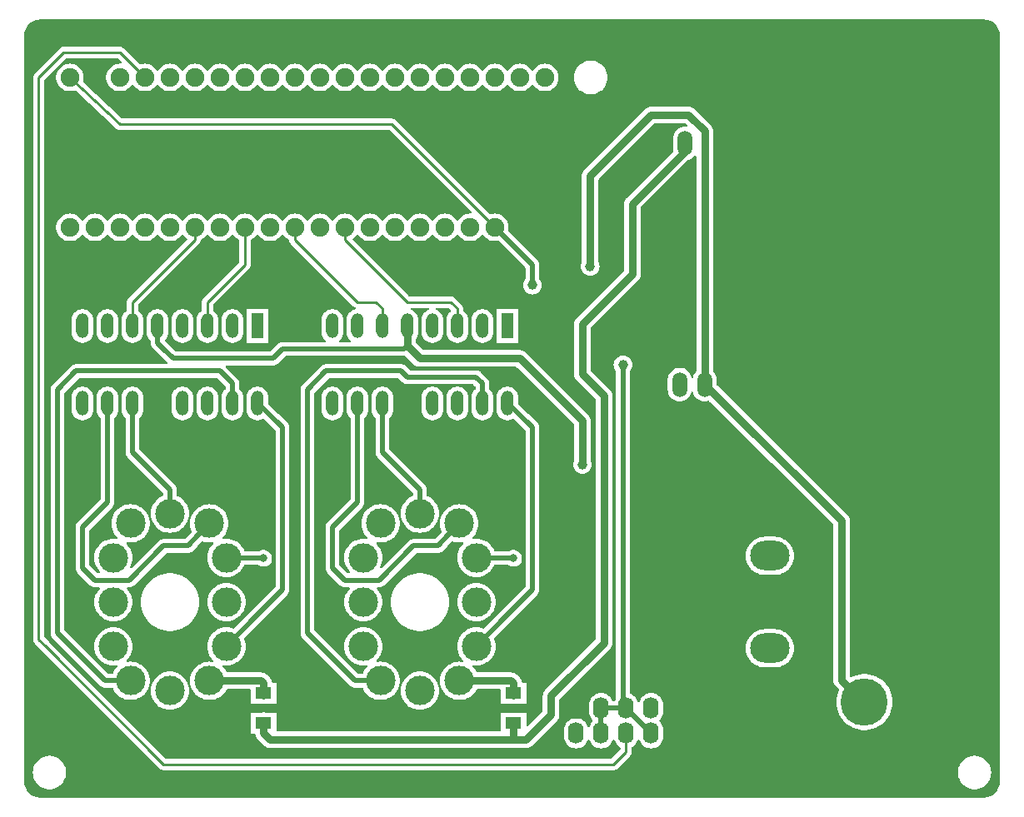
<source format=gbr>
G04 --- HEADER BEGIN --- *
%TF.GenerationSoftware,LibrePCB,LibrePCB,0.1.4-unstable*%
%TF.CreationDate,2020-02-26T00:12:38*%
%TF.ProjectId,Nixie Counter - default,cfaec193-39cb-4766-881d-db9368be8cff,v1.1*%
%TF.Part,Single*%
%FSLAX66Y66*%
%MOMM*%
G01*
G74*
G04 --- HEADER END --- *
G04 --- APERTURE LIST BEGIN --- *
%ADD10R,1.65X1.25*%
%ADD11C,3.0*%
%ADD12O,1.27X2.54*%
%ADD13R,1.27X2.54*%
%ADD14O,1.587X2.19*%
%ADD15R,1.587X2.19*%
%ADD16C,1.9*%
%ADD17O,4.0X3.0*%
%ADD18O,1.5X2.54*%
%ADD19C,4.8*%
%ADD20C,0.8*%
%ADD21C,1.0*%
%ADD22C,0.25*%
%ADD23C,0.5*%
%ADD24C,0.0*%
G04 --- APERTURE LIST END --- *
G04 --- BOARD BEGIN --- *
D10*
X50165000Y11050000D03*
X50165000Y8000000D03*
D11*
X19240000Y28320000D03*
X20990000Y20320000D03*
X19240000Y12320000D03*
X15240000Y29320000D03*
X20990000Y24820000D03*
X11240000Y28320000D03*
X9490000Y15820000D03*
X9490000Y20320000D03*
X11240000Y12320000D03*
X9490000Y24820000D03*
X15240000Y11320000D03*
X20990000Y15820000D03*
D12*
X36830000Y48384984D03*
X49530000Y40514984D03*
X34290000Y40514984D03*
D13*
X49530000Y48384984D03*
D12*
X34290000Y48384984D03*
X44450000Y48384984D03*
X46990000Y48384984D03*
X44450000Y40514984D03*
X31750000Y48384984D03*
X41910000Y40514984D03*
X46990000Y40514984D03*
X39370000Y48384984D03*
X39370000Y40514984D03*
X41910000Y48384984D03*
X36830000Y40514984D03*
X31750000Y40514984D03*
D14*
X56515760Y6985104D03*
X59055760Y9525104D03*
X64135760Y9525104D03*
X61595760Y9525104D03*
X64135760Y6985104D03*
X59055760Y6985104D03*
X61595760Y6985104D03*
D15*
X56515760Y9525104D03*
D16*
X15240000Y58420000D03*
X40640000Y58420000D03*
X50800000Y58420000D03*
X45720000Y58420000D03*
X30480000Y73660000D03*
X45720000Y73660000D03*
X27940000Y58420000D03*
X7620000Y58420000D03*
X17780000Y58420000D03*
X53340000Y73660000D03*
X27940000Y73660000D03*
X35560000Y58420000D03*
X5080000Y73660000D03*
X35560000Y73660000D03*
X43180000Y58420000D03*
X25400000Y73660000D03*
X5080000Y58420000D03*
X50800000Y73660000D03*
X30480000Y58420000D03*
X33020000Y73660000D03*
X17780000Y73660000D03*
X12700000Y58420000D03*
X20320000Y58420000D03*
X10160000Y73660000D03*
X38100000Y58420000D03*
X40640000Y73660000D03*
X53340000Y58420000D03*
X22860000Y58420000D03*
X25400000Y58420000D03*
X48260000Y73660000D03*
X43180000Y73660000D03*
X38100000Y73660000D03*
X10160000Y58420000D03*
X15240000Y73660000D03*
X20320000Y73660000D03*
X12700000Y73660000D03*
X33020000Y58420000D03*
X7620000Y73660000D03*
X22860000Y73660000D03*
X48260000Y58420000D03*
D11*
X44640000Y28320000D03*
X46390000Y20320000D03*
X44640000Y12320000D03*
X40640000Y29320000D03*
X46390000Y24820000D03*
X36640000Y28320000D03*
X34890000Y15820000D03*
X34890000Y20320000D03*
X36640000Y12320000D03*
X34890000Y24820000D03*
X40640000Y11320000D03*
X46390000Y15820000D03*
D12*
X11430000Y48384984D03*
X24130000Y40514984D03*
X8890000Y40514984D03*
D13*
X24130000Y48384984D03*
D12*
X8890000Y48384984D03*
X19050000Y48384984D03*
X21590000Y48384984D03*
X19050000Y40514984D03*
X6350000Y48384984D03*
X16510000Y40514984D03*
X21590000Y40514984D03*
X13970000Y48384984D03*
X13970000Y40514984D03*
X16510000Y48384984D03*
X11430000Y40514984D03*
X6350000Y40514984D03*
D17*
X76199936Y15620000D03*
X76199936Y25020000D03*
X76199936Y20320000D03*
D18*
X67030992Y42428192D03*
X69570992Y42428192D03*
X65040992Y66928192D03*
X67580992Y66928192D03*
X64490992Y42428192D03*
D10*
X24765000Y11050000D03*
X24765000Y8000000D03*
D19*
X92311168Y10160064D03*
X88811168Y14960064D03*
X85811168Y10160064D03*
D20*
X62230000Y74295000D03*
X22860000Y71120000D03*
X69215000Y25400000D03*
X64770000Y74295000D03*
X76200000Y39370000D03*
X76200000Y33655000D03*
X69215000Y27940000D03*
D21*
X57150720Y34290424D03*
D20*
X76200000Y40640000D03*
D21*
X61277500Y44450000D03*
X52070000Y52546250D03*
D20*
X25400000Y71120000D03*
X73025000Y78740000D03*
X63500000Y74295000D03*
X67945000Y36195000D03*
X22860000Y76200000D03*
D21*
X57943750Y54451250D03*
D20*
X74295000Y28575000D03*
X50165000Y24765000D03*
X24130000Y71120000D03*
X71755000Y78740000D03*
X67945000Y37465000D03*
X69215000Y26670000D03*
X59690000Y68580000D03*
X76200000Y32385000D03*
X25400000Y76200000D03*
X58420000Y68580000D03*
X70485000Y78740000D03*
X24765000Y24765000D03*
X76200000Y38100000D03*
X24130000Y76200000D03*
X73660000Y29210000D03*
X67945000Y34925000D03*
D22*
X44450000Y48384984D02*
X44450000Y48260000D01*
X44450000Y50165000D02*
X44450000Y48260000D01*
X33020000Y58420000D02*
X33020000Y57150000D01*
X43815000Y50800000D02*
X44450000Y50165000D01*
X39370000Y50800000D02*
X43815000Y50800000D01*
X33020000Y57150000D02*
X39370000Y50800000D01*
X36195000Y50800000D02*
X36830000Y50165000D01*
X34290000Y50800000D02*
X36195000Y50800000D01*
X36830000Y48384984D02*
X36830000Y48260000D01*
X27940000Y58420000D02*
X27940000Y57150000D01*
X34290000Y50800000D02*
X27940000Y57150000D01*
X36830000Y50165000D02*
X36830000Y48260000D01*
X19050000Y48384984D02*
X19050000Y48260000D01*
X22860000Y58420000D02*
X22860000Y57150000D01*
X22860000Y54610000D02*
X19050000Y50800000D01*
X22860000Y57150000D02*
X22860000Y54610000D01*
X19050000Y50800000D02*
X19050000Y48260000D01*
D20*
X59372500Y41275000D02*
X57150000Y43497500D01*
X53975000Y10795000D02*
X53975000Y8890000D01*
X24765000Y6985000D02*
X25400000Y6350000D01*
X67580992Y66928192D02*
X67588664Y66953664D01*
X24765000Y8000000D02*
X24765000Y6985000D01*
X59372500Y32067500D02*
X59372500Y16192500D01*
X67588664Y66159860D02*
X62230000Y60801196D01*
X59372500Y41275000D02*
X59372500Y32067500D01*
X57150000Y48577500D02*
X62230000Y53657500D01*
X59372500Y16192500D02*
X53975000Y10795000D01*
X67588664Y66159860D02*
X67588664Y66953664D01*
X50165000Y6350000D02*
X51435000Y6350000D01*
X24765000Y8000000D02*
X24765000Y8255000D01*
X62230000Y53657500D02*
X62230000Y60801196D01*
X53975000Y8890000D02*
X51435000Y6350000D01*
X50165000Y6350000D02*
X26035000Y6350000D01*
X25400000Y6350000D02*
X26035000Y6350000D01*
X50165000Y8000000D02*
X50165000Y6350000D01*
X57150000Y43497500D02*
X57150000Y48577500D01*
D23*
X14605184Y46038080D02*
X14605184Y46037316D01*
D20*
X39370496Y46355584D02*
X40640512Y45085568D01*
D23*
X26670580Y46038080D02*
X26670000Y46037500D01*
D20*
X40640512Y45085568D02*
X50800640Y45085568D01*
D23*
X25717500Y45085000D02*
X15557500Y45085000D01*
X25717500Y45085000D02*
X26670000Y46037500D01*
X39052992Y46038080D02*
X26670580Y46038080D01*
X13970176Y46673088D02*
X14605184Y46038080D01*
X13970176Y48260608D02*
X13970176Y46673088D01*
D20*
X50800640Y45085568D02*
X57150720Y38735488D01*
D23*
X39052992Y46038080D02*
X39370496Y46355584D01*
D20*
X39370000Y48384984D02*
X39370000Y46356080D01*
X57150720Y38735488D02*
X57150720Y34290424D01*
D23*
X13970000Y48384984D02*
X13970176Y48260608D01*
D20*
X39370000Y46356080D02*
X39370496Y46355584D01*
D23*
X14605184Y46037316D02*
X15557500Y45085000D01*
X40005000Y26035000D02*
X42545000Y26035000D01*
X31750000Y27940000D02*
X31750000Y23812500D01*
X33020000Y22542500D02*
X36512500Y22542500D01*
X36512500Y22542500D02*
X40005000Y26035000D01*
X31750000Y23812500D02*
X33020000Y22542500D01*
X34290000Y40514984D02*
X34290000Y30480000D01*
X34290000Y30480000D02*
X31750000Y27940000D01*
X44640000Y28320000D02*
X42545000Y26035000D01*
D20*
X49910000Y12320000D02*
X50165000Y12065000D01*
X50165000Y11050000D02*
X50165000Y10795000D01*
X50165000Y12065000D02*
X50165000Y10795000D01*
X44640000Y12320000D02*
X49910000Y12320000D01*
D23*
X52070000Y52546250D02*
X52070000Y54610000D01*
X64135760Y6985104D02*
X64135000Y6985864D01*
X59055760Y6985104D02*
X59055000Y6985864D01*
D22*
X10160000Y68897500D02*
X37782500Y68897500D01*
X37782500Y68897500D02*
X48260000Y58420000D01*
D23*
X61595760Y9525104D02*
X59055864Y9525000D01*
X59055760Y9525104D02*
X59055864Y9525000D01*
D22*
X5080000Y73660000D02*
X10160000Y68897500D01*
D23*
X61595760Y9525104D02*
X64135000Y6985864D01*
X61595760Y9525104D02*
X61277500Y9843364D01*
X61277500Y9843364D02*
X61277500Y44450000D01*
X59055760Y9525104D02*
X59055000Y6985864D01*
X52070000Y54610000D02*
X48260000Y58420000D01*
X20990000Y15820000D02*
X24130000Y19050000D01*
X26670000Y21590000D02*
X26670000Y38100000D01*
X24130000Y40514984D02*
X26670000Y38100000D01*
X24130000Y19050000D02*
X26670000Y21590000D01*
X52070000Y21590000D02*
X52070000Y38100000D01*
X49530000Y19050000D02*
X52070000Y21590000D01*
X46390000Y15820000D02*
X49530000Y19050000D01*
X49530000Y40514984D02*
X52070000Y38100000D01*
D20*
X85811168Y10160064D02*
X85724936Y10160064D01*
X69570992Y42428192D02*
X83502500Y28575000D01*
X67945000Y69850000D02*
X64135000Y69850000D01*
X83502500Y12382500D02*
X83502500Y28575000D01*
X57943750Y63658750D02*
X64135000Y69850000D01*
X85811168Y10160064D02*
X85724936Y10160064D01*
X69570992Y68224008D02*
X67945000Y69850000D01*
X57943750Y54451250D02*
X57943750Y63658750D01*
X85724936Y10160064D02*
X83502500Y12382500D01*
X69570992Y42428192D02*
X69570992Y68224008D01*
D22*
X17780000Y58420000D02*
X17780000Y57150000D01*
X11430000Y48384984D02*
X11430000Y48260000D01*
X17780000Y57150000D02*
X11430000Y50800000D01*
X11430000Y50800000D02*
X11430000Y48260000D01*
D23*
X39370000Y43180000D02*
X46355000Y43180000D01*
X36640000Y12320000D02*
X34035000Y12320000D01*
X35560000Y43815000D02*
X38735000Y43815000D01*
X38735000Y43815000D02*
X39370000Y43180000D01*
X46990000Y40514984D02*
X46990000Y40005000D01*
X46990000Y42545000D02*
X46990000Y40005000D01*
X34035000Y12320000D02*
X29210000Y17145000D01*
X29210000Y17145000D02*
X29210000Y41910000D01*
X29210000Y41910000D02*
X31115000Y43815000D01*
X46355000Y43180000D02*
X46990000Y42545000D01*
X31115000Y43815000D02*
X35560000Y43815000D01*
X50110000Y24820000D02*
X50165000Y24765000D01*
X46390000Y24820000D02*
X50110000Y24820000D01*
D22*
X14605000Y3810000D02*
X2540000Y15875000D01*
X4445000Y76200000D02*
X10160000Y76200000D01*
X60325000Y3810000D02*
X14605000Y3810000D01*
X12700000Y73660000D02*
X10160000Y76200000D01*
X1905000Y73660000D02*
X4445000Y76200000D01*
X61595760Y6985104D02*
X61595760Y5080760D01*
X1905000Y16510000D02*
X1905000Y73660000D01*
X61595760Y5080760D02*
X60325000Y3810000D01*
X2540000Y15875000D02*
X1905000Y16510000D01*
D20*
X19240000Y12320000D02*
X24510000Y12320000D01*
X24510000Y12320000D02*
X24765000Y12065000D01*
X24765000Y12065000D02*
X24765000Y10795000D01*
X24765000Y11050000D02*
X24765000Y10795000D01*
D23*
X19240000Y28320000D02*
X17145000Y26035000D01*
X7620000Y22542500D02*
X11112500Y22542500D01*
X6350000Y23812500D02*
X7620000Y22542500D01*
X8890000Y30480000D02*
X6350000Y27940000D01*
X8890000Y40514984D02*
X8890000Y30480000D01*
X6350000Y27940000D02*
X6350000Y23812500D01*
X11112500Y22542500D02*
X14605000Y26035000D01*
X14605000Y26035000D02*
X17145000Y26035000D01*
X20320000Y43815000D02*
X21590000Y42545000D01*
X11240000Y12320000D02*
X8635000Y12320000D01*
X21590000Y40514984D02*
X21590000Y40640000D01*
X8635000Y12320000D02*
X3810000Y17145000D01*
X3810000Y41910000D02*
X5715000Y43815000D01*
X21590000Y42545000D02*
X21590000Y40640000D01*
X3810000Y17145000D02*
X3810000Y41910000D01*
X5715000Y43815000D02*
X20320000Y43815000D01*
X20990000Y24820000D02*
X24710000Y24820000D01*
X24710000Y24820000D02*
X24765000Y24765000D01*
X40640000Y29320000D02*
X40640000Y29210000D01*
X36830000Y40514984D02*
X36830000Y35560000D01*
X40640000Y31750000D02*
X40640000Y29210000D01*
X36830000Y35560000D02*
X40640000Y31750000D01*
X15240000Y29320000D02*
X15240000Y29210000D01*
X11430144Y35559856D02*
X15240000Y31750000D01*
X11430000Y40514984D02*
X11430144Y40640512D01*
X11430144Y40640512D02*
X11430144Y35559856D01*
X15240000Y31750000D02*
X15240000Y29210000D01*
D24*
G36*
X97988527Y450214D02*
X98195661Y463790D01*
X98208630Y465498D01*
X98394483Y502467D01*
X98407118Y505852D01*
X98586583Y566772D01*
X98598668Y571778D01*
X98768639Y655598D01*
X98779967Y662138D01*
X98937541Y767426D01*
X98947919Y775389D01*
X99090404Y900346D01*
X99099653Y909595D01*
X99224608Y1052077D01*
X99232571Y1062455D01*
X99337864Y1220038D01*
X99344404Y1231366D01*
X99428220Y1401328D01*
X99433226Y1413413D01*
X99494145Y1592874D01*
X99497531Y1605509D01*
X99534504Y1791384D01*
X99536211Y1804353D01*
X99549786Y2011462D01*
X99550000Y2018002D01*
X99550000Y77981998D01*
X99549786Y77988539D01*
X99536211Y78195647D01*
X99534504Y78208615D01*
X99497531Y78394490D01*
X99494145Y78407125D01*
X99433227Y78586583D01*
X99428221Y78598668D01*
X99344401Y78768639D01*
X99337861Y78779967D01*
X99232573Y78937541D01*
X99224610Y78947919D01*
X99099653Y79090404D01*
X99090404Y79099653D01*
X98947919Y79224610D01*
X98937541Y79232573D01*
X98779967Y79337861D01*
X98768639Y79344401D01*
X98598668Y79428221D01*
X98586583Y79433227D01*
X98407125Y79494145D01*
X98394490Y79497531D01*
X98208615Y79534504D01*
X98195647Y79536211D01*
X97988539Y79549786D01*
X97981998Y79550000D01*
X2018002Y79550000D01*
X2011462Y79549786D01*
X1804353Y79536211D01*
X1791384Y79534504D01*
X1605509Y79497531D01*
X1592874Y79494145D01*
X1413416Y79433227D01*
X1401331Y79428221D01*
X1231360Y79344401D01*
X1220032Y79337861D01*
X1062458Y79232573D01*
X1052080Y79224610D01*
X909595Y79099653D01*
X900346Y79090404D01*
X775389Y78947919D01*
X767426Y78937541D01*
X662138Y78779967D01*
X655598Y78768639D01*
X571778Y78598668D01*
X566772Y78586583D01*
X505852Y78407118D01*
X502467Y78394483D01*
X465498Y78208630D01*
X463790Y78195661D01*
X450214Y77988527D01*
X450000Y77981987D01*
X450000Y2018013D01*
X450214Y2011473D01*
X463790Y1804338D01*
X465498Y1791369D01*
X502467Y1605516D01*
X505852Y1592881D01*
X566772Y1413416D01*
X571778Y1401331D01*
X655598Y1231360D01*
X662138Y1220032D01*
X767426Y1062458D01*
X775389Y1052080D01*
X900346Y909595D01*
X909595Y900346D01*
X1052077Y775391D01*
X1062455Y767428D01*
X1220038Y662135D01*
X1231366Y655595D01*
X1401328Y571779D01*
X1413413Y566773D01*
X1592881Y505852D01*
X1605516Y502467D01*
X1791369Y465498D01*
X1804338Y463790D01*
X2011473Y450214D01*
X2018013Y450000D01*
X2876696Y450000D01*
X2876696Y1304753D01*
X2869261Y1305310D01*
X2625418Y1342064D01*
X2618134Y1343726D01*
X2382503Y1416409D01*
X2375542Y1419141D01*
X2153370Y1526133D01*
X2146910Y1529863D01*
X1943154Y1668781D01*
X1937326Y1673429D01*
X1756553Y1841162D01*
X1751480Y1846629D01*
X1597727Y2039430D01*
X1593522Y2045597D01*
X1470228Y2259147D01*
X1466981Y2265890D01*
X1376893Y2495432D01*
X1374694Y2502561D01*
X1319820Y2742977D01*
X1318707Y2750366D01*
X1300280Y2996264D01*
X1300280Y3003736D01*
X1318707Y3249633D01*
X1319820Y3257022D01*
X1374694Y3497438D01*
X1376893Y3504567D01*
X1466981Y3734109D01*
X1470228Y3740852D01*
X1593522Y3954402D01*
X1597727Y3960569D01*
X1751480Y4153370D01*
X1756553Y4158837D01*
X1937326Y4326570D01*
X1943154Y4331218D01*
X2146910Y4470136D01*
X2153370Y4473866D01*
X2375542Y4580858D01*
X2382503Y4583590D01*
X2618134Y4656273D01*
X2625418Y4657935D01*
X2869261Y4694689D01*
X2876696Y4695246D01*
X3123303Y4695246D01*
X3130738Y4694689D01*
X3374581Y4657935D01*
X3381865Y4656273D01*
X3617496Y4583590D01*
X3624457Y4580858D01*
X3846629Y4473866D01*
X3853089Y4470136D01*
X4056845Y4331218D01*
X4062673Y4326570D01*
X4243446Y4158837D01*
X4248519Y4153370D01*
X4402272Y3960569D01*
X4406477Y3954402D01*
X4529771Y3740852D01*
X4533018Y3734109D01*
X4623106Y3504567D01*
X4625305Y3497438D01*
X4680179Y3257022D01*
X4681292Y3249633D01*
X4699720Y3003736D01*
X4699720Y2996264D01*
X4681292Y2750366D01*
X4680179Y2742977D01*
X4625305Y2502561D01*
X4623106Y2495432D01*
X4533018Y2265890D01*
X4529771Y2259147D01*
X4406477Y2045597D01*
X4402272Y2039430D01*
X4248519Y1846629D01*
X4243446Y1841162D01*
X4062673Y1673429D01*
X4056845Y1668781D01*
X3853090Y1529863D01*
X3846630Y1526133D01*
X3624457Y1419141D01*
X3617496Y1416409D01*
X3381865Y1343726D01*
X3374581Y1342064D01*
X3130738Y1305310D01*
X3123303Y1304753D01*
X2876696Y1304753D01*
X2876696Y450000D01*
X14608270Y450000D01*
X14608270Y3235000D01*
X14601761Y3235426D01*
X14462671Y3253737D01*
X14450129Y3257098D01*
X14323555Y3309527D01*
X14312300Y3316025D01*
X14203828Y3399258D01*
X14199450Y3403684D01*
X14196771Y3405056D01*
X2133430Y15468397D01*
X2133399Y15468430D01*
X1499651Y16102178D01*
X1499066Y16103959D01*
X1494441Y16108590D01*
X1411025Y16217300D01*
X1404527Y16228555D01*
X1352098Y16355129D01*
X1348737Y16367671D01*
X1330426Y16506761D01*
X1330000Y16513270D01*
X1330000Y73658067D01*
X1330810Y73659664D01*
X1330832Y73666328D01*
X1348736Y73802330D01*
X1352097Y73814872D01*
X1404527Y73941447D01*
X1411023Y73952699D01*
X1496420Y74063989D01*
X1500728Y74068901D01*
X4036101Y76604274D01*
X4041012Y76608580D01*
X4152300Y76693975D01*
X4163551Y76700471D01*
X4290124Y76752899D01*
X4302675Y76756262D01*
X4313492Y76757686D01*
X4313495Y76757686D01*
X4441744Y76774571D01*
X4448281Y76775000D01*
X10156719Y76775000D01*
X10163256Y76774571D01*
X10302318Y76756263D01*
X10314878Y76752898D01*
X10441443Y76700473D01*
X10452702Y76693972D01*
X10530534Y76634250D01*
X10530535Y76634249D01*
X10563981Y76608585D01*
X10568906Y76604267D01*
X12160246Y75012927D01*
X12215986Y74984765D01*
X12255505Y74986698D01*
X12465559Y75039890D01*
X12473689Y75041247D01*
X12695873Y75059658D01*
X12704127Y75059658D01*
X12926310Y75041247D01*
X12934440Y75039890D01*
X13150564Y74985161D01*
X13158372Y74982480D01*
X13362538Y74892925D01*
X13369791Y74888999D01*
X13556429Y74767062D01*
X13562941Y74761994D01*
X13726968Y74610998D01*
X13732558Y74604925D01*
X13869488Y74428996D01*
X13874002Y74422088D01*
X13882051Y74407214D01*
X13927437Y74364318D01*
X13989422Y74356712D01*
X14057946Y74407212D01*
X14065997Y74422089D01*
X14070508Y74428993D01*
X14207441Y74604925D01*
X14213031Y74610998D01*
X14377058Y74761994D01*
X14383570Y74767062D01*
X14570208Y74888999D01*
X14577461Y74892925D01*
X14781627Y74982480D01*
X14789435Y74985161D01*
X15005559Y75039890D01*
X15013689Y75041247D01*
X15235873Y75059658D01*
X15244127Y75059658D01*
X15466310Y75041247D01*
X15474440Y75039890D01*
X15690564Y74985161D01*
X15698372Y74982480D01*
X15902538Y74892925D01*
X15909791Y74888999D01*
X16096429Y74767062D01*
X16102941Y74761994D01*
X16266968Y74610998D01*
X16272558Y74604925D01*
X16409488Y74428996D01*
X16414002Y74422088D01*
X16422051Y74407214D01*
X16467437Y74364318D01*
X16529422Y74356712D01*
X16597946Y74407212D01*
X16605997Y74422089D01*
X16610508Y74428993D01*
X16747441Y74604925D01*
X16753031Y74610998D01*
X16917058Y74761994D01*
X16923570Y74767062D01*
X17110208Y74888999D01*
X17117461Y74892925D01*
X17321627Y74982480D01*
X17329435Y74985161D01*
X17545559Y75039890D01*
X17553689Y75041247D01*
X17775873Y75059658D01*
X17784127Y75059658D01*
X18006310Y75041247D01*
X18014440Y75039890D01*
X18230564Y74985161D01*
X18238372Y74982480D01*
X18442538Y74892925D01*
X18449791Y74888999D01*
X18636429Y74767062D01*
X18642941Y74761994D01*
X18806968Y74610998D01*
X18812558Y74604925D01*
X18949488Y74428996D01*
X18954002Y74422088D01*
X18962051Y74407214D01*
X19007437Y74364318D01*
X19069422Y74356712D01*
X19137946Y74407212D01*
X19145997Y74422089D01*
X19150508Y74428993D01*
X19287441Y74604925D01*
X19293031Y74610998D01*
X19457058Y74761994D01*
X19463570Y74767062D01*
X19650208Y74888999D01*
X19657461Y74892925D01*
X19861627Y74982480D01*
X19869435Y74985161D01*
X20085559Y75039890D01*
X20093689Y75041247D01*
X20315873Y75059658D01*
X20324127Y75059658D01*
X20546310Y75041247D01*
X20554440Y75039890D01*
X20770564Y74985161D01*
X20778372Y74982480D01*
X20982538Y74892925D01*
X20989791Y74888999D01*
X21176429Y74767062D01*
X21182941Y74761994D01*
X21346968Y74610998D01*
X21352558Y74604925D01*
X21489488Y74428996D01*
X21494002Y74422088D01*
X21502051Y74407214D01*
X21547437Y74364318D01*
X21609422Y74356712D01*
X21677946Y74407212D01*
X21685997Y74422089D01*
X21690508Y74428993D01*
X21827441Y74604925D01*
X21833031Y74610998D01*
X21997058Y74761994D01*
X22003570Y74767062D01*
X22190208Y74888999D01*
X22197461Y74892925D01*
X22401627Y74982480D01*
X22409435Y74985161D01*
X22625559Y75039890D01*
X22633689Y75041247D01*
X22855873Y75059658D01*
X22864127Y75059658D01*
X23086310Y75041247D01*
X23094440Y75039890D01*
X23310564Y74985161D01*
X23318372Y74982480D01*
X23522538Y74892925D01*
X23529791Y74888999D01*
X23716429Y74767062D01*
X23722941Y74761994D01*
X23886968Y74610998D01*
X23892558Y74604925D01*
X24029488Y74428996D01*
X24034002Y74422088D01*
X24042051Y74407214D01*
X24087437Y74364318D01*
X24149422Y74356712D01*
X24217946Y74407212D01*
X24225997Y74422089D01*
X24230508Y74428993D01*
X24367441Y74604925D01*
X24373031Y74610998D01*
X24537058Y74761994D01*
X24543570Y74767062D01*
X24730208Y74888999D01*
X24737461Y74892925D01*
X24941627Y74982480D01*
X24949435Y74985161D01*
X25165559Y75039890D01*
X25173689Y75041247D01*
X25395873Y75059658D01*
X25404127Y75059658D01*
X25626310Y75041247D01*
X25634440Y75039890D01*
X25850564Y74985161D01*
X25858372Y74982480D01*
X26062538Y74892925D01*
X26069791Y74888999D01*
X26256429Y74767062D01*
X26262941Y74761994D01*
X26426968Y74610998D01*
X26432558Y74604925D01*
X26569488Y74428996D01*
X26574002Y74422088D01*
X26582051Y74407214D01*
X26627437Y74364318D01*
X26689422Y74356712D01*
X26757946Y74407212D01*
X26765997Y74422089D01*
X26770508Y74428993D01*
X26907441Y74604925D01*
X26913031Y74610998D01*
X27077058Y74761994D01*
X27083570Y74767062D01*
X27270208Y74888999D01*
X27277461Y74892925D01*
X27481627Y74982480D01*
X27489435Y74985161D01*
X27705559Y75039890D01*
X27713689Y75041247D01*
X27935873Y75059658D01*
X27944127Y75059658D01*
X28166310Y75041247D01*
X28174440Y75039890D01*
X28390564Y74985161D01*
X28398372Y74982480D01*
X28602538Y74892925D01*
X28609791Y74888999D01*
X28796429Y74767062D01*
X28802941Y74761994D01*
X28966968Y74610998D01*
X28972558Y74604925D01*
X29109488Y74428996D01*
X29114002Y74422088D01*
X29122051Y74407214D01*
X29167437Y74364318D01*
X29229422Y74356712D01*
X29297946Y74407212D01*
X29305997Y74422089D01*
X29310508Y74428993D01*
X29447441Y74604925D01*
X29453031Y74610998D01*
X29617058Y74761994D01*
X29623570Y74767062D01*
X29810208Y74888999D01*
X29817461Y74892925D01*
X30021627Y74982480D01*
X30029435Y74985161D01*
X30245559Y75039890D01*
X30253689Y75041247D01*
X30475873Y75059658D01*
X30484127Y75059658D01*
X30706310Y75041247D01*
X30714440Y75039890D01*
X30930564Y74985161D01*
X30938372Y74982480D01*
X31142538Y74892925D01*
X31149791Y74888999D01*
X31336429Y74767062D01*
X31342941Y74761994D01*
X31506968Y74610998D01*
X31512558Y74604925D01*
X31649488Y74428996D01*
X31654002Y74422088D01*
X31662051Y74407214D01*
X31707437Y74364318D01*
X31769422Y74356712D01*
X31837946Y74407212D01*
X31845997Y74422089D01*
X31850508Y74428993D01*
X31987441Y74604925D01*
X31993031Y74610998D01*
X32157058Y74761994D01*
X32163570Y74767062D01*
X32350208Y74888999D01*
X32357461Y74892925D01*
X32561627Y74982480D01*
X32569435Y74985161D01*
X32785559Y75039890D01*
X32793689Y75041247D01*
X33015873Y75059658D01*
X33024127Y75059658D01*
X33246310Y75041247D01*
X33254440Y75039890D01*
X33470564Y74985161D01*
X33478372Y74982480D01*
X33682538Y74892925D01*
X33689791Y74888999D01*
X33876429Y74767062D01*
X33882941Y74761994D01*
X34046968Y74610998D01*
X34052558Y74604925D01*
X34189488Y74428996D01*
X34194002Y74422088D01*
X34202051Y74407214D01*
X34247437Y74364318D01*
X34309422Y74356712D01*
X34377946Y74407212D01*
X34385997Y74422089D01*
X34390508Y74428993D01*
X34527441Y74604925D01*
X34533031Y74610998D01*
X34697058Y74761994D01*
X34703570Y74767062D01*
X34890208Y74888999D01*
X34897461Y74892925D01*
X35101627Y74982480D01*
X35109435Y74985161D01*
X35325559Y75039890D01*
X35333689Y75041247D01*
X35555873Y75059658D01*
X35564127Y75059658D01*
X35786310Y75041247D01*
X35794440Y75039890D01*
X36010564Y74985161D01*
X36018372Y74982480D01*
X36222538Y74892925D01*
X36229791Y74888999D01*
X36416429Y74767062D01*
X36422941Y74761994D01*
X36586968Y74610998D01*
X36592558Y74604925D01*
X36729488Y74428996D01*
X36734002Y74422088D01*
X36742051Y74407214D01*
X36787437Y74364318D01*
X36849422Y74356712D01*
X36917946Y74407212D01*
X36925997Y74422089D01*
X36930508Y74428993D01*
X37067441Y74604925D01*
X37073031Y74610998D01*
X37237058Y74761994D01*
X37243570Y74767062D01*
X37430208Y74888999D01*
X37437461Y74892925D01*
X37641627Y74982480D01*
X37649435Y74985161D01*
X37865559Y75039890D01*
X37873689Y75041247D01*
X38095873Y75059658D01*
X38104127Y75059658D01*
X38326310Y75041247D01*
X38334440Y75039890D01*
X38550564Y74985161D01*
X38558372Y74982480D01*
X38762538Y74892925D01*
X38769791Y74888999D01*
X38956429Y74767062D01*
X38962941Y74761994D01*
X39126968Y74610998D01*
X39132558Y74604925D01*
X39269488Y74428996D01*
X39274002Y74422088D01*
X39282051Y74407214D01*
X39327437Y74364318D01*
X39389422Y74356712D01*
X39457946Y74407212D01*
X39465997Y74422089D01*
X39470508Y74428993D01*
X39607441Y74604925D01*
X39613031Y74610998D01*
X39777058Y74761994D01*
X39783570Y74767062D01*
X39970208Y74888999D01*
X39977461Y74892925D01*
X40181627Y74982480D01*
X40189435Y74985161D01*
X40405559Y75039890D01*
X40413689Y75041247D01*
X40635873Y75059658D01*
X40644127Y75059658D01*
X40866310Y75041247D01*
X40874440Y75039890D01*
X41090564Y74985161D01*
X41098372Y74982480D01*
X41302538Y74892925D01*
X41309791Y74888999D01*
X41496429Y74767062D01*
X41502941Y74761994D01*
X41666968Y74610998D01*
X41672558Y74604925D01*
X41809488Y74428996D01*
X41814002Y74422088D01*
X41822051Y74407214D01*
X41867437Y74364318D01*
X41929422Y74356712D01*
X41997946Y74407212D01*
X42005997Y74422089D01*
X42010508Y74428993D01*
X42147441Y74604925D01*
X42153031Y74610998D01*
X42317058Y74761994D01*
X42323570Y74767062D01*
X42510208Y74888999D01*
X42517461Y74892925D01*
X42721627Y74982480D01*
X42729435Y74985161D01*
X42945559Y75039890D01*
X42953689Y75041247D01*
X43175873Y75059658D01*
X43184127Y75059658D01*
X43406310Y75041247D01*
X43414440Y75039890D01*
X43630564Y74985161D01*
X43638372Y74982480D01*
X43842538Y74892925D01*
X43849791Y74888999D01*
X44036429Y74767062D01*
X44042941Y74761994D01*
X44206968Y74610998D01*
X44212558Y74604925D01*
X44349488Y74428996D01*
X44354002Y74422088D01*
X44362051Y74407214D01*
X44407437Y74364318D01*
X44469422Y74356712D01*
X44537946Y74407212D01*
X44545997Y74422089D01*
X44550508Y74428993D01*
X44687441Y74604925D01*
X44693031Y74610998D01*
X44857058Y74761994D01*
X44863570Y74767062D01*
X45050208Y74888999D01*
X45057461Y74892925D01*
X45261627Y74982480D01*
X45269435Y74985161D01*
X45485559Y75039890D01*
X45493689Y75041247D01*
X45715873Y75059658D01*
X45724127Y75059658D01*
X45946310Y75041247D01*
X45954440Y75039890D01*
X46170564Y74985161D01*
X46178372Y74982480D01*
X46382538Y74892925D01*
X46389791Y74888999D01*
X46576429Y74767062D01*
X46582941Y74761994D01*
X46746968Y74610998D01*
X46752558Y74604925D01*
X46889488Y74428996D01*
X46894002Y74422088D01*
X46902051Y74407214D01*
X46947437Y74364318D01*
X47009422Y74356712D01*
X47077946Y74407212D01*
X47085997Y74422089D01*
X47090508Y74428993D01*
X47227441Y74604925D01*
X47233031Y74610998D01*
X47397058Y74761994D01*
X47403570Y74767062D01*
X47590208Y74888999D01*
X47597461Y74892925D01*
X47801627Y74982480D01*
X47809435Y74985161D01*
X48025559Y75039890D01*
X48033689Y75041247D01*
X48255873Y75059658D01*
X48264127Y75059658D01*
X48486310Y75041247D01*
X48494440Y75039890D01*
X48710564Y74985161D01*
X48718372Y74982480D01*
X48922538Y74892925D01*
X48929791Y74888999D01*
X49116429Y74767062D01*
X49122941Y74761994D01*
X49286968Y74610998D01*
X49292558Y74604925D01*
X49429488Y74428996D01*
X49434002Y74422088D01*
X49442051Y74407214D01*
X49487437Y74364318D01*
X49549422Y74356712D01*
X49617946Y74407212D01*
X49625997Y74422089D01*
X49630508Y74428993D01*
X49767441Y74604925D01*
X49773031Y74610998D01*
X49937058Y74761994D01*
X49943570Y74767062D01*
X50130208Y74888999D01*
X50137461Y74892925D01*
X50341627Y74982480D01*
X50349435Y74985161D01*
X50565559Y75039890D01*
X50573689Y75041247D01*
X50795873Y75059658D01*
X50804127Y75059658D01*
X51026310Y75041247D01*
X51034440Y75039890D01*
X51250564Y74985161D01*
X51258372Y74982480D01*
X51462538Y74892925D01*
X51469791Y74888999D01*
X51656429Y74767062D01*
X51662941Y74761994D01*
X51826968Y74610998D01*
X51832558Y74604925D01*
X51969488Y74428996D01*
X51974002Y74422088D01*
X51982051Y74407214D01*
X52027437Y74364318D01*
X52089422Y74356712D01*
X52157946Y74407212D01*
X52165997Y74422089D01*
X52170508Y74428993D01*
X52307441Y74604925D01*
X52313031Y74610998D01*
X52477058Y74761994D01*
X52483570Y74767062D01*
X52670208Y74888999D01*
X52677461Y74892925D01*
X52881627Y74982480D01*
X52889435Y74985161D01*
X53105559Y75039890D01*
X53113689Y75041247D01*
X53335873Y75059658D01*
X53344127Y75059658D01*
X53566310Y75041247D01*
X53574440Y75039890D01*
X53790564Y74985161D01*
X53798372Y74982480D01*
X54002538Y74892925D01*
X54009791Y74888999D01*
X54196429Y74767062D01*
X54202941Y74761994D01*
X54366968Y74610998D01*
X54372558Y74604925D01*
X54509488Y74428996D01*
X54514005Y74422083D01*
X54620114Y74226009D01*
X54623423Y74218465D01*
X54695819Y74007584D01*
X54697840Y73999605D01*
X54734538Y73779686D01*
X54735218Y73771480D01*
X54735218Y73548519D01*
X54734538Y73540313D01*
X54697840Y73320394D01*
X54695819Y73312415D01*
X54623423Y73101534D01*
X54620114Y73093990D01*
X54514005Y72897916D01*
X54509488Y72891003D01*
X54372558Y72715074D01*
X54366968Y72709001D01*
X54202941Y72558005D01*
X54196429Y72552937D01*
X54009791Y72431000D01*
X54002538Y72427074D01*
X53798372Y72337519D01*
X53790564Y72334838D01*
X53574440Y72280109D01*
X53566310Y72278752D01*
X53344127Y72260342D01*
X53335873Y72260342D01*
X53113689Y72278752D01*
X53105559Y72280109D01*
X52889435Y72334838D01*
X52881627Y72337519D01*
X52677461Y72427074D01*
X52670208Y72431000D01*
X52483570Y72552937D01*
X52477058Y72558005D01*
X52313031Y72709001D01*
X52307441Y72715074D01*
X52170511Y72891003D01*
X52165997Y72897911D01*
X52157948Y72912785D01*
X52112562Y72955681D01*
X52050577Y72963287D01*
X51982053Y72912787D01*
X51974002Y72897910D01*
X51969491Y72891006D01*
X51832558Y72715074D01*
X51826968Y72709001D01*
X51662941Y72558005D01*
X51656429Y72552937D01*
X51469791Y72431000D01*
X51462538Y72427074D01*
X51258372Y72337519D01*
X51250564Y72334838D01*
X51034440Y72280109D01*
X51026310Y72278752D01*
X50804127Y72260342D01*
X50795873Y72260342D01*
X50573689Y72278752D01*
X50565559Y72280109D01*
X50349435Y72334838D01*
X50341627Y72337519D01*
X50137461Y72427074D01*
X50130208Y72431000D01*
X49943570Y72552937D01*
X49937058Y72558005D01*
X49773031Y72709001D01*
X49767441Y72715074D01*
X49630511Y72891003D01*
X49625997Y72897911D01*
X49617948Y72912785D01*
X49572562Y72955681D01*
X49510577Y72963287D01*
X49442053Y72912787D01*
X49434002Y72897910D01*
X49429491Y72891006D01*
X49292558Y72715074D01*
X49286968Y72709001D01*
X49122941Y72558005D01*
X49116429Y72552937D01*
X48929791Y72431000D01*
X48922538Y72427074D01*
X48718372Y72337519D01*
X48710564Y72334838D01*
X48494440Y72280109D01*
X48486310Y72278752D01*
X48264127Y72260342D01*
X48255873Y72260342D01*
X48033689Y72278752D01*
X48025559Y72280109D01*
X47809435Y72334838D01*
X47801627Y72337519D01*
X47597461Y72427074D01*
X47590208Y72431000D01*
X47403570Y72552937D01*
X47397058Y72558005D01*
X47233031Y72709001D01*
X47227441Y72715074D01*
X47090511Y72891003D01*
X47085997Y72897911D01*
X47077948Y72912785D01*
X47032562Y72955681D01*
X46970577Y72963287D01*
X46902053Y72912787D01*
X46894002Y72897910D01*
X46889491Y72891006D01*
X46752558Y72715074D01*
X46746968Y72709001D01*
X46582941Y72558005D01*
X46576429Y72552937D01*
X46389791Y72431000D01*
X46382538Y72427074D01*
X46178372Y72337519D01*
X46170564Y72334838D01*
X45954440Y72280109D01*
X45946310Y72278752D01*
X45724127Y72260342D01*
X45715873Y72260342D01*
X45493689Y72278752D01*
X45485559Y72280109D01*
X45269435Y72334838D01*
X45261627Y72337519D01*
X45057461Y72427074D01*
X45050208Y72431000D01*
X44863570Y72552937D01*
X44857058Y72558005D01*
X44693031Y72709001D01*
X44687441Y72715074D01*
X44550511Y72891003D01*
X44545997Y72897911D01*
X44537948Y72912785D01*
X44492562Y72955681D01*
X44430577Y72963287D01*
X44362053Y72912787D01*
X44354002Y72897910D01*
X44349491Y72891006D01*
X44212558Y72715074D01*
X44206968Y72709001D01*
X44042941Y72558005D01*
X44036429Y72552937D01*
X43849791Y72431000D01*
X43842538Y72427074D01*
X43638372Y72337519D01*
X43630564Y72334838D01*
X43414440Y72280109D01*
X43406310Y72278752D01*
X43184127Y72260342D01*
X43175873Y72260342D01*
X42953689Y72278752D01*
X42945559Y72280109D01*
X42729435Y72334838D01*
X42721627Y72337519D01*
X42517461Y72427074D01*
X42510208Y72431000D01*
X42323570Y72552937D01*
X42317058Y72558005D01*
X42153031Y72709001D01*
X42147441Y72715074D01*
X42010511Y72891003D01*
X42005997Y72897911D01*
X41997948Y72912785D01*
X41952562Y72955681D01*
X41890577Y72963287D01*
X41822053Y72912787D01*
X41814002Y72897910D01*
X41809491Y72891006D01*
X41672558Y72715074D01*
X41666968Y72709001D01*
X41502941Y72558005D01*
X41496429Y72552937D01*
X41309791Y72431000D01*
X41302538Y72427074D01*
X41098372Y72337519D01*
X41090564Y72334838D01*
X40874440Y72280109D01*
X40866310Y72278752D01*
X40644127Y72260342D01*
X40635873Y72260342D01*
X40413689Y72278752D01*
X40405559Y72280109D01*
X40189435Y72334838D01*
X40181627Y72337519D01*
X39977461Y72427074D01*
X39970208Y72431000D01*
X39783570Y72552937D01*
X39777058Y72558005D01*
X39613031Y72709001D01*
X39607441Y72715074D01*
X39470511Y72891003D01*
X39465997Y72897911D01*
X39457948Y72912785D01*
X39412562Y72955681D01*
X39350577Y72963287D01*
X39282053Y72912787D01*
X39274002Y72897910D01*
X39269491Y72891006D01*
X39132558Y72715074D01*
X39126968Y72709001D01*
X38962941Y72558005D01*
X38956429Y72552937D01*
X38769791Y72431000D01*
X38762538Y72427074D01*
X38558372Y72337519D01*
X38550564Y72334838D01*
X38334440Y72280109D01*
X38326310Y72278752D01*
X38104127Y72260342D01*
X38095873Y72260342D01*
X37873689Y72278752D01*
X37865559Y72280109D01*
X37649435Y72334838D01*
X37641627Y72337519D01*
X37437461Y72427074D01*
X37430208Y72431000D01*
X37243570Y72552937D01*
X37237058Y72558005D01*
X37073031Y72709001D01*
X37067441Y72715074D01*
X36930511Y72891003D01*
X36925997Y72897911D01*
X36917948Y72912785D01*
X36872562Y72955681D01*
X36810577Y72963287D01*
X36742053Y72912787D01*
X36734002Y72897910D01*
X36729491Y72891006D01*
X36592558Y72715074D01*
X36586968Y72709001D01*
X36422941Y72558005D01*
X36416429Y72552937D01*
X36229791Y72431000D01*
X36222538Y72427074D01*
X36018372Y72337519D01*
X36010564Y72334838D01*
X35794440Y72280109D01*
X35786310Y72278752D01*
X35564127Y72260342D01*
X35555873Y72260342D01*
X35333689Y72278752D01*
X35325559Y72280109D01*
X35109435Y72334838D01*
X35101627Y72337519D01*
X34897461Y72427074D01*
X34890208Y72431000D01*
X34703570Y72552937D01*
X34697058Y72558005D01*
X34533031Y72709001D01*
X34527441Y72715074D01*
X34390511Y72891003D01*
X34385997Y72897911D01*
X34377948Y72912785D01*
X34332562Y72955681D01*
X34270577Y72963287D01*
X34202053Y72912787D01*
X34194002Y72897910D01*
X34189491Y72891006D01*
X34052558Y72715074D01*
X34046968Y72709001D01*
X33882941Y72558005D01*
X33876429Y72552937D01*
X33689791Y72431000D01*
X33682538Y72427074D01*
X33478372Y72337519D01*
X33470564Y72334838D01*
X33254440Y72280109D01*
X33246310Y72278752D01*
X33024127Y72260342D01*
X33015873Y72260342D01*
X32793689Y72278752D01*
X32785559Y72280109D01*
X32569435Y72334838D01*
X32561627Y72337519D01*
X32357461Y72427074D01*
X32350208Y72431000D01*
X32163570Y72552937D01*
X32157058Y72558005D01*
X31993031Y72709001D01*
X31987441Y72715074D01*
X31850511Y72891003D01*
X31845997Y72897911D01*
X31837948Y72912785D01*
X31792562Y72955681D01*
X31730577Y72963287D01*
X31662053Y72912787D01*
X31654002Y72897910D01*
X31649491Y72891006D01*
X31512558Y72715074D01*
X31506968Y72709001D01*
X31342941Y72558005D01*
X31336429Y72552937D01*
X31149791Y72431000D01*
X31142538Y72427074D01*
X30938372Y72337519D01*
X30930564Y72334838D01*
X30714440Y72280109D01*
X30706310Y72278752D01*
X30484127Y72260342D01*
X30475873Y72260342D01*
X30253689Y72278752D01*
X30245559Y72280109D01*
X30029435Y72334838D01*
X30021627Y72337519D01*
X29817461Y72427074D01*
X29810208Y72431000D01*
X29623570Y72552937D01*
X29617058Y72558005D01*
X29453031Y72709001D01*
X29447441Y72715074D01*
X29310511Y72891003D01*
X29305997Y72897911D01*
X29297948Y72912785D01*
X29252562Y72955681D01*
X29190577Y72963287D01*
X29122053Y72912787D01*
X29114002Y72897910D01*
X29109491Y72891006D01*
X28972558Y72715074D01*
X28966968Y72709001D01*
X28802941Y72558005D01*
X28796429Y72552937D01*
X28609791Y72431000D01*
X28602538Y72427074D01*
X28398372Y72337519D01*
X28390564Y72334838D01*
X28174440Y72280109D01*
X28166310Y72278752D01*
X27944127Y72260342D01*
X27935873Y72260342D01*
X27713689Y72278752D01*
X27705559Y72280109D01*
X27489435Y72334838D01*
X27481627Y72337519D01*
X27277461Y72427074D01*
X27270208Y72431000D01*
X27083570Y72552937D01*
X27077058Y72558005D01*
X26913031Y72709001D01*
X26907441Y72715074D01*
X26770508Y72891006D01*
X26765997Y72897910D01*
X26757946Y72912787D01*
X26712559Y72955682D01*
X26650574Y72963286D01*
X26582051Y72912785D01*
X26574002Y72897911D01*
X26569488Y72891003D01*
X26432558Y72715074D01*
X26426968Y72709001D01*
X26262941Y72558005D01*
X26256429Y72552937D01*
X26069791Y72431000D01*
X26062538Y72427074D01*
X25858372Y72337519D01*
X25850564Y72334838D01*
X25634440Y72280109D01*
X25626310Y72278752D01*
X25404127Y72260342D01*
X25395873Y72260342D01*
X25173689Y72278752D01*
X25165559Y72280109D01*
X24949435Y72334838D01*
X24941627Y72337519D01*
X24737461Y72427074D01*
X24730208Y72431000D01*
X24543570Y72552937D01*
X24537058Y72558005D01*
X24373031Y72709001D01*
X24367441Y72715074D01*
X24230508Y72891006D01*
X24225997Y72897910D01*
X24217946Y72912787D01*
X24172559Y72955682D01*
X24110574Y72963286D01*
X24042051Y72912785D01*
X24034002Y72897911D01*
X24029488Y72891003D01*
X23892558Y72715074D01*
X23886968Y72709001D01*
X23722941Y72558005D01*
X23716429Y72552937D01*
X23529791Y72431000D01*
X23522538Y72427074D01*
X23318372Y72337519D01*
X23310564Y72334838D01*
X23094440Y72280109D01*
X23086310Y72278752D01*
X22864127Y72260342D01*
X22855873Y72260342D01*
X22633689Y72278752D01*
X22625559Y72280109D01*
X22409435Y72334838D01*
X22401627Y72337519D01*
X22197461Y72427074D01*
X22190208Y72431000D01*
X22003570Y72552937D01*
X21997058Y72558005D01*
X21833031Y72709001D01*
X21827441Y72715074D01*
X21690508Y72891006D01*
X21685997Y72897910D01*
X21677946Y72912787D01*
X21632559Y72955682D01*
X21570574Y72963286D01*
X21502051Y72912785D01*
X21494002Y72897911D01*
X21489488Y72891003D01*
X21352558Y72715074D01*
X21346968Y72709001D01*
X21182941Y72558005D01*
X21176429Y72552937D01*
X20989791Y72431000D01*
X20982538Y72427074D01*
X20778372Y72337519D01*
X20770564Y72334838D01*
X20554440Y72280109D01*
X20546310Y72278752D01*
X20324127Y72260342D01*
X20315873Y72260342D01*
X20093689Y72278752D01*
X20085559Y72280109D01*
X19869435Y72334838D01*
X19861627Y72337519D01*
X19657461Y72427074D01*
X19650208Y72431000D01*
X19463570Y72552937D01*
X19457058Y72558005D01*
X19293031Y72709001D01*
X19287441Y72715074D01*
X19150508Y72891006D01*
X19145997Y72897910D01*
X19137946Y72912787D01*
X19092559Y72955682D01*
X19030574Y72963286D01*
X18962051Y72912785D01*
X18954002Y72897911D01*
X18949488Y72891003D01*
X18812558Y72715074D01*
X18806968Y72709001D01*
X18642941Y72558005D01*
X18636429Y72552937D01*
X18449791Y72431000D01*
X18442538Y72427074D01*
X18238372Y72337519D01*
X18230564Y72334838D01*
X18014440Y72280109D01*
X18006310Y72278752D01*
X17784127Y72260342D01*
X17775873Y72260342D01*
X17553689Y72278752D01*
X17545559Y72280109D01*
X17329435Y72334838D01*
X17321627Y72337519D01*
X17117461Y72427074D01*
X17110208Y72431000D01*
X16923570Y72552937D01*
X16917058Y72558005D01*
X16753031Y72709001D01*
X16747441Y72715074D01*
X16610508Y72891006D01*
X16605997Y72897910D01*
X16597946Y72912787D01*
X16552559Y72955682D01*
X16490574Y72963286D01*
X16422051Y72912785D01*
X16414002Y72897911D01*
X16409488Y72891003D01*
X16272558Y72715074D01*
X16266968Y72709001D01*
X16102941Y72558005D01*
X16096429Y72552937D01*
X15909791Y72431000D01*
X15902538Y72427074D01*
X15698372Y72337519D01*
X15690564Y72334838D01*
X15474440Y72280109D01*
X15466310Y72278752D01*
X15244127Y72260342D01*
X15235873Y72260342D01*
X15013689Y72278752D01*
X15005559Y72280109D01*
X14789435Y72334838D01*
X14781627Y72337519D01*
X14577461Y72427074D01*
X14570208Y72431000D01*
X14383570Y72552937D01*
X14377058Y72558005D01*
X14213031Y72709001D01*
X14207441Y72715074D01*
X14070508Y72891006D01*
X14065997Y72897910D01*
X14057946Y72912787D01*
X14012559Y72955682D01*
X13950574Y72963286D01*
X13882051Y72912785D01*
X13874002Y72897911D01*
X13869488Y72891003D01*
X13732558Y72715074D01*
X13726968Y72709001D01*
X13562941Y72558005D01*
X13556429Y72552937D01*
X13369791Y72431000D01*
X13362538Y72427074D01*
X13158372Y72337519D01*
X13150564Y72334838D01*
X12934440Y72280109D01*
X12926310Y72278752D01*
X12704127Y72260342D01*
X12695873Y72260342D01*
X12473689Y72278752D01*
X12465559Y72280109D01*
X12249435Y72334838D01*
X12241627Y72337519D01*
X12037461Y72427074D01*
X12030208Y72431000D01*
X11843570Y72552937D01*
X11837058Y72558005D01*
X11673031Y72709001D01*
X11667441Y72715074D01*
X11530508Y72891006D01*
X11525997Y72897910D01*
X11517946Y72912787D01*
X11472559Y72955682D01*
X11410574Y72963286D01*
X11342051Y72912785D01*
X11334002Y72897911D01*
X11329488Y72891003D01*
X11192558Y72715074D01*
X11186968Y72709001D01*
X11022941Y72558005D01*
X11016429Y72552937D01*
X10829791Y72431000D01*
X10822538Y72427074D01*
X10618372Y72337519D01*
X10610564Y72334838D01*
X10394440Y72280109D01*
X10386310Y72278752D01*
X10164127Y72260342D01*
X10155873Y72260342D01*
X9933689Y72278752D01*
X9925559Y72280109D01*
X9709435Y72334838D01*
X9701627Y72337519D01*
X9497461Y72427074D01*
X9490208Y72431000D01*
X9303570Y72552937D01*
X9297058Y72558005D01*
X9133031Y72709001D01*
X9127441Y72715074D01*
X8990511Y72891003D01*
X8985994Y72897916D01*
X8879885Y73093990D01*
X8876576Y73101534D01*
X8804180Y73312415D01*
X8802159Y73320394D01*
X8765461Y73540313D01*
X8764781Y73548519D01*
X8764781Y73771480D01*
X8765461Y73779686D01*
X8802159Y73999605D01*
X8804180Y74007584D01*
X8876576Y74218465D01*
X8879885Y74226009D01*
X8985994Y74422083D01*
X8990511Y74428996D01*
X9127441Y74604925D01*
X9133031Y74610998D01*
X9297058Y74761994D01*
X9303570Y74767062D01*
X9490208Y74888999D01*
X9497461Y74892925D01*
X9701627Y74982480D01*
X9709435Y74985161D01*
X9925559Y75039890D01*
X9933689Y75041247D01*
X10155873Y75059658D01*
X10164127Y75059658D01*
X10244490Y75052999D01*
X10305225Y75067533D01*
X10345494Y75115265D01*
X10349592Y75177581D01*
X10323459Y75223368D01*
X9951116Y75595711D01*
X9880405Y75625000D01*
X4724595Y75625000D01*
X4653884Y75595711D01*
X2509289Y73451116D01*
X2480000Y73380405D01*
X2480000Y16789593D01*
X2509289Y16718882D01*
X2946570Y16281601D01*
X2946603Y16281570D01*
X11236435Y7991738D01*
X11236435Y10370255D01*
X10966055Y10389593D01*
X10958993Y10390608D01*
X10694112Y10448229D01*
X10687272Y10450237D01*
X10433289Y10544968D01*
X10426805Y10547929D01*
X10188886Y10677843D01*
X10182889Y10681697D01*
X9965880Y10844147D01*
X9960497Y10848812D01*
X9768812Y11040497D01*
X9764147Y11045880D01*
X9601697Y11262889D01*
X9597843Y11268886D01*
X9467929Y11506805D01*
X9464968Y11513288D01*
X9449431Y11554946D01*
X9410428Y11603718D01*
X9355736Y11620000D01*
X8637814Y11620000D01*
X8632201Y11620315D01*
X8601522Y11623772D01*
X8590326Y11624401D01*
X8562237Y11624401D01*
X8551149Y11625650D01*
X8523769Y11631900D01*
X8512709Y11633779D01*
X8484819Y11636921D01*
X8473935Y11639405D01*
X8447435Y11648678D01*
X8436657Y11651783D01*
X8409282Y11658031D01*
X8398741Y11661719D01*
X8373447Y11673900D01*
X8363087Y11678191D01*
X8336581Y11687466D01*
X8326530Y11692306D01*
X8302746Y11707251D01*
X8292930Y11712676D01*
X8267638Y11724856D01*
X8258191Y11730791D01*
X8236239Y11748298D01*
X8227092Y11754788D01*
X8203306Y11769734D01*
X8194590Y11776684D01*
X8174720Y11796554D01*
X8166358Y11804026D01*
X8142213Y11823281D01*
X8138050Y11827001D01*
X3317001Y16648050D01*
X3313281Y16652213D01*
X3294026Y16676358D01*
X3286554Y16684720D01*
X3266690Y16704584D01*
X3259728Y16713314D01*
X3244788Y16737091D01*
X3238298Y16746238D01*
X3220794Y16768188D01*
X3214855Y16777639D01*
X3202676Y16802928D01*
X3197254Y16812739D01*
X3182306Y16836530D01*
X3177467Y16846578D01*
X3168188Y16873096D01*
X3163897Y16883456D01*
X3151720Y16908743D01*
X3148031Y16919283D01*
X3141785Y16946651D01*
X3138680Y16957429D01*
X3129406Y16983933D01*
X3126921Y16994819D01*
X3123777Y17022721D01*
X3121899Y17033775D01*
X3115651Y17061150D01*
X3114402Y17072237D01*
X3114402Y17100317D01*
X3113773Y17111513D01*
X3110315Y17142201D01*
X3110000Y17147814D01*
X3110000Y41907186D01*
X3110315Y41912799D01*
X3113773Y41943487D01*
X3114402Y41954683D01*
X3114402Y41982763D01*
X3115651Y41993846D01*
X3121899Y42021222D01*
X3123777Y42032278D01*
X3126921Y42060185D01*
X3129404Y42071064D01*
X3138680Y42097575D01*
X3141783Y42108347D01*
X3148029Y42135712D01*
X3151720Y42146257D01*
X3163898Y42171544D01*
X3168191Y42181908D01*
X3177466Y42208417D01*
X3182309Y42218473D01*
X3197249Y42242250D01*
X3202674Y42252066D01*
X3214856Y42277362D01*
X3220794Y42286812D01*
X3238302Y42308767D01*
X3244792Y42317914D01*
X3259728Y42341685D01*
X3266690Y42350415D01*
X3286547Y42370272D01*
X3294019Y42378634D01*
X3313281Y42402788D01*
X3317001Y42406951D01*
X5218049Y44307999D01*
X5222212Y44311719D01*
X5246366Y44330981D01*
X5254728Y44338453D01*
X5274588Y44358313D01*
X5283311Y44365269D01*
X5307087Y44380209D01*
X5316231Y44386697D01*
X5338187Y44404206D01*
X5347635Y44410142D01*
X5372933Y44422325D01*
X5382749Y44427750D01*
X5406526Y44442690D01*
X5416582Y44447533D01*
X5443091Y44456808D01*
X5453455Y44461101D01*
X5478742Y44473279D01*
X5489287Y44476970D01*
X5516652Y44483216D01*
X5527424Y44486319D01*
X5553928Y44495593D01*
X5564820Y44498078D01*
X5592721Y44501222D01*
X5603776Y44503100D01*
X5631151Y44509348D01*
X5642236Y44510597D01*
X5670308Y44510597D01*
X5681505Y44511226D01*
X5712202Y44514685D01*
X5717814Y44515000D01*
X6254509Y44515000D01*
X6254509Y46669612D01*
X6245344Y46670461D01*
X6057626Y46705552D01*
X6048758Y46708076D01*
X5870682Y46777062D01*
X5862448Y46781161D01*
X5700070Y46881703D01*
X5692725Y46887249D01*
X5551594Y47015908D01*
X5545386Y47022718D01*
X5430298Y47175119D01*
X5425454Y47182941D01*
X5340328Y47353898D01*
X5337003Y47362480D01*
X5284739Y47546171D01*
X5283047Y47555220D01*
X5265214Y47747679D01*
X5265000Y47752295D01*
X5265000Y49017673D01*
X5265214Y49022289D01*
X5283047Y49214747D01*
X5284739Y49223796D01*
X5337003Y49407487D01*
X5340328Y49416069D01*
X5425454Y49587026D01*
X5430298Y49594848D01*
X5545386Y49747249D01*
X5551594Y49754059D01*
X5692725Y49882718D01*
X5700070Y49888264D01*
X5862447Y49988805D01*
X5870682Y49992905D01*
X6048758Y50061891D01*
X6057626Y50064415D01*
X6245344Y50099506D01*
X6254509Y50100355D01*
X6445490Y50100355D01*
X6454655Y50099506D01*
X6642373Y50064415D01*
X6651241Y50061891D01*
X6829317Y49992905D01*
X6837552Y49988805D01*
X6999929Y49888264D01*
X7007274Y49882718D01*
X7148405Y49754059D01*
X7154613Y49747249D01*
X7269701Y49594848D01*
X7274545Y49587026D01*
X7359671Y49416069D01*
X7362996Y49407487D01*
X7415260Y49223796D01*
X7416952Y49214747D01*
X7434786Y49022289D01*
X7435000Y49017673D01*
X7435000Y47752295D01*
X7434786Y47747679D01*
X7416952Y47555220D01*
X7415260Y47546171D01*
X7362996Y47362480D01*
X7359671Y47353898D01*
X7274545Y47182941D01*
X7269701Y47175119D01*
X7154613Y47022718D01*
X7148405Y47015908D01*
X7007274Y46887249D01*
X6999929Y46881703D01*
X6837551Y46781161D01*
X6829317Y46777062D01*
X6651241Y46708076D01*
X6642373Y46705552D01*
X6454655Y46670461D01*
X6445490Y46669612D01*
X6254509Y46669612D01*
X6254509Y44515000D01*
X8794509Y44515000D01*
X8794509Y46669612D01*
X8785344Y46670461D01*
X8597626Y46705552D01*
X8588758Y46708076D01*
X8410682Y46777062D01*
X8402448Y46781161D01*
X8240070Y46881703D01*
X8232725Y46887249D01*
X8091594Y47015908D01*
X8085386Y47022718D01*
X7970298Y47175119D01*
X7965454Y47182941D01*
X7880328Y47353898D01*
X7877003Y47362480D01*
X7824739Y47546171D01*
X7823047Y47555220D01*
X7805214Y47747679D01*
X7805000Y47752295D01*
X7805000Y49017673D01*
X7805214Y49022289D01*
X7823047Y49214747D01*
X7824739Y49223796D01*
X7877003Y49407487D01*
X7880328Y49416069D01*
X7965454Y49587026D01*
X7970298Y49594848D01*
X8085386Y49747249D01*
X8091594Y49754059D01*
X8232725Y49882718D01*
X8240070Y49888264D01*
X8402447Y49988805D01*
X8410682Y49992905D01*
X8588758Y50061891D01*
X8597626Y50064415D01*
X8785344Y50099506D01*
X8794509Y50100355D01*
X8985490Y50100355D01*
X8994655Y50099506D01*
X9182373Y50064415D01*
X9191241Y50061891D01*
X9369317Y49992905D01*
X9377552Y49988805D01*
X9539929Y49888264D01*
X9547274Y49882718D01*
X9688405Y49754059D01*
X9694613Y49747249D01*
X9809701Y49594848D01*
X9814545Y49587026D01*
X9899671Y49416069D01*
X9902996Y49407487D01*
X9955260Y49223796D01*
X9956952Y49214747D01*
X9974786Y49022289D01*
X9975000Y49017673D01*
X9975000Y47752295D01*
X9974786Y47747679D01*
X9956952Y47555220D01*
X9955260Y47546171D01*
X9902996Y47362480D01*
X9899671Y47353898D01*
X9814545Y47182941D01*
X9809701Y47175119D01*
X9694613Y47022718D01*
X9688405Y47015908D01*
X9547274Y46887249D01*
X9539929Y46881703D01*
X9377551Y46781161D01*
X9369317Y46777062D01*
X9191241Y46708076D01*
X9182373Y46705552D01*
X8994655Y46670461D01*
X8985490Y46669612D01*
X8794509Y46669612D01*
X8794509Y44515000D01*
X14896130Y44515000D01*
X14955457Y44534500D01*
X14991647Y44585395D01*
X14990585Y44647836D01*
X14966841Y44685711D01*
X14112189Y45540363D01*
X14107651Y45545441D01*
X14103798Y45549517D01*
X13477177Y46176138D01*
X13473457Y46180301D01*
X13454202Y46204446D01*
X13446730Y46212808D01*
X13426866Y46232672D01*
X13419904Y46241402D01*
X13404964Y46265179D01*
X13398474Y46274326D01*
X13380970Y46296276D01*
X13375031Y46305727D01*
X13362852Y46331016D01*
X13357430Y46340827D01*
X13342482Y46364618D01*
X13337643Y46374666D01*
X13328364Y46401184D01*
X13324073Y46411544D01*
X13311896Y46436831D01*
X13308207Y46447371D01*
X13301961Y46474739D01*
X13298856Y46485517D01*
X13289582Y46512021D01*
X13287097Y46522907D01*
X13283953Y46550809D01*
X13282075Y46561863D01*
X13275827Y46589238D01*
X13274578Y46600325D01*
X13274578Y46628405D01*
X13273949Y46639601D01*
X13270491Y46670289D01*
X13270176Y46675902D01*
X13270176Y46881884D01*
X13237545Y46955785D01*
X13171596Y47015905D01*
X13165386Y47022718D01*
X13050298Y47175119D01*
X13045454Y47182941D01*
X12960328Y47353898D01*
X12957003Y47362480D01*
X12904739Y47546171D01*
X12903047Y47555220D01*
X12885214Y47747679D01*
X12885000Y47752295D01*
X12885000Y49017673D01*
X12885214Y49022289D01*
X12903047Y49214747D01*
X12904739Y49223796D01*
X12957003Y49407487D01*
X12960328Y49416069D01*
X13045454Y49587026D01*
X13050298Y49594848D01*
X13165386Y49747249D01*
X13171594Y49754059D01*
X13312725Y49882718D01*
X13320070Y49888264D01*
X13482447Y49988805D01*
X13490682Y49992905D01*
X13668758Y50061891D01*
X13677626Y50064415D01*
X13865344Y50099506D01*
X13874509Y50100355D01*
X14065490Y50100355D01*
X14074655Y50099506D01*
X14262373Y50064415D01*
X14271241Y50061891D01*
X14449317Y49992905D01*
X14457552Y49988805D01*
X14619929Y49888264D01*
X14627274Y49882718D01*
X14768405Y49754059D01*
X14774613Y49747249D01*
X14889701Y49594848D01*
X14894545Y49587026D01*
X14979671Y49416069D01*
X14982996Y49407487D01*
X15035260Y49223796D01*
X15036952Y49214747D01*
X15054786Y49022289D01*
X15055000Y49017673D01*
X15055000Y47752295D01*
X15054786Y47747679D01*
X15036952Y47555220D01*
X15035260Y47546171D01*
X14982996Y47362480D01*
X14979671Y47353898D01*
X14894545Y47182941D01*
X14889701Y47175119D01*
X14774613Y47022718D01*
X14768403Y47015905D01*
X14766762Y47014409D01*
X14766310Y47013609D01*
X14765291Y47012491D01*
X14765547Y47012258D01*
X14736054Y46960031D01*
X14743595Y46898038D01*
X14763418Y46869795D01*
X15098183Y46535030D01*
X15102725Y46529947D01*
X15106581Y46525867D01*
X15818159Y45814289D01*
X15888870Y45785000D01*
X16414509Y45785000D01*
X16414509Y46669612D01*
X16405344Y46670461D01*
X16217626Y46705552D01*
X16208758Y46708076D01*
X16030682Y46777062D01*
X16022448Y46781161D01*
X15860070Y46881703D01*
X15852725Y46887249D01*
X15711594Y47015908D01*
X15705386Y47022718D01*
X15590298Y47175119D01*
X15585454Y47182941D01*
X15500328Y47353898D01*
X15497003Y47362480D01*
X15444739Y47546171D01*
X15443047Y47555220D01*
X15425214Y47747679D01*
X15425000Y47752295D01*
X15425000Y49017673D01*
X15425214Y49022289D01*
X15443047Y49214747D01*
X15444739Y49223796D01*
X15497003Y49407487D01*
X15500328Y49416069D01*
X15585454Y49587026D01*
X15590298Y49594848D01*
X15705386Y49747249D01*
X15711594Y49754059D01*
X15852725Y49882718D01*
X15860070Y49888264D01*
X16022447Y49988805D01*
X16030682Y49992905D01*
X16208758Y50061891D01*
X16217626Y50064415D01*
X16405344Y50099506D01*
X16414509Y50100355D01*
X16605490Y50100355D01*
X16614655Y50099506D01*
X16802373Y50064415D01*
X16811241Y50061891D01*
X16989317Y49992905D01*
X16997552Y49988805D01*
X17159929Y49888264D01*
X17167274Y49882718D01*
X17308405Y49754059D01*
X17314613Y49747249D01*
X17429701Y49594848D01*
X17434545Y49587026D01*
X17519671Y49416069D01*
X17522996Y49407487D01*
X17575260Y49223796D01*
X17576952Y49214747D01*
X17594786Y49022289D01*
X17595000Y49017673D01*
X17595000Y47752295D01*
X17594786Y47747679D01*
X17576952Y47555220D01*
X17575260Y47546171D01*
X17522996Y47362480D01*
X17519671Y47353898D01*
X17434545Y47182941D01*
X17429701Y47175119D01*
X17314613Y47022718D01*
X17308405Y47015908D01*
X17167274Y46887249D01*
X17159929Y46881703D01*
X16997551Y46781161D01*
X16989317Y46777062D01*
X16811241Y46708076D01*
X16802373Y46705552D01*
X16614655Y46670461D01*
X16605490Y46669612D01*
X16414509Y46669612D01*
X16414509Y45785000D01*
X21494509Y45785000D01*
X21494509Y46669612D01*
X21485344Y46670461D01*
X21297626Y46705552D01*
X21288758Y46708076D01*
X21110682Y46777062D01*
X21102448Y46781161D01*
X20940070Y46881703D01*
X20932725Y46887249D01*
X20791594Y47015908D01*
X20785386Y47022718D01*
X20670298Y47175119D01*
X20665454Y47182941D01*
X20580328Y47353898D01*
X20577003Y47362480D01*
X20524739Y47546171D01*
X20523047Y47555220D01*
X20505214Y47747679D01*
X20505000Y47752295D01*
X20505000Y49017673D01*
X20505214Y49022289D01*
X20523047Y49214747D01*
X20524739Y49223796D01*
X20577003Y49407487D01*
X20580328Y49416069D01*
X20665454Y49587026D01*
X20670298Y49594848D01*
X20785386Y49747249D01*
X20791594Y49754059D01*
X20932725Y49882718D01*
X20940070Y49888264D01*
X21102447Y49988805D01*
X21110682Y49992905D01*
X21288758Y50061891D01*
X21297626Y50064415D01*
X21485344Y50099506D01*
X21494509Y50100355D01*
X21685490Y50100355D01*
X21694655Y50099506D01*
X21882373Y50064415D01*
X21891241Y50061891D01*
X22069317Y49992905D01*
X22077552Y49988805D01*
X22239929Y49888264D01*
X22247274Y49882718D01*
X22388405Y49754059D01*
X22394613Y49747249D01*
X22509701Y49594848D01*
X22514545Y49587026D01*
X22599671Y49416069D01*
X22602996Y49407487D01*
X22655260Y49223796D01*
X22656952Y49214747D01*
X22674786Y49022289D01*
X22675000Y49017673D01*
X22675000Y47752295D01*
X22674786Y47747679D01*
X22656952Y47555220D01*
X22655260Y47546171D01*
X22602996Y47362480D01*
X22599671Y47353898D01*
X22514545Y47182941D01*
X22509701Y47175119D01*
X22394613Y47022718D01*
X22388405Y47015908D01*
X22247274Y46887249D01*
X22239929Y46881703D01*
X22077551Y46781161D01*
X22069317Y46777062D01*
X21891241Y46708076D01*
X21882373Y46705552D01*
X21694655Y46670461D01*
X21685490Y46669612D01*
X21494509Y46669612D01*
X21494509Y45785000D01*
X23061013Y45785000D01*
X23061013Y46664984D01*
X23056248Y46666550D01*
X23045000Y46688812D01*
X23045000Y50088971D01*
X23046566Y50093736D01*
X23068828Y50104984D01*
X25198987Y50104984D01*
X25203752Y50103418D01*
X25215000Y50081156D01*
X25215000Y46680997D01*
X25213434Y46676232D01*
X25191172Y46664984D01*
X23061013Y46664984D01*
X23061013Y45785000D01*
X25386130Y45785000D01*
X25456841Y45814289D01*
X26173631Y46531079D01*
X26177794Y46534799D01*
X26201938Y46554053D01*
X26210300Y46561525D01*
X26230165Y46581390D01*
X26238894Y46588351D01*
X26262672Y46603291D01*
X26271820Y46609781D01*
X26293770Y46627285D01*
X26303223Y46633225D01*
X26328503Y46645399D01*
X26338320Y46650824D01*
X26362110Y46665772D01*
X26372160Y46670612D01*
X26398671Y46679889D01*
X26409031Y46684180D01*
X26434324Y46696360D01*
X26444860Y46700047D01*
X26472231Y46706294D01*
X26483009Y46709399D01*
X26509519Y46718675D01*
X26520394Y46721158D01*
X26548307Y46724303D01*
X26559362Y46726181D01*
X26586734Y46732428D01*
X26597817Y46733677D01*
X26625888Y46733677D01*
X26637085Y46734306D01*
X26667782Y46737765D01*
X26673394Y46738080D01*
X30998225Y46738080D01*
X31057552Y46757580D01*
X31093742Y46808475D01*
X31092680Y46870916D01*
X31065595Y46911981D01*
X30951594Y47015908D01*
X30945386Y47022718D01*
X30830298Y47175119D01*
X30825454Y47182941D01*
X30740328Y47353898D01*
X30737003Y47362480D01*
X30684739Y47546171D01*
X30683047Y47555220D01*
X30665214Y47747679D01*
X30665000Y47752295D01*
X30665000Y49017673D01*
X30665214Y49022289D01*
X30683047Y49214747D01*
X30684739Y49223796D01*
X30737003Y49407487D01*
X30740328Y49416069D01*
X30825454Y49587026D01*
X30830298Y49594848D01*
X30945386Y49747249D01*
X30951594Y49754059D01*
X31092725Y49882718D01*
X31100070Y49888264D01*
X31262447Y49988805D01*
X31270682Y49992905D01*
X31448758Y50061891D01*
X31457626Y50064415D01*
X31645344Y50099506D01*
X31654509Y50100355D01*
X31845490Y50100355D01*
X31854655Y50099506D01*
X32042373Y50064415D01*
X32051241Y50061891D01*
X32229317Y49992905D01*
X32237552Y49988805D01*
X32399929Y49888264D01*
X32407274Y49882718D01*
X32548405Y49754059D01*
X32554613Y49747249D01*
X32669701Y49594848D01*
X32674545Y49587026D01*
X32759671Y49416069D01*
X32762996Y49407487D01*
X32815260Y49223796D01*
X32816952Y49214747D01*
X32834786Y49022289D01*
X32835000Y49017673D01*
X32835000Y47752295D01*
X32834786Y47747679D01*
X32816952Y47555220D01*
X32815260Y47546171D01*
X32762996Y47362480D01*
X32759671Y47353898D01*
X32674545Y47182941D01*
X32669701Y47175119D01*
X32554613Y47022718D01*
X32548405Y47015908D01*
X32434404Y46911981D01*
X32403698Y46857601D01*
X32411241Y46795609D01*
X32454092Y46750180D01*
X32501774Y46738080D01*
X33538225Y46738080D01*
X33597552Y46757580D01*
X33633742Y46808475D01*
X33632680Y46870916D01*
X33605595Y46911981D01*
X33491594Y47015908D01*
X33485386Y47022718D01*
X33370298Y47175119D01*
X33365454Y47182941D01*
X33280328Y47353898D01*
X33277003Y47362480D01*
X33224739Y47546171D01*
X33223047Y47555220D01*
X33205214Y47747679D01*
X33205000Y47752295D01*
X33205000Y49017673D01*
X33205214Y49022289D01*
X33223047Y49214747D01*
X33224739Y49223796D01*
X33277003Y49407487D01*
X33280328Y49416069D01*
X33365454Y49587026D01*
X33370298Y49594848D01*
X33485386Y49747249D01*
X33491594Y49754059D01*
X33632725Y49882718D01*
X33640070Y49888264D01*
X33802447Y49988805D01*
X33810682Y49992905D01*
X33988758Y50061891D01*
X33997626Y50064415D01*
X34065353Y50077075D01*
X34120087Y50107144D01*
X34146309Y50163822D01*
X34133791Y50225005D01*
X34085246Y50267760D01*
X34008557Y50299525D01*
X33997298Y50306026D01*
X33942956Y50347724D01*
X33888834Y50389253D01*
X33884455Y50393681D01*
X33881771Y50395056D01*
X27534331Y56742496D01*
X27533681Y56744455D01*
X27529253Y56748834D01*
X27481709Y56810795D01*
X27446024Y56857300D01*
X27439528Y56868551D01*
X27387098Y56995128D01*
X27383737Y57007670D01*
X27372542Y57092712D01*
X27345465Y57148987D01*
X27313566Y57171237D01*
X27277465Y57187072D01*
X27270208Y57191000D01*
X27083570Y57312937D01*
X27077058Y57318005D01*
X26913031Y57469001D01*
X26907441Y57475074D01*
X26770511Y57651003D01*
X26765997Y57657911D01*
X26757948Y57672785D01*
X26712562Y57715681D01*
X26650577Y57723287D01*
X26582053Y57672787D01*
X26574002Y57657910D01*
X26569491Y57651006D01*
X26432558Y57475074D01*
X26426968Y57469001D01*
X26262941Y57318005D01*
X26256429Y57312937D01*
X26069791Y57191000D01*
X26062538Y57187074D01*
X25858372Y57097519D01*
X25850564Y57094838D01*
X25634440Y57040109D01*
X25626310Y57038752D01*
X25404127Y57020342D01*
X25395873Y57020342D01*
X25173689Y57038752D01*
X25165559Y57040109D01*
X24949435Y57094838D01*
X24941627Y57097519D01*
X24737461Y57187074D01*
X24730208Y57191000D01*
X24543570Y57312937D01*
X24537058Y57318005D01*
X24373031Y57469001D01*
X24367441Y57475074D01*
X24230511Y57651003D01*
X24225997Y57657911D01*
X24217948Y57672785D01*
X24172562Y57715681D01*
X24110577Y57723287D01*
X24042053Y57672787D01*
X24034002Y57657910D01*
X24029491Y57651006D01*
X23892558Y57475074D01*
X23886968Y57469001D01*
X23722941Y57318005D01*
X23716429Y57312937D01*
X23529795Y57191003D01*
X23522534Y57187073D01*
X23494830Y57174921D01*
X23448333Y57133232D01*
X23435000Y57083344D01*
X23435000Y54613281D01*
X23434571Y54606744D01*
X23416263Y54467678D01*
X23412899Y54455125D01*
X23360472Y54328555D01*
X23353974Y54317300D01*
X23270741Y54208828D01*
X23266315Y54204450D01*
X23264943Y54201771D01*
X19654289Y50591117D01*
X19625000Y50520406D01*
X19625000Y49990359D01*
X19644500Y49931032D01*
X19672356Y49905338D01*
X19699924Y49888268D01*
X19707273Y49882718D01*
X19848405Y49754059D01*
X19854613Y49747249D01*
X19969701Y49594848D01*
X19974545Y49587026D01*
X20059671Y49416069D01*
X20062996Y49407487D01*
X20115260Y49223796D01*
X20116952Y49214747D01*
X20134786Y49022289D01*
X20135000Y49017673D01*
X20135000Y47752295D01*
X20134786Y47747679D01*
X20116952Y47555220D01*
X20115260Y47546171D01*
X20062996Y47362480D01*
X20059671Y47353898D01*
X19974545Y47182941D01*
X19969701Y47175119D01*
X19854613Y47022718D01*
X19848405Y47015908D01*
X19707274Y46887249D01*
X19699929Y46881703D01*
X19537551Y46781161D01*
X19529317Y46777062D01*
X19351241Y46708076D01*
X19342373Y46705552D01*
X19154655Y46670461D01*
X19145490Y46669612D01*
X18954509Y46669612D01*
X18945344Y46670461D01*
X18757626Y46705552D01*
X18748758Y46708076D01*
X18570682Y46777062D01*
X18562448Y46781161D01*
X18400070Y46881703D01*
X18392725Y46887249D01*
X18251594Y47015908D01*
X18245386Y47022718D01*
X18130298Y47175119D01*
X18125454Y47182941D01*
X18040328Y47353898D01*
X18037003Y47362480D01*
X17984739Y47546171D01*
X17983047Y47555220D01*
X17965214Y47747679D01*
X17965000Y47752295D01*
X17965000Y49017673D01*
X17965214Y49022289D01*
X17983047Y49214747D01*
X17984739Y49223796D01*
X18037003Y49407487D01*
X18040328Y49416069D01*
X18125454Y49587026D01*
X18130298Y49594848D01*
X18245386Y49747249D01*
X18251594Y49754059D01*
X18392725Y49882718D01*
X18400066Y49888261D01*
X18427644Y49905337D01*
X18467819Y49953149D01*
X18475000Y49990359D01*
X18475000Y50796730D01*
X18475426Y50803239D01*
X18493737Y50942326D01*
X18497099Y50954873D01*
X18549526Y51081443D01*
X18556027Y51092702D01*
X18639253Y51201165D01*
X18643681Y51205544D01*
X18645056Y51208228D01*
X22255711Y54818883D01*
X22285000Y54889594D01*
X22285000Y57083343D01*
X22265500Y57142670D01*
X22225170Y57174920D01*
X22197461Y57187074D01*
X22190208Y57191000D01*
X22003570Y57312937D01*
X21997058Y57318005D01*
X21833031Y57469001D01*
X21827441Y57475074D01*
X21690511Y57651003D01*
X21685997Y57657911D01*
X21677948Y57672785D01*
X21632562Y57715681D01*
X21570577Y57723287D01*
X21502053Y57672787D01*
X21494002Y57657910D01*
X21489491Y57651006D01*
X21352558Y57475074D01*
X21346968Y57469001D01*
X21182941Y57318005D01*
X21176429Y57312937D01*
X20989791Y57191000D01*
X20982538Y57187074D01*
X20778372Y57097519D01*
X20770564Y57094838D01*
X20554440Y57040109D01*
X20546310Y57038752D01*
X20324127Y57020342D01*
X20315873Y57020342D01*
X20093689Y57038752D01*
X20085559Y57040109D01*
X19869435Y57094838D01*
X19861627Y57097519D01*
X19657461Y57187074D01*
X19650208Y57191000D01*
X19463570Y57312937D01*
X19457058Y57318005D01*
X19293031Y57469001D01*
X19287441Y57475074D01*
X19150511Y57651003D01*
X19145997Y57657911D01*
X19137948Y57672785D01*
X19092562Y57715681D01*
X19030577Y57723287D01*
X18962053Y57672787D01*
X18954002Y57657910D01*
X18949491Y57651006D01*
X18812558Y57475074D01*
X18806968Y57469001D01*
X18642941Y57318005D01*
X18636429Y57312937D01*
X18449795Y57191003D01*
X18442534Y57187073D01*
X18406432Y57171237D01*
X18359935Y57129548D01*
X18347458Y57092713D01*
X18336618Y57010377D01*
X18334776Y57007858D01*
X18331637Y56992076D01*
X18280474Y56868557D01*
X18273973Y56857298D01*
X18188580Y56746012D01*
X18184274Y56741101D01*
X12034289Y50591116D01*
X12005000Y50520405D01*
X12005000Y49990359D01*
X12024500Y49931032D01*
X12052356Y49905338D01*
X12079924Y49888268D01*
X12087273Y49882718D01*
X12228405Y49754059D01*
X12234613Y49747249D01*
X12349701Y49594848D01*
X12354545Y49587026D01*
X12439671Y49416069D01*
X12442996Y49407487D01*
X12495260Y49223796D01*
X12496952Y49214747D01*
X12514786Y49022289D01*
X12515000Y49017673D01*
X12515000Y47752295D01*
X12514786Y47747679D01*
X12496952Y47555220D01*
X12495260Y47546171D01*
X12442996Y47362480D01*
X12439671Y47353898D01*
X12354545Y47182941D01*
X12349701Y47175119D01*
X12234613Y47022718D01*
X12228405Y47015908D01*
X12087274Y46887249D01*
X12079929Y46881703D01*
X11917551Y46781161D01*
X11909317Y46777062D01*
X11731241Y46708076D01*
X11722373Y46705552D01*
X11534655Y46670461D01*
X11525490Y46669612D01*
X11334509Y46669612D01*
X11325344Y46670461D01*
X11137626Y46705552D01*
X11128758Y46708076D01*
X10950682Y46777062D01*
X10942448Y46781161D01*
X10780070Y46881703D01*
X10772725Y46887249D01*
X10631594Y47015908D01*
X10625386Y47022718D01*
X10510298Y47175119D01*
X10505454Y47182941D01*
X10420328Y47353898D01*
X10417003Y47362480D01*
X10364739Y47546171D01*
X10363047Y47555220D01*
X10345214Y47747679D01*
X10345000Y47752295D01*
X10345000Y49017673D01*
X10345214Y49022289D01*
X10363047Y49214747D01*
X10364739Y49223796D01*
X10417003Y49407487D01*
X10420328Y49416069D01*
X10505454Y49587026D01*
X10510298Y49594848D01*
X10625386Y49747249D01*
X10631594Y49754059D01*
X10772725Y49882718D01*
X10780066Y49888261D01*
X10807644Y49905337D01*
X10847819Y49953149D01*
X10855000Y49990359D01*
X10855000Y50796730D01*
X10855426Y50803239D01*
X10873737Y50942326D01*
X10877099Y50954873D01*
X10929526Y51081443D01*
X10936027Y51092702D01*
X11021418Y51203986D01*
X11025724Y51208897D01*
X16961210Y57144383D01*
X16989372Y57200123D01*
X16978974Y57261701D01*
X16945193Y57298811D01*
X16923567Y57312940D01*
X16917058Y57318005D01*
X16753031Y57469001D01*
X16747441Y57475074D01*
X16610511Y57651003D01*
X16605997Y57657911D01*
X16597948Y57672785D01*
X16552562Y57715681D01*
X16490577Y57723287D01*
X16422053Y57672787D01*
X16414002Y57657910D01*
X16409491Y57651006D01*
X16272558Y57475074D01*
X16266968Y57469001D01*
X16102941Y57318005D01*
X16096429Y57312937D01*
X15909791Y57191000D01*
X15902538Y57187074D01*
X15698372Y57097519D01*
X15690564Y57094838D01*
X15474440Y57040109D01*
X15466310Y57038752D01*
X15244127Y57020342D01*
X15235873Y57020342D01*
X15013689Y57038752D01*
X15005559Y57040109D01*
X14789435Y57094838D01*
X14781627Y57097519D01*
X14577461Y57187074D01*
X14570208Y57191000D01*
X14383570Y57312937D01*
X14377058Y57318005D01*
X14213031Y57469001D01*
X14207441Y57475074D01*
X14070511Y57651003D01*
X14065997Y57657911D01*
X14057948Y57672785D01*
X14012562Y57715681D01*
X13950577Y57723287D01*
X13882053Y57672787D01*
X13874002Y57657910D01*
X13869491Y57651006D01*
X13732558Y57475074D01*
X13726968Y57469001D01*
X13562941Y57318005D01*
X13556429Y57312937D01*
X13369791Y57191000D01*
X13362538Y57187074D01*
X13158372Y57097519D01*
X13150564Y57094838D01*
X12934440Y57040109D01*
X12926310Y57038752D01*
X12704127Y57020342D01*
X12695873Y57020342D01*
X12473689Y57038752D01*
X12465559Y57040109D01*
X12249435Y57094838D01*
X12241627Y57097519D01*
X12037461Y57187074D01*
X12030208Y57191000D01*
X11843570Y57312937D01*
X11837058Y57318005D01*
X11673031Y57469001D01*
X11667441Y57475074D01*
X11530511Y57651003D01*
X11525997Y57657911D01*
X11517948Y57672785D01*
X11472562Y57715681D01*
X11410577Y57723287D01*
X11342053Y57672787D01*
X11334002Y57657910D01*
X11329491Y57651006D01*
X11192558Y57475074D01*
X11186968Y57469001D01*
X11022941Y57318005D01*
X11016429Y57312937D01*
X10829791Y57191000D01*
X10822538Y57187074D01*
X10618372Y57097519D01*
X10610564Y57094838D01*
X10394440Y57040109D01*
X10386310Y57038752D01*
X10164127Y57020342D01*
X10155873Y57020342D01*
X9933689Y57038752D01*
X9925559Y57040109D01*
X9709435Y57094838D01*
X9701627Y57097519D01*
X9497461Y57187074D01*
X9490208Y57191000D01*
X9303570Y57312937D01*
X9297058Y57318005D01*
X9133031Y57469001D01*
X9127441Y57475074D01*
X8990511Y57651003D01*
X8985997Y57657911D01*
X8977948Y57672785D01*
X8932562Y57715681D01*
X8870577Y57723287D01*
X8802053Y57672787D01*
X8794002Y57657910D01*
X8789491Y57651006D01*
X8652558Y57475074D01*
X8646968Y57469001D01*
X8482941Y57318005D01*
X8476429Y57312937D01*
X8289791Y57191000D01*
X8282538Y57187074D01*
X8078372Y57097519D01*
X8070564Y57094838D01*
X7854440Y57040109D01*
X7846310Y57038752D01*
X7624127Y57020342D01*
X7615873Y57020342D01*
X7393689Y57038752D01*
X7385559Y57040109D01*
X7169435Y57094838D01*
X7161627Y57097519D01*
X6957461Y57187074D01*
X6950208Y57191000D01*
X6763570Y57312937D01*
X6757058Y57318005D01*
X6593031Y57469001D01*
X6587441Y57475074D01*
X6450511Y57651003D01*
X6445997Y57657911D01*
X6437948Y57672785D01*
X6392562Y57715681D01*
X6330577Y57723287D01*
X6262053Y57672787D01*
X6254002Y57657910D01*
X6249491Y57651006D01*
X6112558Y57475074D01*
X6106968Y57469001D01*
X5942941Y57318005D01*
X5936429Y57312937D01*
X5749791Y57191000D01*
X5742538Y57187074D01*
X5538372Y57097519D01*
X5530564Y57094838D01*
X5314440Y57040109D01*
X5306310Y57038752D01*
X5084127Y57020342D01*
X5075873Y57020342D01*
X4853689Y57038752D01*
X4845559Y57040109D01*
X4629435Y57094838D01*
X4621627Y57097519D01*
X4417461Y57187074D01*
X4410208Y57191000D01*
X4223570Y57312937D01*
X4217058Y57318005D01*
X4053031Y57469001D01*
X4047441Y57475074D01*
X3910511Y57651003D01*
X3905994Y57657916D01*
X3799885Y57853990D01*
X3796576Y57861534D01*
X3724180Y58072415D01*
X3722159Y58080394D01*
X3685461Y58300313D01*
X3684781Y58308519D01*
X3684781Y58531480D01*
X3685461Y58539686D01*
X3722159Y58759605D01*
X3724180Y58767584D01*
X3796576Y58978465D01*
X3799885Y58986009D01*
X3905994Y59182083D01*
X3910511Y59188996D01*
X4047441Y59364925D01*
X4053031Y59370998D01*
X4217058Y59521994D01*
X4223570Y59527062D01*
X4410208Y59648999D01*
X4417461Y59652925D01*
X4621627Y59742480D01*
X4629435Y59745161D01*
X4845559Y59799890D01*
X4853689Y59801247D01*
X5075873Y59819658D01*
X5084127Y59819658D01*
X5306310Y59801247D01*
X5314440Y59799890D01*
X5530564Y59745161D01*
X5538372Y59742480D01*
X5742538Y59652925D01*
X5749791Y59648999D01*
X5936429Y59527062D01*
X5942941Y59521994D01*
X6106968Y59370998D01*
X6112558Y59364925D01*
X6249491Y59188993D01*
X6254002Y59182089D01*
X6262053Y59167212D01*
X6307440Y59124317D01*
X6369425Y59116713D01*
X6437948Y59167214D01*
X6445997Y59182088D01*
X6450511Y59188996D01*
X6587441Y59364925D01*
X6593031Y59370998D01*
X6757058Y59521994D01*
X6763570Y59527062D01*
X6950208Y59648999D01*
X6957461Y59652925D01*
X7161627Y59742480D01*
X7169435Y59745161D01*
X7385559Y59799890D01*
X7393689Y59801247D01*
X7615873Y59819658D01*
X7624127Y59819658D01*
X7846310Y59801247D01*
X7854440Y59799890D01*
X8070564Y59745161D01*
X8078372Y59742480D01*
X8282538Y59652925D01*
X8289791Y59648999D01*
X8476429Y59527062D01*
X8482941Y59521994D01*
X8646968Y59370998D01*
X8652558Y59364925D01*
X8789491Y59188993D01*
X8794002Y59182089D01*
X8802053Y59167212D01*
X8847440Y59124317D01*
X8909425Y59116713D01*
X8977948Y59167214D01*
X8985997Y59182088D01*
X8990511Y59188996D01*
X9127441Y59364925D01*
X9133031Y59370998D01*
X9297058Y59521994D01*
X9303570Y59527062D01*
X9490208Y59648999D01*
X9497461Y59652925D01*
X9701627Y59742480D01*
X9709435Y59745161D01*
X9925559Y59799890D01*
X9933689Y59801247D01*
X10155873Y59819658D01*
X10164127Y59819658D01*
X10386310Y59801247D01*
X10394440Y59799890D01*
X10610564Y59745161D01*
X10618372Y59742480D01*
X10822538Y59652925D01*
X10829791Y59648999D01*
X11016429Y59527062D01*
X11022941Y59521994D01*
X11186968Y59370998D01*
X11192558Y59364925D01*
X11329491Y59188993D01*
X11334002Y59182089D01*
X11342053Y59167212D01*
X11387440Y59124317D01*
X11449425Y59116713D01*
X11517948Y59167214D01*
X11525997Y59182088D01*
X11530511Y59188996D01*
X11667441Y59364925D01*
X11673031Y59370998D01*
X11837058Y59521994D01*
X11843570Y59527062D01*
X12030208Y59648999D01*
X12037461Y59652925D01*
X12241627Y59742480D01*
X12249435Y59745161D01*
X12465559Y59799890D01*
X12473689Y59801247D01*
X12695873Y59819658D01*
X12704127Y59819658D01*
X12926310Y59801247D01*
X12934440Y59799890D01*
X13150564Y59745161D01*
X13158372Y59742480D01*
X13362538Y59652925D01*
X13369791Y59648999D01*
X13556429Y59527062D01*
X13562941Y59521994D01*
X13726968Y59370998D01*
X13732558Y59364925D01*
X13869491Y59188993D01*
X13874002Y59182089D01*
X13882053Y59167212D01*
X13927440Y59124317D01*
X13989425Y59116713D01*
X14057948Y59167214D01*
X14065997Y59182088D01*
X14070511Y59188996D01*
X14207441Y59364925D01*
X14213031Y59370998D01*
X14377058Y59521994D01*
X14383570Y59527062D01*
X14570208Y59648999D01*
X14577461Y59652925D01*
X14781627Y59742480D01*
X14789435Y59745161D01*
X15005559Y59799890D01*
X15013689Y59801247D01*
X15235873Y59819658D01*
X15244127Y59819658D01*
X15466310Y59801247D01*
X15474440Y59799890D01*
X15690564Y59745161D01*
X15698372Y59742480D01*
X15902538Y59652925D01*
X15909791Y59648999D01*
X16096429Y59527062D01*
X16102941Y59521994D01*
X16266968Y59370998D01*
X16272558Y59364925D01*
X16409491Y59188993D01*
X16414002Y59182089D01*
X16422053Y59167212D01*
X16467440Y59124317D01*
X16529425Y59116713D01*
X16597948Y59167214D01*
X16605997Y59182088D01*
X16610511Y59188996D01*
X16747441Y59364925D01*
X16753031Y59370998D01*
X16917058Y59521994D01*
X16923570Y59527062D01*
X17110208Y59648999D01*
X17117461Y59652925D01*
X17321627Y59742480D01*
X17329435Y59745161D01*
X17545559Y59799890D01*
X17553689Y59801247D01*
X17775873Y59819658D01*
X17784127Y59819658D01*
X18006310Y59801247D01*
X18014440Y59799890D01*
X18230564Y59745161D01*
X18238372Y59742480D01*
X18442538Y59652925D01*
X18449791Y59648999D01*
X18636429Y59527062D01*
X18642941Y59521994D01*
X18806968Y59370998D01*
X18812558Y59364925D01*
X18949491Y59188993D01*
X18954002Y59182089D01*
X18962053Y59167212D01*
X19007440Y59124317D01*
X19069425Y59116713D01*
X19137948Y59167214D01*
X19145997Y59182088D01*
X19150511Y59188996D01*
X19287441Y59364925D01*
X19293031Y59370998D01*
X19457058Y59521994D01*
X19463570Y59527062D01*
X19650208Y59648999D01*
X19657461Y59652925D01*
X19861627Y59742480D01*
X19869435Y59745161D01*
X20085559Y59799890D01*
X20093689Y59801247D01*
X20315873Y59819658D01*
X20324127Y59819658D01*
X20546310Y59801247D01*
X20554440Y59799890D01*
X20770564Y59745161D01*
X20778372Y59742480D01*
X20982538Y59652925D01*
X20989791Y59648999D01*
X21176429Y59527062D01*
X21182941Y59521994D01*
X21346968Y59370998D01*
X21352558Y59364925D01*
X21489491Y59188993D01*
X21494002Y59182089D01*
X21502053Y59167212D01*
X21547440Y59124317D01*
X21609425Y59116713D01*
X21677948Y59167214D01*
X21685997Y59182088D01*
X21690511Y59188996D01*
X21827441Y59364925D01*
X21833031Y59370998D01*
X21997058Y59521994D01*
X22003570Y59527062D01*
X22190208Y59648999D01*
X22197461Y59652925D01*
X22401627Y59742480D01*
X22409435Y59745161D01*
X22625559Y59799890D01*
X22633689Y59801247D01*
X22855873Y59819658D01*
X22864127Y59819658D01*
X23086310Y59801247D01*
X23094440Y59799890D01*
X23310564Y59745161D01*
X23318372Y59742480D01*
X23522538Y59652925D01*
X23529791Y59648999D01*
X23716429Y59527062D01*
X23722941Y59521994D01*
X23886968Y59370998D01*
X23892558Y59364925D01*
X24029491Y59188993D01*
X24034002Y59182089D01*
X24042053Y59167212D01*
X24087440Y59124317D01*
X24149425Y59116713D01*
X24217948Y59167214D01*
X24225997Y59182088D01*
X24230511Y59188996D01*
X24367441Y59364925D01*
X24373031Y59370998D01*
X24537058Y59521994D01*
X24543570Y59527062D01*
X24730208Y59648999D01*
X24737461Y59652925D01*
X24941627Y59742480D01*
X24949435Y59745161D01*
X25165559Y59799890D01*
X25173689Y59801247D01*
X25395873Y59819658D01*
X25404127Y59819658D01*
X25626310Y59801247D01*
X25634440Y59799890D01*
X25850564Y59745161D01*
X25858372Y59742480D01*
X26062538Y59652925D01*
X26069791Y59648999D01*
X26256429Y59527062D01*
X26262941Y59521994D01*
X26426968Y59370998D01*
X26432558Y59364925D01*
X26569491Y59188993D01*
X26574002Y59182089D01*
X26582053Y59167212D01*
X26627440Y59124317D01*
X26689425Y59116713D01*
X26757948Y59167214D01*
X26765997Y59182088D01*
X26770511Y59188996D01*
X26907441Y59364925D01*
X26913031Y59370998D01*
X27077058Y59521994D01*
X27083570Y59527062D01*
X27270208Y59648999D01*
X27277461Y59652925D01*
X27481627Y59742480D01*
X27489435Y59745161D01*
X27705559Y59799890D01*
X27713689Y59801247D01*
X27935873Y59819658D01*
X27944127Y59819658D01*
X28166310Y59801247D01*
X28174440Y59799890D01*
X28390564Y59745161D01*
X28398372Y59742480D01*
X28602538Y59652925D01*
X28609791Y59648999D01*
X28796429Y59527062D01*
X28802941Y59521994D01*
X28966968Y59370998D01*
X28972558Y59364925D01*
X29109491Y59188993D01*
X29114002Y59182089D01*
X29122053Y59167212D01*
X29167440Y59124317D01*
X29229425Y59116713D01*
X29297948Y59167214D01*
X29305997Y59182088D01*
X29310511Y59188996D01*
X29447441Y59364925D01*
X29453031Y59370998D01*
X29617058Y59521994D01*
X29623570Y59527062D01*
X29810208Y59648999D01*
X29817461Y59652925D01*
X30021627Y59742480D01*
X30029435Y59745161D01*
X30245559Y59799890D01*
X30253689Y59801247D01*
X30475873Y59819658D01*
X30484127Y59819658D01*
X30706310Y59801247D01*
X30714440Y59799890D01*
X30930564Y59745161D01*
X30938372Y59742480D01*
X31142538Y59652925D01*
X31149791Y59648999D01*
X31336429Y59527062D01*
X31342941Y59521994D01*
X31506968Y59370998D01*
X31512558Y59364925D01*
X31649491Y59188993D01*
X31654002Y59182089D01*
X31662053Y59167212D01*
X31707440Y59124317D01*
X31769425Y59116713D01*
X31837948Y59167214D01*
X31845997Y59182088D01*
X31850511Y59188996D01*
X31987441Y59364925D01*
X31993031Y59370998D01*
X32157058Y59521994D01*
X32163570Y59527062D01*
X32350208Y59648999D01*
X32357461Y59652925D01*
X32561627Y59742480D01*
X32569435Y59745161D01*
X32785559Y59799890D01*
X32793689Y59801247D01*
X33015873Y59819658D01*
X33024127Y59819658D01*
X33246310Y59801247D01*
X33254440Y59799890D01*
X33470564Y59745161D01*
X33478372Y59742480D01*
X33682538Y59652925D01*
X33689791Y59648999D01*
X33876429Y59527062D01*
X33882941Y59521994D01*
X34046968Y59370998D01*
X34052558Y59364925D01*
X34189491Y59188993D01*
X34194002Y59182089D01*
X34202053Y59167212D01*
X34247440Y59124317D01*
X34309425Y59116713D01*
X34377948Y59167214D01*
X34385997Y59182088D01*
X34390511Y59188996D01*
X34527441Y59364925D01*
X34533031Y59370998D01*
X34697058Y59521994D01*
X34703570Y59527062D01*
X34890208Y59648999D01*
X34897461Y59652925D01*
X35101627Y59742480D01*
X35109435Y59745161D01*
X35325559Y59799890D01*
X35333689Y59801247D01*
X35555873Y59819658D01*
X35564127Y59819658D01*
X35786310Y59801247D01*
X35794440Y59799890D01*
X36010564Y59745161D01*
X36018372Y59742480D01*
X36222538Y59652925D01*
X36229791Y59648999D01*
X36416429Y59527062D01*
X36422941Y59521994D01*
X36586968Y59370998D01*
X36592558Y59364925D01*
X36729491Y59188993D01*
X36734002Y59182089D01*
X36742053Y59167212D01*
X36787440Y59124317D01*
X36849425Y59116713D01*
X36917948Y59167214D01*
X36925997Y59182088D01*
X36930511Y59188996D01*
X37067441Y59364925D01*
X37073031Y59370998D01*
X37237058Y59521994D01*
X37243570Y59527062D01*
X37430208Y59648999D01*
X37437461Y59652925D01*
X37641627Y59742480D01*
X37649435Y59745161D01*
X37865559Y59799890D01*
X37873689Y59801247D01*
X38095873Y59819658D01*
X38104127Y59819658D01*
X38326310Y59801247D01*
X38334440Y59799890D01*
X38550564Y59745161D01*
X38558372Y59742480D01*
X38762538Y59652925D01*
X38769791Y59648999D01*
X38956429Y59527062D01*
X38962941Y59521994D01*
X39126968Y59370998D01*
X39132558Y59364925D01*
X39269491Y59188993D01*
X39274002Y59182089D01*
X39282053Y59167212D01*
X39327440Y59124317D01*
X39389425Y59116713D01*
X39457948Y59167214D01*
X39465997Y59182088D01*
X39470511Y59188996D01*
X39607441Y59364925D01*
X39613031Y59370998D01*
X39777058Y59521994D01*
X39783570Y59527062D01*
X39970208Y59648999D01*
X39977461Y59652925D01*
X40181627Y59742480D01*
X40189435Y59745161D01*
X40405559Y59799890D01*
X40413689Y59801247D01*
X40635873Y59819658D01*
X40644127Y59819658D01*
X40866310Y59801247D01*
X40874440Y59799890D01*
X41090564Y59745161D01*
X41098372Y59742480D01*
X41302538Y59652925D01*
X41309791Y59648999D01*
X41496429Y59527062D01*
X41502941Y59521994D01*
X41666968Y59370998D01*
X41672558Y59364925D01*
X41809491Y59188993D01*
X41814002Y59182089D01*
X41822053Y59167212D01*
X41867440Y59124317D01*
X41929425Y59116713D01*
X41997948Y59167214D01*
X42005997Y59182088D01*
X42010511Y59188996D01*
X42147441Y59364925D01*
X42153031Y59370998D01*
X42317058Y59521994D01*
X42323570Y59527062D01*
X42510208Y59648999D01*
X42517461Y59652925D01*
X42721627Y59742480D01*
X42729435Y59745161D01*
X42945559Y59799890D01*
X42953689Y59801247D01*
X43175873Y59819658D01*
X43184127Y59819658D01*
X43406310Y59801247D01*
X43414440Y59799890D01*
X43630564Y59745161D01*
X43638372Y59742480D01*
X43842538Y59652925D01*
X43849791Y59648999D01*
X44036429Y59527062D01*
X44042941Y59521994D01*
X44206968Y59370998D01*
X44212558Y59364925D01*
X44349491Y59188993D01*
X44354002Y59182089D01*
X44362053Y59167212D01*
X44407440Y59124317D01*
X44469425Y59116713D01*
X44537948Y59167214D01*
X44545997Y59182088D01*
X44550511Y59188996D01*
X44687441Y59364925D01*
X44693031Y59370998D01*
X44857058Y59521994D01*
X44863570Y59527062D01*
X45050208Y59648999D01*
X45057461Y59652925D01*
X45261627Y59742480D01*
X45269435Y59745161D01*
X45485559Y59799890D01*
X45493689Y59801247D01*
X45715873Y59819658D01*
X45724127Y59819658D01*
X45804490Y59812999D01*
X45865225Y59827533D01*
X45905494Y59875265D01*
X45909592Y59937581D01*
X45883459Y59983368D01*
X37573616Y68293211D01*
X37502905Y68322500D01*
X10163281Y68322500D01*
X10156744Y68322929D01*
X10096303Y68330886D01*
X10093099Y68331256D01*
X10035681Y68336939D01*
X10021602Y68340229D01*
X10020901Y68340357D01*
X10019783Y68340637D01*
X10019105Y68340855D01*
X10005119Y68344602D01*
X9951802Y68366686D01*
X9948804Y68367872D01*
X9894836Y68388214D01*
X9882064Y68395048D01*
X9881416Y68395355D01*
X9880446Y68395894D01*
X9879837Y68396287D01*
X9867297Y68403527D01*
X9821527Y68438647D01*
X9818940Y68440567D01*
X9769390Y68476111D01*
X9764348Y68480253D01*
X5662509Y72325726D01*
X5605891Y72352076D01*
X5553946Y72344350D01*
X5538363Y72337515D01*
X5530570Y72334840D01*
X5314440Y72280109D01*
X5306310Y72278752D01*
X5084127Y72260342D01*
X5075873Y72260342D01*
X4853689Y72278752D01*
X4845559Y72280109D01*
X4629435Y72334838D01*
X4621627Y72337519D01*
X4417461Y72427074D01*
X4410208Y72431000D01*
X4223570Y72552937D01*
X4217058Y72558005D01*
X4053031Y72709001D01*
X4047441Y72715074D01*
X3910511Y72891003D01*
X3905994Y72897916D01*
X3799885Y73093990D01*
X3796576Y73101534D01*
X3724180Y73312415D01*
X3722159Y73320394D01*
X3685461Y73540313D01*
X3684781Y73548519D01*
X3684781Y73771480D01*
X3685461Y73779686D01*
X3722159Y73999605D01*
X3724180Y74007584D01*
X3796576Y74218465D01*
X3799885Y74226009D01*
X3905994Y74422083D01*
X3910511Y74428996D01*
X4047441Y74604925D01*
X4053031Y74610998D01*
X4217058Y74761994D01*
X4223570Y74767062D01*
X4410208Y74888999D01*
X4417461Y74892925D01*
X4621627Y74982480D01*
X4629435Y74985161D01*
X4845559Y75039890D01*
X4853689Y75041247D01*
X5075873Y75059658D01*
X5084127Y75059658D01*
X5306310Y75041247D01*
X5314440Y75039890D01*
X5530564Y74985161D01*
X5538372Y74982480D01*
X5742538Y74892925D01*
X5749791Y74888999D01*
X5936429Y74767062D01*
X5942941Y74761994D01*
X6106968Y74610998D01*
X6112558Y74604925D01*
X6249488Y74428996D01*
X6254005Y74422083D01*
X6360114Y74226009D01*
X6363423Y74218465D01*
X6435819Y74007584D01*
X6437840Y73999605D01*
X6474538Y73779686D01*
X6475218Y73771480D01*
X6475218Y73548519D01*
X6474538Y73540313D01*
X6437840Y73320394D01*
X6435818Y73312411D01*
X6421678Y73271220D01*
X6420858Y73208775D01*
X6447866Y73165797D01*
X10358533Y69499546D01*
X10426927Y69472500D01*
X37779231Y69472500D01*
X37785740Y69472074D01*
X37924830Y69453763D01*
X37937372Y69450402D01*
X38063947Y69397972D01*
X38075200Y69391476D01*
X38186489Y69306079D01*
X38191401Y69301772D01*
X47720246Y59772927D01*
X47775986Y59744765D01*
X47815505Y59746698D01*
X48025559Y59799890D01*
X48033689Y59801247D01*
X48255873Y59819658D01*
X48264127Y59819658D01*
X48486310Y59801247D01*
X48494440Y59799890D01*
X48710564Y59745161D01*
X48718372Y59742480D01*
X48922538Y59652925D01*
X48929791Y59648999D01*
X49116429Y59527062D01*
X49122941Y59521994D01*
X49286968Y59370998D01*
X49292558Y59364925D01*
X49429488Y59188996D01*
X49434005Y59182083D01*
X49540114Y58986009D01*
X49543423Y58978465D01*
X49615819Y58767584D01*
X49617840Y58759605D01*
X49654538Y58539686D01*
X49655218Y58531480D01*
X49655218Y58308519D01*
X49654538Y58300311D01*
X49622268Y58106927D01*
X49650193Y58019757D01*
X52562999Y55106951D01*
X52566719Y55102788D01*
X52585985Y55078629D01*
X52593457Y55070267D01*
X52613309Y55050415D01*
X52620271Y55041685D01*
X52635209Y55017911D01*
X52641699Y55008765D01*
X52659207Y54986811D01*
X52665141Y54977366D01*
X52677325Y54952066D01*
X52682750Y54942250D01*
X52697690Y54918473D01*
X52702533Y54908417D01*
X52711808Y54881908D01*
X52716101Y54871544D01*
X52728279Y54846257D01*
X52731970Y54835712D01*
X52738216Y54808347D01*
X52741319Y54797575D01*
X52750593Y54771071D01*
X52753078Y54760179D01*
X52756222Y54732279D01*
X52758100Y54721224D01*
X52764348Y54693848D01*
X52765597Y54682764D01*
X52765597Y54654691D01*
X52766226Y54643494D01*
X52769685Y54612798D01*
X52770000Y54607186D01*
X52770000Y53219360D01*
X52792699Y53155921D01*
X52856780Y53077838D01*
X52862211Y53069711D01*
X52945368Y52914134D01*
X52949112Y52905096D01*
X53000320Y52736287D01*
X53002228Y52726692D01*
X53019518Y52551144D01*
X53019518Y52541356D01*
X53002228Y52365807D01*
X53000320Y52356212D01*
X52949112Y52187403D01*
X52945368Y52178365D01*
X52862211Y52022788D01*
X52856780Y52014661D01*
X52744872Y51878301D01*
X52737948Y51871377D01*
X52601588Y51759469D01*
X52593461Y51754038D01*
X52437884Y51670881D01*
X52428846Y51667137D01*
X52260033Y51615928D01*
X52250451Y51614022D01*
X52074884Y51596731D01*
X52065116Y51596731D01*
X51889548Y51614022D01*
X51879966Y51615928D01*
X51711153Y51667137D01*
X51702115Y51670881D01*
X51546538Y51754038D01*
X51538411Y51759469D01*
X51402051Y51871377D01*
X51395127Y51878301D01*
X51283219Y52014661D01*
X51277788Y52022788D01*
X51194631Y52178365D01*
X51190887Y52187403D01*
X51139678Y52356216D01*
X51137772Y52365798D01*
X51120481Y52541366D01*
X51120481Y52551134D01*
X51137772Y52726701D01*
X51139678Y52736283D01*
X51190887Y52905096D01*
X51194631Y52914134D01*
X51277788Y53069711D01*
X51283219Y53077838D01*
X51347301Y53155922D01*
X51370000Y53219361D01*
X51370000Y54278628D01*
X51340711Y54349339D01*
X48658697Y57031353D01*
X48602957Y57059515D01*
X48563437Y57057582D01*
X48494436Y57040108D01*
X48486310Y57038752D01*
X48264127Y57020342D01*
X48255873Y57020342D01*
X48033689Y57038752D01*
X48025559Y57040109D01*
X47809435Y57094838D01*
X47801627Y57097519D01*
X47597461Y57187074D01*
X47590208Y57191000D01*
X47403570Y57312937D01*
X47397058Y57318005D01*
X47233031Y57469001D01*
X47227441Y57475074D01*
X47090508Y57651006D01*
X47085997Y57657910D01*
X47077946Y57672787D01*
X47032559Y57715682D01*
X46970574Y57723286D01*
X46902051Y57672785D01*
X46894002Y57657911D01*
X46889488Y57651003D01*
X46752558Y57475074D01*
X46746968Y57469001D01*
X46582941Y57318005D01*
X46576429Y57312937D01*
X46389791Y57191000D01*
X46382538Y57187074D01*
X46178372Y57097519D01*
X46170564Y57094838D01*
X45954440Y57040109D01*
X45946310Y57038752D01*
X45724127Y57020342D01*
X45715873Y57020342D01*
X45493689Y57038752D01*
X45485559Y57040109D01*
X45269435Y57094838D01*
X45261627Y57097519D01*
X45057461Y57187074D01*
X45050208Y57191000D01*
X44863570Y57312937D01*
X44857058Y57318005D01*
X44693031Y57469001D01*
X44687441Y57475074D01*
X44550508Y57651006D01*
X44545997Y57657910D01*
X44537946Y57672787D01*
X44492559Y57715682D01*
X44430574Y57723286D01*
X44362051Y57672785D01*
X44354002Y57657911D01*
X44349488Y57651003D01*
X44212558Y57475074D01*
X44206968Y57469001D01*
X44042941Y57318005D01*
X44036429Y57312937D01*
X43849791Y57191000D01*
X43842538Y57187074D01*
X43638372Y57097519D01*
X43630564Y57094838D01*
X43414440Y57040109D01*
X43406310Y57038752D01*
X43184127Y57020342D01*
X43175873Y57020342D01*
X42953689Y57038752D01*
X42945559Y57040109D01*
X42729435Y57094838D01*
X42721627Y57097519D01*
X42517461Y57187074D01*
X42510208Y57191000D01*
X42323570Y57312937D01*
X42317058Y57318005D01*
X42153031Y57469001D01*
X42147441Y57475074D01*
X42010508Y57651006D01*
X42005997Y57657910D01*
X41997946Y57672787D01*
X41952559Y57715682D01*
X41890574Y57723286D01*
X41822051Y57672785D01*
X41814002Y57657911D01*
X41809488Y57651003D01*
X41672558Y57475074D01*
X41666968Y57469001D01*
X41502941Y57318005D01*
X41496429Y57312937D01*
X41309791Y57191000D01*
X41302538Y57187074D01*
X41098372Y57097519D01*
X41090564Y57094838D01*
X40874440Y57040109D01*
X40866310Y57038752D01*
X40644127Y57020342D01*
X40635873Y57020342D01*
X40413689Y57038752D01*
X40405559Y57040109D01*
X40189435Y57094838D01*
X40181627Y57097519D01*
X39977461Y57187074D01*
X39970208Y57191000D01*
X39783570Y57312937D01*
X39777058Y57318005D01*
X39613031Y57469001D01*
X39607441Y57475074D01*
X39470508Y57651006D01*
X39465997Y57657910D01*
X39457946Y57672787D01*
X39412559Y57715682D01*
X39350574Y57723286D01*
X39282051Y57672785D01*
X39274002Y57657911D01*
X39269488Y57651003D01*
X39132558Y57475074D01*
X39126968Y57469001D01*
X38962941Y57318005D01*
X38956429Y57312937D01*
X38769791Y57191000D01*
X38762538Y57187074D01*
X38558372Y57097519D01*
X38550564Y57094838D01*
X38334440Y57040109D01*
X38326310Y57038752D01*
X38104127Y57020342D01*
X38095873Y57020342D01*
X37873689Y57038752D01*
X37865559Y57040109D01*
X37649435Y57094838D01*
X37641627Y57097519D01*
X37437461Y57187074D01*
X37430208Y57191000D01*
X37243570Y57312937D01*
X37237058Y57318005D01*
X37073031Y57469001D01*
X37067441Y57475074D01*
X36930508Y57651006D01*
X36925997Y57657910D01*
X36917946Y57672787D01*
X36872559Y57715682D01*
X36810574Y57723286D01*
X36742051Y57672785D01*
X36734002Y57657911D01*
X36729488Y57651003D01*
X36592558Y57475074D01*
X36586968Y57469001D01*
X36422941Y57318005D01*
X36416429Y57312937D01*
X36229791Y57191000D01*
X36222538Y57187074D01*
X36018372Y57097519D01*
X36010564Y57094838D01*
X35794440Y57040109D01*
X35786310Y57038752D01*
X35564127Y57020342D01*
X35555873Y57020342D01*
X35333689Y57038752D01*
X35325559Y57040109D01*
X35109435Y57094838D01*
X35101627Y57097519D01*
X34897461Y57187074D01*
X34890208Y57191000D01*
X34703570Y57312937D01*
X34697058Y57318005D01*
X34533031Y57469001D01*
X34527441Y57475074D01*
X34390508Y57651006D01*
X34385997Y57657910D01*
X34377946Y57672787D01*
X34332559Y57715682D01*
X34270574Y57723286D01*
X34202051Y57672785D01*
X34194002Y57657911D01*
X34189488Y57651003D01*
X34052558Y57475074D01*
X34046968Y57469001D01*
X33882941Y57318005D01*
X33876429Y57312937D01*
X33854806Y57298810D01*
X33815804Y57250036D01*
X33813345Y57187635D01*
X33838790Y57144383D01*
X39578884Y51404289D01*
X39649595Y51375000D01*
X43811719Y51375000D01*
X43818256Y51374571D01*
X43957318Y51356263D01*
X43969878Y51352898D01*
X44096443Y51300473D01*
X44107702Y51293972D01*
X44216165Y51210746D01*
X44220544Y51206318D01*
X44223228Y51204943D01*
X44855668Y50572503D01*
X44856318Y50570544D01*
X44860746Y50566165D01*
X44943972Y50457702D01*
X44950473Y50446443D01*
X45002898Y50319878D01*
X45006263Y50307318D01*
X45024571Y50168256D01*
X45025000Y50161719D01*
X45025000Y49990359D01*
X45044500Y49931032D01*
X45072356Y49905338D01*
X45099924Y49888268D01*
X45107273Y49882718D01*
X45248405Y49754059D01*
X45254613Y49747249D01*
X45369701Y49594848D01*
X45374545Y49587026D01*
X45459671Y49416069D01*
X45462996Y49407487D01*
X45515260Y49223796D01*
X45516952Y49214747D01*
X45534786Y49022289D01*
X45535000Y49017673D01*
X45535000Y47752295D01*
X45534786Y47747679D01*
X45516952Y47555220D01*
X45515260Y47546171D01*
X45462996Y47362480D01*
X45459671Y47353898D01*
X45374545Y47182941D01*
X45369701Y47175119D01*
X45254613Y47022718D01*
X45248405Y47015908D01*
X45107274Y46887249D01*
X45099929Y46881703D01*
X44937551Y46781161D01*
X44929317Y46777062D01*
X44751241Y46708076D01*
X44742373Y46705552D01*
X44554655Y46670461D01*
X44545490Y46669612D01*
X44354509Y46669612D01*
X44345344Y46670461D01*
X44157626Y46705552D01*
X44148758Y46708076D01*
X43970682Y46777062D01*
X43962448Y46781161D01*
X43800070Y46881703D01*
X43792725Y46887249D01*
X43651594Y47015908D01*
X43645386Y47022718D01*
X43530298Y47175119D01*
X43525454Y47182941D01*
X43440328Y47353898D01*
X43437003Y47362480D01*
X43384739Y47546171D01*
X43383047Y47555220D01*
X43365214Y47747679D01*
X43365000Y47752295D01*
X43365000Y49017673D01*
X43365214Y49022289D01*
X43383047Y49214747D01*
X43384739Y49223796D01*
X43437003Y49407487D01*
X43440328Y49416069D01*
X43525454Y49587026D01*
X43530298Y49594848D01*
X43645386Y49747249D01*
X43651594Y49754059D01*
X43781443Y49872433D01*
X43812149Y49926813D01*
X43804606Y49988805D01*
X43784784Y50017045D01*
X43606118Y50195711D01*
X43535407Y50225000D01*
X42325162Y50225000D01*
X42265835Y50205500D01*
X42229645Y50154605D01*
X42230707Y50092164D01*
X42289038Y50031753D01*
X42389317Y49992905D01*
X42397552Y49988805D01*
X42559929Y49888264D01*
X42567274Y49882718D01*
X42708405Y49754059D01*
X42714613Y49747249D01*
X42829701Y49594848D01*
X42834545Y49587026D01*
X42919671Y49416069D01*
X42922996Y49407487D01*
X42975260Y49223796D01*
X42976952Y49214747D01*
X42994786Y49022289D01*
X42995000Y49017673D01*
X42995000Y47752295D01*
X42994786Y47747679D01*
X42976952Y47555220D01*
X42975260Y47546171D01*
X42922996Y47362480D01*
X42919671Y47353898D01*
X42834545Y47182941D01*
X42829701Y47175119D01*
X42714613Y47022718D01*
X42708405Y47015908D01*
X42567274Y46887249D01*
X42559929Y46881703D01*
X42397551Y46781161D01*
X42389317Y46777062D01*
X42211241Y46708076D01*
X42202373Y46705552D01*
X42014655Y46670461D01*
X42005490Y46669612D01*
X41814509Y46669612D01*
X41805344Y46670461D01*
X41617626Y46705552D01*
X41608758Y46708076D01*
X41430682Y46777062D01*
X41422448Y46781161D01*
X41260070Y46881703D01*
X41252725Y46887249D01*
X41111594Y47015908D01*
X41105386Y47022718D01*
X40990298Y47175119D01*
X40985454Y47182941D01*
X40900328Y47353898D01*
X40897003Y47362480D01*
X40844739Y47546171D01*
X40843047Y47555220D01*
X40825214Y47747679D01*
X40825000Y47752295D01*
X40825000Y49017673D01*
X40825214Y49022289D01*
X40843047Y49214747D01*
X40844739Y49223796D01*
X40897003Y49407487D01*
X40900328Y49416069D01*
X40985454Y49587026D01*
X40990298Y49594848D01*
X41105386Y49747249D01*
X41111594Y49754059D01*
X41252725Y49882718D01*
X41260070Y49888264D01*
X41422447Y49988805D01*
X41430682Y49992905D01*
X41530961Y50031753D01*
X41579238Y50071367D01*
X41594599Y50131898D01*
X41571053Y50189739D01*
X41494837Y50225000D01*
X39785162Y50225000D01*
X39725835Y50205500D01*
X39689645Y50154605D01*
X39690707Y50092164D01*
X39749038Y50031753D01*
X39849317Y49992905D01*
X39857552Y49988805D01*
X40019929Y49888264D01*
X40027274Y49882718D01*
X40168405Y49754059D01*
X40174613Y49747249D01*
X40289701Y49594848D01*
X40294545Y49587026D01*
X40379671Y49416069D01*
X40382996Y49407487D01*
X40435260Y49223796D01*
X40436952Y49214747D01*
X40454786Y49022289D01*
X40455000Y49017673D01*
X40455000Y47752295D01*
X40454786Y47747679D01*
X40436952Y47555220D01*
X40435260Y47546171D01*
X40382996Y47362480D01*
X40379671Y47353898D01*
X40294545Y47182941D01*
X40289705Y47175124D01*
X40240198Y47109567D01*
X40220000Y47049303D01*
X40220000Y46749584D01*
X40249289Y46678873D01*
X40963305Y45964857D01*
X41034016Y45935568D01*
X46894509Y45935568D01*
X46894509Y46669612D01*
X46885344Y46670461D01*
X46697626Y46705552D01*
X46688758Y46708076D01*
X46510682Y46777062D01*
X46502448Y46781161D01*
X46340070Y46881703D01*
X46332725Y46887249D01*
X46191594Y47015908D01*
X46185386Y47022718D01*
X46070298Y47175119D01*
X46065454Y47182941D01*
X45980328Y47353898D01*
X45977003Y47362480D01*
X45924739Y47546171D01*
X45923047Y47555220D01*
X45905214Y47747679D01*
X45905000Y47752295D01*
X45905000Y49017673D01*
X45905214Y49022289D01*
X45923047Y49214747D01*
X45924739Y49223796D01*
X45977003Y49407487D01*
X45980328Y49416069D01*
X46065454Y49587026D01*
X46070298Y49594848D01*
X46185386Y49747249D01*
X46191594Y49754059D01*
X46332725Y49882718D01*
X46340070Y49888264D01*
X46502447Y49988805D01*
X46510682Y49992905D01*
X46688758Y50061891D01*
X46697626Y50064415D01*
X46885344Y50099506D01*
X46894509Y50100355D01*
X47085490Y50100355D01*
X47094655Y50099506D01*
X47282373Y50064415D01*
X47291241Y50061891D01*
X47469317Y49992905D01*
X47477552Y49988805D01*
X47639929Y49888264D01*
X47647274Y49882718D01*
X47788405Y49754059D01*
X47794613Y49747249D01*
X47909701Y49594848D01*
X47914545Y49587026D01*
X47999671Y49416069D01*
X48002996Y49407487D01*
X48055260Y49223796D01*
X48056952Y49214747D01*
X48074786Y49022289D01*
X48075000Y49017673D01*
X48075000Y47752295D01*
X48074786Y47747679D01*
X48056952Y47555220D01*
X48055260Y47546171D01*
X48002996Y47362480D01*
X47999671Y47353898D01*
X47914545Y47182941D01*
X47909701Y47175119D01*
X47794613Y47022718D01*
X47788405Y47015908D01*
X47647274Y46887249D01*
X47639929Y46881703D01*
X47477551Y46781161D01*
X47469317Y46777062D01*
X47291241Y46708076D01*
X47282373Y46705552D01*
X47094655Y46670461D01*
X47085490Y46669612D01*
X46894509Y46669612D01*
X46894509Y45935568D01*
X48461013Y45935568D01*
X48461013Y46664984D01*
X48456248Y46666550D01*
X48445000Y46688812D01*
X48445000Y50088971D01*
X48446566Y50093736D01*
X48468828Y50104984D01*
X50598987Y50104984D01*
X50603752Y50103418D01*
X50615000Y50081156D01*
X50615000Y46680997D01*
X50613434Y46676232D01*
X50591172Y46664984D01*
X48461013Y46664984D01*
X48461013Y45935568D01*
X50798018Y45935568D01*
X50803249Y45935294D01*
X50864395Y45928867D01*
X50869614Y45928456D01*
X50928380Y45925376D01*
X50938662Y45923747D01*
X50947559Y45921363D01*
X50962995Y45918502D01*
X50972154Y45917540D01*
X50982355Y45915372D01*
X51038348Y45897179D01*
X51043366Y45895693D01*
X51100187Y45880467D01*
X51109926Y45876729D01*
X51118126Y45872551D01*
X51132622Y45866546D01*
X51141386Y45863699D01*
X51150902Y45859462D01*
X51201883Y45830028D01*
X51206484Y45827530D01*
X51258913Y45800816D01*
X51267661Y45795136D01*
X51274819Y45789339D01*
X51287749Y45780453D01*
X51295716Y45775853D01*
X51304156Y45769721D01*
X51347872Y45730359D01*
X51351854Y45726958D01*
X51399637Y45688265D01*
X51403534Y45684756D01*
X57749908Y39338382D01*
X57753417Y39334485D01*
X57792110Y39286702D01*
X57795511Y39282720D01*
X57834873Y39239004D01*
X57841005Y39230564D01*
X57845605Y39222597D01*
X57854491Y39209667D01*
X57860288Y39202509D01*
X57865968Y39193761D01*
X57892682Y39141332D01*
X57895180Y39136731D01*
X57924614Y39085750D01*
X57928851Y39076234D01*
X57931698Y39067470D01*
X57937703Y39052974D01*
X57941881Y39044774D01*
X57945619Y39035035D01*
X57960845Y38978214D01*
X57962331Y38973196D01*
X57980524Y38917203D01*
X57982692Y38907002D01*
X57983654Y38897843D01*
X57986515Y38882407D01*
X57988899Y38873510D01*
X57990528Y38863228D01*
X57993608Y38804462D01*
X57994019Y38799243D01*
X58000446Y38738097D01*
X58000720Y38732866D01*
X58000720Y34730817D01*
X58012528Y34683678D01*
X58026086Y34658312D01*
X58029832Y34649270D01*
X58081040Y34480461D01*
X58082948Y34470866D01*
X58100238Y34295318D01*
X58100238Y34285530D01*
X58082948Y34109981D01*
X58081040Y34100386D01*
X58029832Y33931577D01*
X58026088Y33922539D01*
X57942931Y33766962D01*
X57937500Y33758835D01*
X57825592Y33622475D01*
X57818668Y33615551D01*
X57682308Y33503643D01*
X57674181Y33498212D01*
X57518604Y33415055D01*
X57509566Y33411311D01*
X57340753Y33360102D01*
X57331171Y33358196D01*
X57155604Y33340905D01*
X57145836Y33340905D01*
X56970268Y33358196D01*
X56960686Y33360102D01*
X56791873Y33411311D01*
X56782835Y33415055D01*
X56627258Y33498212D01*
X56619131Y33503643D01*
X56482771Y33615551D01*
X56475847Y33622475D01*
X56363939Y33758835D01*
X56358508Y33766962D01*
X56275351Y33922539D01*
X56271607Y33931577D01*
X56220398Y34100390D01*
X56218492Y34109972D01*
X56201201Y34285540D01*
X56201201Y34295308D01*
X56218492Y34470875D01*
X56220398Y34480457D01*
X56271607Y34649270D01*
X56275353Y34658312D01*
X56288912Y34683680D01*
X56300720Y34730819D01*
X56300720Y38341984D01*
X56271431Y38412695D01*
X50477847Y44206279D01*
X50407136Y44235568D01*
X40643134Y44235568D01*
X40637903Y44235842D01*
X40576768Y44242268D01*
X40571548Y44242679D01*
X40512772Y44245759D01*
X40502490Y44247388D01*
X40493593Y44249772D01*
X40478156Y44252633D01*
X40468998Y44253595D01*
X40458796Y44255763D01*
X40402803Y44273956D01*
X40397785Y44275442D01*
X40340964Y44290668D01*
X40331225Y44294406D01*
X40323025Y44298584D01*
X40308529Y44304589D01*
X40299765Y44307436D01*
X40290249Y44311673D01*
X40239268Y44341107D01*
X40234667Y44343605D01*
X40182238Y44370319D01*
X40173489Y44376000D01*
X40166341Y44381789D01*
X40153405Y44390680D01*
X40145429Y44395285D01*
X40137002Y44401407D01*
X40093253Y44440799D01*
X40089272Y44444198D01*
X40041506Y44482878D01*
X40037627Y44486371D01*
X39209921Y45314077D01*
X39131367Y45341562D01*
X39131367Y45342482D01*
X39128739Y45342482D01*
X39128010Y45342737D01*
X39125748Y45342482D01*
X39097675Y45342482D01*
X39086479Y45341853D01*
X39055791Y45338395D01*
X39050178Y45338080D01*
X27001950Y45338080D01*
X26931239Y45308791D01*
X26214449Y44592001D01*
X26210286Y44588281D01*
X26186142Y44569027D01*
X26177780Y44561555D01*
X26157914Y44541689D01*
X26149185Y44534728D01*
X26125407Y44519788D01*
X26116259Y44513298D01*
X26094309Y44495794D01*
X26084856Y44489854D01*
X26059576Y44477680D01*
X26049759Y44472255D01*
X26025969Y44457307D01*
X26015919Y44452467D01*
X25989408Y44443190D01*
X25979048Y44438899D01*
X25953755Y44426719D01*
X25943219Y44423032D01*
X25915848Y44416785D01*
X25905070Y44413680D01*
X25878566Y44404406D01*
X25867680Y44401921D01*
X25839778Y44398777D01*
X25828724Y44396899D01*
X25801349Y44390651D01*
X25790262Y44389402D01*
X25762183Y44389402D01*
X25750987Y44388773D01*
X25720299Y44385315D01*
X25714686Y44385000D01*
X20981372Y44385000D01*
X20922045Y44365500D01*
X20885855Y44314605D01*
X20886917Y44252164D01*
X20910661Y44214289D01*
X22082999Y43041951D01*
X22086719Y43037788D01*
X22105985Y43013629D01*
X22113457Y43005267D01*
X22133309Y42985415D01*
X22140271Y42976685D01*
X22155209Y42952911D01*
X22161699Y42943765D01*
X22179207Y42921811D01*
X22185141Y42912366D01*
X22197325Y42887066D01*
X22202750Y42877250D01*
X22217690Y42853473D01*
X22222533Y42843417D01*
X22231808Y42816908D01*
X22236101Y42806544D01*
X22248279Y42781257D01*
X22251970Y42770712D01*
X22258216Y42743347D01*
X22261319Y42732575D01*
X22270593Y42706071D01*
X22273078Y42695179D01*
X22276222Y42667279D01*
X22278100Y42656224D01*
X22284348Y42628848D01*
X22285597Y42617764D01*
X22285597Y42589691D01*
X22286226Y42578494D01*
X22289685Y42547798D01*
X22290000Y42542186D01*
X22290000Y42017923D01*
X22322630Y41944022D01*
X22388405Y41884059D01*
X22394613Y41877249D01*
X22509701Y41724848D01*
X22514545Y41717026D01*
X22599671Y41546069D01*
X22602996Y41537487D01*
X22655260Y41353796D01*
X22656952Y41344747D01*
X22674786Y41152289D01*
X22675000Y41147673D01*
X22675000Y39882295D01*
X22674786Y39877679D01*
X22656952Y39685220D01*
X22655260Y39676171D01*
X22602996Y39492480D01*
X22599671Y39483898D01*
X22514545Y39312941D01*
X22509701Y39305119D01*
X22394613Y39152718D01*
X22388405Y39145908D01*
X22247274Y39017249D01*
X22239929Y39011703D01*
X22077551Y38911161D01*
X22069317Y38907062D01*
X21891241Y38838076D01*
X21882373Y38835552D01*
X21694655Y38800461D01*
X21685490Y38799612D01*
X21494509Y38799612D01*
X21485344Y38800461D01*
X21297626Y38835552D01*
X21288758Y38838076D01*
X21110682Y38907062D01*
X21102448Y38911161D01*
X20940070Y39011703D01*
X20932725Y39017249D01*
X20791594Y39145908D01*
X20785386Y39152718D01*
X20670298Y39305119D01*
X20665454Y39312941D01*
X20580328Y39483898D01*
X20577003Y39492480D01*
X20524739Y39676171D01*
X20523047Y39685220D01*
X20505214Y39877679D01*
X20505000Y39882295D01*
X20505000Y41147673D01*
X20505214Y41152289D01*
X20523047Y41344747D01*
X20524739Y41353796D01*
X20577003Y41537487D01*
X20580328Y41546069D01*
X20665454Y41717026D01*
X20670298Y41724848D01*
X20785386Y41877249D01*
X20791594Y41884060D01*
X20857370Y41944023D01*
X20890000Y42017924D01*
X20890000Y42213628D01*
X20860711Y42284339D01*
X20059339Y43085711D01*
X19988628Y43115000D01*
X6046372Y43115000D01*
X5975661Y43085711D01*
X4539289Y41649339D01*
X4510000Y41578628D01*
X4510000Y17476371D01*
X4539289Y17405660D01*
X8895660Y13049289D01*
X8966371Y13020000D01*
X9355736Y13020000D01*
X9415063Y13039500D01*
X9449431Y13085054D01*
X9464968Y13126711D01*
X9467928Y13133192D01*
X9597843Y13371113D01*
X9601697Y13377110D01*
X9764147Y13594119D01*
X9768812Y13599502D01*
X9899420Y13730110D01*
X9927582Y13785850D01*
X9917184Y13847428D01*
X9872280Y13890829D01*
X9807453Y13898536D01*
X9771006Y13890608D01*
X9763944Y13889593D01*
X9493565Y13870255D01*
X9486435Y13870255D01*
X9216055Y13889593D01*
X9208993Y13890608D01*
X8944112Y13948229D01*
X8937272Y13950237D01*
X8683289Y14044968D01*
X8676805Y14047929D01*
X8438886Y14177843D01*
X8432889Y14181697D01*
X8215880Y14344147D01*
X8210497Y14348812D01*
X8018812Y14540497D01*
X8014147Y14545880D01*
X7851697Y14762889D01*
X7847843Y14768886D01*
X7717929Y15006805D01*
X7714968Y15013289D01*
X7620237Y15267272D01*
X7618229Y15274112D01*
X7560608Y15538993D01*
X7559593Y15546055D01*
X7540255Y15816435D01*
X7540255Y15823565D01*
X7559593Y16093944D01*
X7560608Y16101006D01*
X7618229Y16365887D01*
X7620237Y16372727D01*
X7714968Y16626710D01*
X7717929Y16633194D01*
X7847843Y16871113D01*
X7851697Y16877110D01*
X8014147Y17094119D01*
X8018812Y17099502D01*
X8210497Y17291187D01*
X8215880Y17295852D01*
X8432889Y17458302D01*
X8438886Y17462156D01*
X8676805Y17592070D01*
X8683289Y17595031D01*
X8937272Y17689762D01*
X8944112Y17691770D01*
X9208993Y17749391D01*
X9216055Y17750406D01*
X9486435Y17769745D01*
X9486435Y17769745D01*
X9486435Y18370255D01*
X9216055Y18389593D01*
X9208993Y18390608D01*
X8944112Y18448229D01*
X8937272Y18450237D01*
X8683289Y18544968D01*
X8676805Y18547929D01*
X8438886Y18677843D01*
X8432889Y18681697D01*
X8215880Y18844147D01*
X8210497Y18848812D01*
X8018812Y19040497D01*
X8014147Y19045880D01*
X7851697Y19262889D01*
X7847843Y19268886D01*
X7717929Y19506805D01*
X7714968Y19513289D01*
X7620237Y19767272D01*
X7618229Y19774112D01*
X7560608Y20038993D01*
X7559593Y20046055D01*
X7540255Y20316435D01*
X7540255Y20323565D01*
X7559593Y20593944D01*
X7560608Y20601006D01*
X7618229Y20865887D01*
X7620237Y20872727D01*
X7714968Y21126710D01*
X7717929Y21133194D01*
X7847843Y21371113D01*
X7851697Y21377110D01*
X8014147Y21594119D01*
X8018812Y21599502D01*
X8091099Y21671789D01*
X8119261Y21727529D01*
X8108863Y21789107D01*
X8063959Y21832508D01*
X8020388Y21842500D01*
X7622814Y21842500D01*
X7617201Y21842815D01*
X7586513Y21846273D01*
X7575317Y21846902D01*
X7547236Y21846902D01*
X7536153Y21848151D01*
X7508777Y21854399D01*
X7497721Y21856277D01*
X7469814Y21859421D01*
X7458935Y21861904D01*
X7432424Y21871180D01*
X7421652Y21874283D01*
X7394287Y21880529D01*
X7383742Y21884220D01*
X7358455Y21896398D01*
X7348091Y21900691D01*
X7321582Y21909966D01*
X7311526Y21914809D01*
X7287749Y21929749D01*
X7277933Y21935174D01*
X7252633Y21947358D01*
X7243187Y21953293D01*
X7221232Y21970802D01*
X7212085Y21977293D01*
X7188310Y21992231D01*
X7179585Y21999189D01*
X7159724Y22019050D01*
X7151362Y22026522D01*
X7127212Y22045781D01*
X7123049Y22049501D01*
X5857001Y23315549D01*
X5853281Y23319712D01*
X5834022Y23343862D01*
X5826550Y23352224D01*
X5806689Y23372085D01*
X5799731Y23380810D01*
X5784793Y23404585D01*
X5778302Y23413732D01*
X5760793Y23435687D01*
X5754858Y23445133D01*
X5742674Y23470433D01*
X5737249Y23480249D01*
X5722309Y23504026D01*
X5717466Y23514082D01*
X5708191Y23540591D01*
X5703898Y23550955D01*
X5691720Y23576242D01*
X5688029Y23586787D01*
X5681783Y23614152D01*
X5678680Y23624924D01*
X5669404Y23651435D01*
X5666921Y23662314D01*
X5663777Y23690221D01*
X5661899Y23701277D01*
X5655651Y23728653D01*
X5654402Y23739736D01*
X5654402Y23767817D01*
X5653773Y23779013D01*
X5650315Y23809701D01*
X5650000Y23815314D01*
X5650000Y27937186D01*
X5650315Y27942799D01*
X5653773Y27973487D01*
X5654402Y27984683D01*
X5654402Y28012764D01*
X5655651Y28023848D01*
X5661899Y28051224D01*
X5663777Y28062279D01*
X5666921Y28090182D01*
X5669405Y28101065D01*
X5678683Y28127579D01*
X5681788Y28138357D01*
X5688033Y28165717D01*
X5691721Y28176259D01*
X5703898Y28201545D01*
X5708189Y28211905D01*
X5717467Y28238419D01*
X5722307Y28248470D01*
X5737252Y28272255D01*
X5742676Y28282068D01*
X5754860Y28307367D01*
X5760794Y28316812D01*
X5778298Y28338762D01*
X5784786Y28347905D01*
X5799732Y28371691D01*
X5806686Y28380411D01*
X5826551Y28400276D01*
X5834023Y28408638D01*
X5853281Y28432787D01*
X5857001Y28436950D01*
X6254509Y28834458D01*
X6254509Y38799612D01*
X6245344Y38800461D01*
X6057626Y38835552D01*
X6048758Y38838076D01*
X5870682Y38907062D01*
X5862448Y38911161D01*
X5700070Y39011703D01*
X5692725Y39017249D01*
X5551594Y39145908D01*
X5545386Y39152718D01*
X5430298Y39305119D01*
X5425454Y39312941D01*
X5340328Y39483898D01*
X5337003Y39492480D01*
X5284739Y39676171D01*
X5283047Y39685220D01*
X5265214Y39877679D01*
X5265000Y39882295D01*
X5265000Y41147673D01*
X5265214Y41152289D01*
X5283047Y41344747D01*
X5284739Y41353796D01*
X5337003Y41537487D01*
X5340328Y41546069D01*
X5425454Y41717026D01*
X5430298Y41724848D01*
X5545386Y41877249D01*
X5551594Y41884059D01*
X5692725Y42012718D01*
X5700070Y42018264D01*
X5862448Y42118806D01*
X5870682Y42122905D01*
X6048758Y42191891D01*
X6057626Y42194415D01*
X6245344Y42229506D01*
X6254509Y42230355D01*
X6445490Y42230355D01*
X6454655Y42229506D01*
X6642373Y42194415D01*
X6651241Y42191891D01*
X6829317Y42122905D01*
X6837551Y42118806D01*
X6999929Y42018264D01*
X7007274Y42012718D01*
X7148405Y41884059D01*
X7154613Y41877249D01*
X7269701Y41724848D01*
X7274545Y41717026D01*
X7359671Y41546069D01*
X7362996Y41537487D01*
X7415260Y41353796D01*
X7416952Y41344747D01*
X7434786Y41152289D01*
X7435000Y41147673D01*
X7435000Y39882295D01*
X7434786Y39877679D01*
X7416952Y39685220D01*
X7415260Y39676171D01*
X7362996Y39492480D01*
X7359671Y39483898D01*
X7274545Y39312941D01*
X7269701Y39305119D01*
X7154613Y39152718D01*
X7148405Y39145908D01*
X7007274Y39017249D01*
X6999929Y39011703D01*
X6837551Y38911161D01*
X6829317Y38907062D01*
X6651241Y38838076D01*
X6642373Y38835552D01*
X6454655Y38800461D01*
X6445490Y38799612D01*
X6254509Y38799612D01*
X6254509Y28834458D01*
X8160711Y30740660D01*
X8190000Y30811371D01*
X8190000Y39012043D01*
X8157370Y39085944D01*
X8091594Y39145907D01*
X8085386Y39152718D01*
X7970298Y39305119D01*
X7965454Y39312941D01*
X7880328Y39483898D01*
X7877003Y39492480D01*
X7824739Y39676171D01*
X7823047Y39685220D01*
X7805214Y39877679D01*
X7805000Y39882295D01*
X7805000Y41147673D01*
X7805214Y41152289D01*
X7823047Y41344747D01*
X7824739Y41353796D01*
X7877003Y41537487D01*
X7880328Y41546069D01*
X7965454Y41717026D01*
X7970298Y41724848D01*
X8085386Y41877249D01*
X8091594Y41884059D01*
X8232725Y42012718D01*
X8240070Y42018264D01*
X8402448Y42118806D01*
X8410682Y42122905D01*
X8588758Y42191891D01*
X8597626Y42194415D01*
X8785344Y42229506D01*
X8794509Y42230355D01*
X8985490Y42230355D01*
X8994655Y42229506D01*
X9182373Y42194415D01*
X9191241Y42191891D01*
X9369317Y42122905D01*
X9377551Y42118806D01*
X9539929Y42018264D01*
X9547274Y42012718D01*
X9688405Y41884059D01*
X9694613Y41877249D01*
X9809701Y41724848D01*
X9814545Y41717026D01*
X9899671Y41546069D01*
X9902996Y41537487D01*
X9955260Y41353796D01*
X9956952Y41344747D01*
X9974786Y41152289D01*
X9975000Y41147673D01*
X9975000Y39882295D01*
X9974786Y39877679D01*
X9956952Y39685220D01*
X9955260Y39676171D01*
X9902996Y39492480D01*
X9899671Y39483898D01*
X9814545Y39312941D01*
X9809701Y39305119D01*
X9694613Y39152718D01*
X9688405Y39145908D01*
X9622630Y39085945D01*
X9590000Y39012044D01*
X9590000Y30482814D01*
X9589685Y30477202D01*
X9586227Y30446514D01*
X9585598Y30435317D01*
X9585598Y30407235D01*
X9584349Y30396151D01*
X9578099Y30368766D01*
X9576221Y30357711D01*
X9573078Y30329820D01*
X9570593Y30318929D01*
X9561322Y30292433D01*
X9558219Y30281661D01*
X9551970Y30254285D01*
X9548281Y30243744D01*
X9536095Y30218438D01*
X9531805Y30208080D01*
X9522531Y30181577D01*
X9517693Y30171531D01*
X9502753Y30147754D01*
X9497329Y30137939D01*
X9485142Y30112633D01*
X9479207Y30103187D01*
X9461697Y30081231D01*
X9455206Y30072084D01*
X9440267Y30048308D01*
X9433313Y30039588D01*
X9413455Y30019730D01*
X9405983Y30011369D01*
X9386718Y29987212D01*
X9382995Y29983046D01*
X7079289Y27679340D01*
X7050000Y27608629D01*
X7050000Y24143872D01*
X7079289Y24073161D01*
X7880661Y23271789D01*
X7951372Y23242500D01*
X8075387Y23242500D01*
X8134714Y23262000D01*
X8170904Y23312895D01*
X8169842Y23375336D01*
X8146098Y23413211D01*
X8018812Y23540497D01*
X8014147Y23545880D01*
X7851697Y23762889D01*
X7847843Y23768886D01*
X7717929Y24006805D01*
X7714968Y24013289D01*
X7620237Y24267272D01*
X7618229Y24274112D01*
X7560608Y24538993D01*
X7559593Y24546055D01*
X7540255Y24816435D01*
X7540255Y24823565D01*
X7559593Y25093944D01*
X7560608Y25101006D01*
X7618229Y25365887D01*
X7620237Y25372727D01*
X7714968Y25626710D01*
X7717929Y25633194D01*
X7847843Y25871113D01*
X7851697Y25877110D01*
X8014147Y26094119D01*
X8018812Y26099502D01*
X8210497Y26291187D01*
X8215880Y26295852D01*
X8432889Y26458302D01*
X8438886Y26462156D01*
X8676805Y26592070D01*
X8683289Y26595031D01*
X8937272Y26689762D01*
X8944112Y26691770D01*
X9208993Y26749391D01*
X9216055Y26750406D01*
X9486435Y26769745D01*
X9493565Y26769745D01*
X9763944Y26750406D01*
X9771006Y26749391D01*
X9807453Y26741463D01*
X9869570Y26747907D01*
X9915751Y26789947D01*
X9927985Y26851187D01*
X9899420Y26909889D01*
X9768812Y27040497D01*
X9764147Y27045880D01*
X9601697Y27262889D01*
X9597843Y27268886D01*
X9467929Y27506805D01*
X9464968Y27513289D01*
X9370237Y27767272D01*
X9368229Y27774112D01*
X9310608Y28038993D01*
X9309593Y28046055D01*
X9290255Y28316435D01*
X9290255Y28323565D01*
X9309593Y28593944D01*
X9310608Y28601006D01*
X9368229Y28865887D01*
X9370237Y28872727D01*
X9464968Y29126710D01*
X9467929Y29133194D01*
X9597843Y29371113D01*
X9601697Y29377110D01*
X9764147Y29594119D01*
X9768812Y29599502D01*
X9960497Y29791187D01*
X9965880Y29795852D01*
X10182889Y29958302D01*
X10188886Y29962156D01*
X10426805Y30092070D01*
X10433289Y30095031D01*
X10687272Y30189762D01*
X10694112Y30191770D01*
X10958993Y30249391D01*
X10966055Y30250406D01*
X11236435Y30269745D01*
X11243565Y30269745D01*
X11513944Y30250406D01*
X11521006Y30249391D01*
X11785887Y30191770D01*
X11792727Y30189762D01*
X12046710Y30095031D01*
X12053194Y30092070D01*
X12291113Y29962156D01*
X12297110Y29958302D01*
X12514119Y29795852D01*
X12519502Y29791187D01*
X12711187Y29599502D01*
X12715852Y29594119D01*
X12878302Y29377110D01*
X12882156Y29371113D01*
X13012070Y29133194D01*
X13015031Y29126710D01*
X13109762Y28872727D01*
X13111770Y28865887D01*
X13169391Y28601006D01*
X13170406Y28593944D01*
X13189745Y28323565D01*
X13189745Y28316435D01*
X13170406Y28046055D01*
X13169391Y28038993D01*
X13111770Y27774112D01*
X13109762Y27767272D01*
X13015031Y27513289D01*
X13012070Y27506805D01*
X12882156Y27268886D01*
X12878302Y27262889D01*
X12715852Y27045880D01*
X12711187Y27040497D01*
X12519502Y26848812D01*
X12514119Y26844147D01*
X12297110Y26681697D01*
X12291113Y26677843D01*
X12053194Y26547929D01*
X12046710Y26544968D01*
X11792727Y26450237D01*
X11785887Y26448229D01*
X11521006Y26390608D01*
X11513944Y26389593D01*
X11243565Y26370255D01*
X11236435Y26370255D01*
X10966055Y26389593D01*
X10958993Y26390608D01*
X10922546Y26398536D01*
X10860429Y26392092D01*
X10814248Y26350052D01*
X10802014Y26288812D01*
X10830579Y26230110D01*
X10961187Y26099502D01*
X10965852Y26094119D01*
X11128302Y25877110D01*
X11132156Y25871113D01*
X11262070Y25633194D01*
X11265031Y25626710D01*
X11359762Y25372727D01*
X11361770Y25365887D01*
X11419391Y25101006D01*
X11420406Y25093944D01*
X11439745Y24823565D01*
X11439745Y24816435D01*
X11420406Y24546055D01*
X11419391Y24538993D01*
X11361770Y24274112D01*
X11359762Y24267272D01*
X11265031Y24013289D01*
X11262070Y24006805D01*
X11204731Y23901796D01*
X11193413Y23840380D01*
X11220739Y23784226D01*
X11276051Y23755233D01*
X11363210Y23783160D01*
X14108049Y26527999D01*
X14112212Y26531719D01*
X14136366Y26550981D01*
X14144728Y26558453D01*
X14164588Y26578313D01*
X14173311Y26585269D01*
X14197087Y26600209D01*
X14206231Y26606697D01*
X14228187Y26624206D01*
X14237635Y26630142D01*
X14262933Y26642325D01*
X14272749Y26647750D01*
X14296526Y26662690D01*
X14306582Y26667533D01*
X14333091Y26676808D01*
X14343455Y26681101D01*
X14368742Y26693279D01*
X14379287Y26696970D01*
X14406652Y26703216D01*
X14417424Y26706319D01*
X14443928Y26715593D01*
X14454820Y26718078D01*
X14482721Y26721222D01*
X14493776Y26723100D01*
X14521151Y26729348D01*
X14532236Y26730597D01*
X14560308Y26730597D01*
X14571505Y26731226D01*
X14602202Y26734685D01*
X14607814Y26735000D01*
X15236435Y26735000D01*
X15236435Y27370255D01*
X14966055Y27389593D01*
X14958993Y27390608D01*
X14694112Y27448229D01*
X14687272Y27450237D01*
X14433289Y27544968D01*
X14426805Y27547929D01*
X14188886Y27677843D01*
X14182889Y27681697D01*
X13965880Y27844147D01*
X13960497Y27848812D01*
X13768812Y28040497D01*
X13764147Y28045880D01*
X13601697Y28262889D01*
X13597843Y28268886D01*
X13467929Y28506805D01*
X13464968Y28513289D01*
X13370237Y28767272D01*
X13368229Y28774112D01*
X13310608Y29038993D01*
X13309593Y29046055D01*
X13290255Y29316435D01*
X13290255Y29323565D01*
X13309593Y29593944D01*
X13310608Y29601006D01*
X13368229Y29865887D01*
X13370237Y29872727D01*
X13464968Y30126710D01*
X13467929Y30133194D01*
X13597843Y30371113D01*
X13601697Y30377110D01*
X13764147Y30594119D01*
X13768812Y30599502D01*
X13960497Y30791187D01*
X13965880Y30795852D01*
X14182889Y30958302D01*
X14188886Y30962156D01*
X14426805Y31092070D01*
X14433288Y31095031D01*
X14474946Y31110568D01*
X14523718Y31149571D01*
X14540000Y31204263D01*
X14540000Y31418629D01*
X14510711Y31489340D01*
X10937145Y35062906D01*
X10933425Y35067069D01*
X10914170Y35091214D01*
X10906698Y35099576D01*
X10886834Y35119440D01*
X10879872Y35128170D01*
X10864932Y35151947D01*
X10858442Y35161094D01*
X10840938Y35183044D01*
X10834999Y35192495D01*
X10822820Y35217784D01*
X10817398Y35227595D01*
X10802450Y35251386D01*
X10797611Y35261434D01*
X10788332Y35287952D01*
X10784041Y35298312D01*
X10771864Y35323599D01*
X10768175Y35334139D01*
X10761929Y35361507D01*
X10758824Y35372285D01*
X10749550Y35398789D01*
X10747065Y35409675D01*
X10743921Y35437577D01*
X10742043Y35448631D01*
X10735795Y35476006D01*
X10734546Y35487093D01*
X10734546Y35515173D01*
X10733917Y35526369D01*
X10730459Y35557057D01*
X10730144Y35562670D01*
X10730144Y39011912D01*
X10697514Y39085813D01*
X10631594Y39145908D01*
X10625386Y39152718D01*
X10510298Y39305119D01*
X10505454Y39312941D01*
X10420328Y39483898D01*
X10417003Y39492480D01*
X10364739Y39676171D01*
X10363047Y39685220D01*
X10345214Y39877679D01*
X10345000Y39882295D01*
X10345000Y41147673D01*
X10345214Y41152289D01*
X10363047Y41344747D01*
X10364739Y41353796D01*
X10417003Y41537487D01*
X10420328Y41546069D01*
X10505454Y41717026D01*
X10510298Y41724848D01*
X10625386Y41877249D01*
X10631594Y41884059D01*
X10772725Y42012718D01*
X10780070Y42018264D01*
X10942448Y42118806D01*
X10950682Y42122905D01*
X11128758Y42191891D01*
X11137626Y42194415D01*
X11325344Y42229506D01*
X11334509Y42230355D01*
X11525490Y42230355D01*
X11534655Y42229506D01*
X11722373Y42194415D01*
X11731241Y42191891D01*
X11909317Y42122905D01*
X11917551Y42118806D01*
X12079929Y42018264D01*
X12087274Y42012718D01*
X12228405Y41884059D01*
X12234613Y41877249D01*
X12349701Y41724848D01*
X12354545Y41717026D01*
X12439671Y41546069D01*
X12442996Y41537487D01*
X12495260Y41353796D01*
X12496952Y41344747D01*
X12514786Y41152289D01*
X12515000Y41147673D01*
X12515000Y39882295D01*
X12514786Y39877679D01*
X12496952Y39685220D01*
X12495260Y39676171D01*
X12442996Y39492480D01*
X12439671Y39483898D01*
X12354545Y39312941D01*
X12349701Y39305119D01*
X12234613Y39152718D01*
X12228405Y39145907D01*
X12162774Y39086076D01*
X12130144Y39012175D01*
X12130144Y35891227D01*
X12159433Y35820516D01*
X15732999Y32246950D01*
X15736719Y32242787D01*
X15755981Y32218633D01*
X15763453Y32210271D01*
X15783309Y32190415D01*
X15790274Y32181681D01*
X15805212Y32157907D01*
X15811702Y32148760D01*
X15829204Y32126813D01*
X15835139Y32117367D01*
X15847322Y32092070D01*
X15852746Y32082256D01*
X15867694Y32058466D01*
X15872531Y32048422D01*
X15881808Y32021910D01*
X15886099Y32011551D01*
X15898279Y31986258D01*
X15901969Y31975714D01*
X15908216Y31948347D01*
X15911319Y31937575D01*
X15920593Y31911071D01*
X15923078Y31900179D01*
X15926222Y31872279D01*
X15928100Y31861224D01*
X15934348Y31833848D01*
X15935597Y31822764D01*
X15935597Y31794691D01*
X15936226Y31783494D01*
X15939685Y31752798D01*
X15940000Y31747186D01*
X15940000Y31204263D01*
X15959500Y31144936D01*
X16005054Y31110568D01*
X16046711Y31095031D01*
X16053192Y31092071D01*
X16291113Y30962156D01*
X16297110Y30958302D01*
X16414509Y30870418D01*
X16414509Y38799612D01*
X16405344Y38800461D01*
X16217626Y38835552D01*
X16208758Y38838076D01*
X16030682Y38907062D01*
X16022448Y38911161D01*
X15860070Y39011703D01*
X15852725Y39017249D01*
X15711594Y39145908D01*
X15705386Y39152718D01*
X15590298Y39305119D01*
X15585454Y39312941D01*
X15500328Y39483898D01*
X15497003Y39492480D01*
X15444739Y39676171D01*
X15443047Y39685220D01*
X15425214Y39877679D01*
X15425000Y39882295D01*
X15425000Y41147673D01*
X15425214Y41152289D01*
X15443047Y41344747D01*
X15444739Y41353796D01*
X15497003Y41537487D01*
X15500328Y41546069D01*
X15585454Y41717026D01*
X15590298Y41724848D01*
X15705386Y41877249D01*
X15711594Y41884059D01*
X15852725Y42012718D01*
X15860070Y42018264D01*
X16022448Y42118806D01*
X16030682Y42122905D01*
X16208758Y42191891D01*
X16217626Y42194415D01*
X16405344Y42229506D01*
X16414509Y42230355D01*
X16605490Y42230355D01*
X16614655Y42229506D01*
X16802373Y42194415D01*
X16811241Y42191891D01*
X16989317Y42122905D01*
X16997551Y42118806D01*
X17159929Y42018264D01*
X17167274Y42012718D01*
X17308405Y41884059D01*
X17314613Y41877249D01*
X17429701Y41724848D01*
X17434545Y41717026D01*
X17519671Y41546069D01*
X17522996Y41537487D01*
X17575260Y41353796D01*
X17576952Y41344747D01*
X17594786Y41152289D01*
X17595000Y41147673D01*
X17595000Y39882295D01*
X17594786Y39877679D01*
X17576952Y39685220D01*
X17575260Y39676171D01*
X17522996Y39492480D01*
X17519671Y39483898D01*
X17434545Y39312941D01*
X17429701Y39305119D01*
X17314613Y39152718D01*
X17308405Y39145908D01*
X17167274Y39017249D01*
X17159929Y39011703D01*
X16997551Y38911161D01*
X16989317Y38907062D01*
X16811241Y38838076D01*
X16802373Y38835552D01*
X16614655Y38800461D01*
X16605490Y38799612D01*
X16414509Y38799612D01*
X16414509Y30870418D01*
X16514119Y30795852D01*
X16519502Y30791187D01*
X16711187Y30599502D01*
X16715852Y30594119D01*
X16878302Y30377110D01*
X16882156Y30371113D01*
X17012070Y30133194D01*
X17015031Y30126710D01*
X17109762Y29872727D01*
X17111770Y29865887D01*
X17169391Y29601006D01*
X17170406Y29593944D01*
X17189745Y29323565D01*
X17189745Y29316435D01*
X17170406Y29046055D01*
X17169391Y29038993D01*
X17111770Y28774112D01*
X17109762Y28767272D01*
X17015031Y28513289D01*
X17012070Y28506805D01*
X16882156Y28268886D01*
X16878302Y28262889D01*
X16715852Y28045880D01*
X16711187Y28040497D01*
X16519502Y27848812D01*
X16514119Y27844147D01*
X16297110Y27681697D01*
X16291113Y27677843D01*
X16053194Y27547929D01*
X16046710Y27544968D01*
X15792727Y27450237D01*
X15785887Y27448229D01*
X15521006Y27390608D01*
X15513944Y27389593D01*
X15243565Y27370255D01*
X15236435Y27370255D01*
X15236435Y26735000D01*
X16793126Y26735000D01*
X16866835Y26767420D01*
X17448685Y27402040D01*
X17474405Y27458948D01*
X17466143Y27509912D01*
X17466217Y27509940D01*
X17466078Y27510312D01*
X17465941Y27511158D01*
X17464968Y27513289D01*
X17370237Y27767272D01*
X17368229Y27774112D01*
X17310608Y28038993D01*
X17309593Y28046055D01*
X17290255Y28316435D01*
X17290255Y28323565D01*
X17309593Y28593944D01*
X17310608Y28601006D01*
X17368229Y28865887D01*
X17370237Y28872727D01*
X17464968Y29126710D01*
X17467929Y29133194D01*
X17597843Y29371113D01*
X17601697Y29377110D01*
X17764147Y29594119D01*
X17768812Y29599502D01*
X17960497Y29791187D01*
X17965880Y29795852D01*
X18182889Y29958302D01*
X18188886Y29962156D01*
X18426805Y30092070D01*
X18433289Y30095031D01*
X18687272Y30189762D01*
X18694112Y30191770D01*
X18954509Y30248415D01*
X18954509Y38799612D01*
X18945344Y38800461D01*
X18757626Y38835552D01*
X18748758Y38838076D01*
X18570682Y38907062D01*
X18562448Y38911161D01*
X18400070Y39011703D01*
X18392725Y39017249D01*
X18251594Y39145908D01*
X18245386Y39152718D01*
X18130298Y39305119D01*
X18125454Y39312941D01*
X18040328Y39483898D01*
X18037003Y39492480D01*
X17984739Y39676171D01*
X17983047Y39685220D01*
X17965214Y39877679D01*
X17965000Y39882295D01*
X17965000Y41147673D01*
X17965214Y41152289D01*
X17983047Y41344747D01*
X17984739Y41353796D01*
X18037003Y41537487D01*
X18040328Y41546069D01*
X18125454Y41717026D01*
X18130298Y41724848D01*
X18245386Y41877249D01*
X18251594Y41884059D01*
X18392725Y42012718D01*
X18400070Y42018264D01*
X18562448Y42118806D01*
X18570682Y42122905D01*
X18748758Y42191891D01*
X18757626Y42194415D01*
X18945344Y42229506D01*
X18954509Y42230355D01*
X19145490Y42230355D01*
X19154655Y42229506D01*
X19342373Y42194415D01*
X19351241Y42191891D01*
X19529317Y42122905D01*
X19537551Y42118806D01*
X19699929Y42018264D01*
X19707274Y42012718D01*
X19848405Y41884059D01*
X19854613Y41877249D01*
X19969701Y41724848D01*
X19974545Y41717026D01*
X20059671Y41546069D01*
X20062996Y41537487D01*
X20115260Y41353796D01*
X20116952Y41344747D01*
X20134786Y41152289D01*
X20135000Y41147673D01*
X20135000Y39882295D01*
X20134786Y39877679D01*
X20116952Y39685220D01*
X20115260Y39676171D01*
X20062996Y39492480D01*
X20059671Y39483898D01*
X19974545Y39312941D01*
X19969701Y39305119D01*
X19854613Y39152718D01*
X19848405Y39145908D01*
X19707274Y39017249D01*
X19699929Y39011703D01*
X19537551Y38911161D01*
X19529317Y38907062D01*
X19351241Y38838076D01*
X19342373Y38835552D01*
X19154655Y38800461D01*
X19145490Y38799612D01*
X18954509Y38799612D01*
X18954509Y30248415D01*
X18958993Y30249391D01*
X18966055Y30250406D01*
X19236435Y30269745D01*
X19243565Y30269745D01*
X19513944Y30250406D01*
X19521006Y30249391D01*
X19785887Y30191770D01*
X19792727Y30189762D01*
X20046710Y30095031D01*
X20053194Y30092070D01*
X20291113Y29962156D01*
X20297110Y29958302D01*
X20514119Y29795852D01*
X20519502Y29791187D01*
X20711187Y29599502D01*
X20715852Y29594119D01*
X20878302Y29377110D01*
X20882156Y29371113D01*
X21012070Y29133194D01*
X21015031Y29126710D01*
X21109762Y28872727D01*
X21111770Y28865887D01*
X21169391Y28601006D01*
X21170406Y28593944D01*
X21189745Y28323565D01*
X21189745Y28316435D01*
X21170406Y28046055D01*
X21169391Y28038993D01*
X21111770Y27774112D01*
X21109762Y27767272D01*
X21015031Y27513289D01*
X21012070Y27506805D01*
X20882156Y27268886D01*
X20878302Y27262889D01*
X20715852Y27045880D01*
X20711187Y27040497D01*
X20580579Y26909889D01*
X20552417Y26854149D01*
X20562815Y26792571D01*
X20607719Y26749170D01*
X20672546Y26741463D01*
X20708993Y26749391D01*
X20716055Y26750406D01*
X20986435Y26769745D01*
X20993565Y26769745D01*
X21263944Y26750406D01*
X21271006Y26749391D01*
X21535887Y26691770D01*
X21542727Y26689762D01*
X21796710Y26595031D01*
X21803194Y26592070D01*
X22041113Y26462156D01*
X22047110Y26458302D01*
X22264119Y26295852D01*
X22269502Y26291187D01*
X22461187Y26099502D01*
X22465852Y26094119D01*
X22628302Y25877110D01*
X22632156Y25871113D01*
X22762071Y25633192D01*
X22765031Y25626711D01*
X22780568Y25585054D01*
X22819571Y25536282D01*
X22874263Y25520000D01*
X24361147Y25520000D01*
X24401821Y25528646D01*
X24497544Y25571265D01*
X24507462Y25574488D01*
X24671028Y25609254D01*
X24681388Y25610343D01*
X24848611Y25610343D01*
X24858971Y25609254D01*
X25022537Y25574488D01*
X25032455Y25571265D01*
X25185211Y25503253D01*
X25194240Y25498041D01*
X25329518Y25399756D01*
X25337269Y25392777D01*
X25449160Y25268509D01*
X25455282Y25260082D01*
X25538892Y25115266D01*
X25543133Y25105741D01*
X25594807Y24946704D01*
X25596973Y24936514D01*
X25614452Y24770214D01*
X25614452Y24759786D01*
X25596973Y24593485D01*
X25594807Y24583295D01*
X25543133Y24424258D01*
X25538892Y24414733D01*
X25455282Y24269917D01*
X25449160Y24261490D01*
X25337269Y24137222D01*
X25329518Y24130243D01*
X25194240Y24031958D01*
X25185211Y24026746D01*
X25032455Y23958734D01*
X25022537Y23955511D01*
X24858971Y23920745D01*
X24848611Y23919656D01*
X24681388Y23919656D01*
X24671028Y23920745D01*
X24507462Y23955511D01*
X24497544Y23958734D01*
X24344789Y24026746D01*
X24335760Y24031958D01*
X24240866Y24100902D01*
X24182088Y24120000D01*
X22874263Y24120000D01*
X22814936Y24100500D01*
X22780568Y24054946D01*
X22765031Y24013288D01*
X22762070Y24006805D01*
X22632156Y23768886D01*
X22628302Y23762889D01*
X22465852Y23545880D01*
X22461187Y23540497D01*
X22269502Y23348812D01*
X22264119Y23344147D01*
X22047110Y23181697D01*
X22041113Y23177843D01*
X21803194Y23047929D01*
X21796710Y23044968D01*
X21542727Y22950237D01*
X21535887Y22948229D01*
X21271006Y22890608D01*
X21263944Y22889593D01*
X20993565Y22870255D01*
X20986435Y22870255D01*
X20716055Y22889593D01*
X20708993Y22890608D01*
X20444112Y22948229D01*
X20437272Y22950237D01*
X20183289Y23044968D01*
X20176805Y23047929D01*
X19938886Y23177843D01*
X19932889Y23181697D01*
X19715880Y23344147D01*
X19710497Y23348812D01*
X19518812Y23540497D01*
X19514147Y23545880D01*
X19351697Y23762889D01*
X19347843Y23768886D01*
X19217929Y24006805D01*
X19214968Y24013289D01*
X19120237Y24267272D01*
X19118229Y24274112D01*
X19060608Y24538993D01*
X19059593Y24546055D01*
X19040255Y24816435D01*
X19040255Y24823565D01*
X19059593Y25093944D01*
X19060608Y25101006D01*
X19118229Y25365887D01*
X19120237Y25372727D01*
X19214968Y25626710D01*
X19217929Y25633194D01*
X19347843Y25871113D01*
X19351697Y25877110D01*
X19514147Y26094119D01*
X19518812Y26099502D01*
X19649420Y26230110D01*
X19677582Y26285850D01*
X19667184Y26347428D01*
X19622280Y26390829D01*
X19557453Y26398536D01*
X19521006Y26390608D01*
X19513944Y26389593D01*
X19243565Y26370255D01*
X19236435Y26370255D01*
X18966055Y26389593D01*
X18958993Y26390608D01*
X18694104Y26448230D01*
X18687282Y26450233D01*
X18592512Y26485581D01*
X18530110Y26488043D01*
X18483856Y26459466D01*
X17662854Y25564006D01*
X17658851Y25560104D01*
X17622518Y25528458D01*
X17617486Y25523761D01*
X17585411Y25491686D01*
X17576688Y25484730D01*
X17567582Y25479008D01*
X17555107Y25469744D01*
X17546990Y25462675D01*
X17537814Y25456338D01*
X17497827Y25434899D01*
X17491876Y25431439D01*
X17453478Y25407312D01*
X17443414Y25402465D01*
X17433261Y25398912D01*
X17419041Y25392657D01*
X17409566Y25387577D01*
X17399195Y25383435D01*
X17355456Y25371436D01*
X17348885Y25369387D01*
X17306068Y25354405D01*
X17295185Y25351921D01*
X17284495Y25350717D01*
X17269232Y25347782D01*
X17258870Y25344939D01*
X17247834Y25343208D01*
X17202516Y25341242D01*
X17195655Y25340707D01*
X17147799Y25335315D01*
X17142186Y25335000D01*
X14936372Y25335000D01*
X14865661Y25305711D01*
X11609451Y22049501D01*
X11605288Y22045781D01*
X11581134Y22026519D01*
X11572772Y22019047D01*
X11552915Y21999190D01*
X11544185Y21992228D01*
X11520414Y21977292D01*
X11511267Y21970802D01*
X11489312Y21953294D01*
X11479862Y21947356D01*
X11454566Y21935174D01*
X11444750Y21929749D01*
X11420973Y21914809D01*
X11410917Y21909966D01*
X11384408Y21900691D01*
X11374044Y21896398D01*
X11348757Y21884220D01*
X11338212Y21880529D01*
X11310847Y21874283D01*
X11300075Y21871180D01*
X11273564Y21861904D01*
X11262685Y21859421D01*
X11234778Y21856277D01*
X11223722Y21854399D01*
X11196346Y21848151D01*
X11185263Y21846902D01*
X11157183Y21846902D01*
X11145987Y21846273D01*
X11115299Y21842815D01*
X11109686Y21842500D01*
X10959611Y21842500D01*
X10900284Y21823000D01*
X10864094Y21772105D01*
X10865156Y21709664D01*
X10888900Y21671789D01*
X10961187Y21599502D01*
X10965852Y21594119D01*
X11128302Y21377110D01*
X11132156Y21371113D01*
X11262070Y21133194D01*
X11265031Y21126710D01*
X11359762Y20872727D01*
X11361770Y20865887D01*
X11419391Y20601006D01*
X11420406Y20593944D01*
X11439745Y20323565D01*
X11439745Y20316435D01*
X11420406Y20046055D01*
X11419391Y20038993D01*
X11361770Y19774112D01*
X11359762Y19767272D01*
X11265031Y19513289D01*
X11262070Y19506805D01*
X11132156Y19268886D01*
X11128302Y19262889D01*
X10965852Y19045880D01*
X10961187Y19040497D01*
X10769502Y18848812D01*
X10764119Y18844147D01*
X10547110Y18681697D01*
X10541113Y18677843D01*
X10303194Y18547929D01*
X10296710Y18544968D01*
X10042727Y18450237D01*
X10035887Y18448229D01*
X9771006Y18390608D01*
X9763944Y18389593D01*
X9493565Y18370255D01*
X9486435Y18370255D01*
X9486435Y17769745D01*
X9493565Y17769745D01*
X9763944Y17750406D01*
X9771006Y17749391D01*
X10035887Y17691770D01*
X10042727Y17689762D01*
X10296710Y17595031D01*
X10303194Y17592070D01*
X10541113Y17462156D01*
X10547110Y17458302D01*
X10764119Y17295852D01*
X10769502Y17291187D01*
X10961187Y17099502D01*
X10965852Y17094119D01*
X11128302Y16877110D01*
X11132156Y16871113D01*
X11262070Y16633194D01*
X11265031Y16626710D01*
X11359762Y16372727D01*
X11361770Y16365887D01*
X11419391Y16101006D01*
X11420406Y16093944D01*
X11439745Y15823565D01*
X11439745Y15816435D01*
X11420406Y15546055D01*
X11419391Y15538993D01*
X11361770Y15274112D01*
X11359762Y15267272D01*
X11265031Y15013289D01*
X11262070Y15006805D01*
X11132156Y14768886D01*
X11128302Y14762889D01*
X10965852Y14545880D01*
X10961187Y14540497D01*
X10830579Y14409889D01*
X10802417Y14354149D01*
X10812815Y14292571D01*
X10857719Y14249170D01*
X10922546Y14241463D01*
X10958993Y14249391D01*
X10966055Y14250406D01*
X11236435Y14269745D01*
X11243565Y14269745D01*
X11513944Y14250406D01*
X11521006Y14249391D01*
X11785887Y14191770D01*
X11792727Y14189762D01*
X12046710Y14095031D01*
X12053194Y14092070D01*
X12291113Y13962156D01*
X12297110Y13958302D01*
X12514119Y13795852D01*
X12519502Y13791187D01*
X12711187Y13599502D01*
X12715852Y13594119D01*
X12878302Y13377110D01*
X12882156Y13371113D01*
X13012070Y13133194D01*
X13015031Y13126710D01*
X13109762Y12872727D01*
X13111770Y12865887D01*
X13169391Y12601006D01*
X13170406Y12593944D01*
X13189745Y12323565D01*
X13189745Y12316435D01*
X13170406Y12046055D01*
X13169391Y12038993D01*
X13111770Y11774112D01*
X13109762Y11767272D01*
X13015031Y11513289D01*
X13012070Y11506805D01*
X12882156Y11268886D01*
X12878302Y11262889D01*
X12715852Y11045880D01*
X12711187Y11040497D01*
X12519502Y10848812D01*
X12514119Y10844147D01*
X12297110Y10681697D01*
X12291113Y10677843D01*
X12053194Y10547929D01*
X12046710Y10544968D01*
X11792727Y10450237D01*
X11785887Y10448229D01*
X11521006Y10390608D01*
X11513944Y10389593D01*
X11243565Y10370255D01*
X11236435Y10370255D01*
X11236435Y7991738D01*
X14813884Y4414289D01*
X14884595Y4385000D01*
X15236435Y4385000D01*
X15236435Y9370255D01*
X14966055Y9389593D01*
X14958993Y9390608D01*
X14694112Y9448229D01*
X14687272Y9450237D01*
X14433289Y9544968D01*
X14426805Y9547929D01*
X14188886Y9677843D01*
X14182889Y9681697D01*
X13965880Y9844147D01*
X13960497Y9848812D01*
X13768812Y10040497D01*
X13764147Y10045880D01*
X13601697Y10262889D01*
X13597843Y10268886D01*
X13467929Y10506805D01*
X13464968Y10513289D01*
X13370237Y10767272D01*
X13368229Y10774112D01*
X13310608Y11038993D01*
X13309593Y11046055D01*
X13290255Y11316435D01*
X13290255Y11323565D01*
X13309593Y11593944D01*
X13310608Y11601006D01*
X13368229Y11865887D01*
X13370237Y11872727D01*
X13464968Y12126710D01*
X13467929Y12133194D01*
X13597843Y12371113D01*
X13601697Y12377110D01*
X13764147Y12594119D01*
X13768812Y12599502D01*
X13960497Y12791187D01*
X13965880Y12795852D01*
X14182889Y12958302D01*
X14188886Y12962156D01*
X14426805Y13092070D01*
X14433289Y13095031D01*
X14687272Y13189762D01*
X14694112Y13191770D01*
X14958993Y13249391D01*
X14966055Y13250406D01*
X15071383Y13257939D01*
X15071383Y17374990D01*
X15065583Y17375328D01*
X14730623Y17414480D01*
X14724911Y17415487D01*
X14396765Y17493258D01*
X14391187Y17494928D01*
X14074308Y17610263D01*
X14068955Y17612572D01*
X13767598Y17763920D01*
X13762574Y17766820D01*
X13480811Y17952138D01*
X13476151Y17955608D01*
X13217813Y18172379D01*
X13213591Y18176362D01*
X12982165Y18421659D01*
X12978431Y18426109D01*
X12777047Y18696614D01*
X12773858Y18701463D01*
X12605233Y18993531D01*
X12602634Y18998705D01*
X12469058Y19308368D01*
X12467070Y19313831D01*
X12370352Y19636895D01*
X12369012Y19642547D01*
X12310451Y19974663D01*
X12309777Y19980427D01*
X12290169Y20317098D01*
X12290169Y20322902D01*
X12309777Y20659572D01*
X12310451Y20665336D01*
X12369012Y20997452D01*
X12370352Y21003104D01*
X12467070Y21326168D01*
X12469058Y21331631D01*
X12602634Y21641294D01*
X12605233Y21646468D01*
X12773858Y21938536D01*
X12777047Y21943385D01*
X12978431Y22213890D01*
X12982165Y22218340D01*
X13213591Y22463637D01*
X13217813Y22467620D01*
X13476151Y22684391D01*
X13480811Y22687861D01*
X13762574Y22873179D01*
X13767598Y22876079D01*
X14068955Y23027427D01*
X14074308Y23029736D01*
X14391187Y23145071D01*
X14396765Y23146741D01*
X14724911Y23224512D01*
X14730623Y23225519D01*
X15065583Y23264671D01*
X15071382Y23265009D01*
X15408617Y23265009D01*
X15414416Y23264671D01*
X15749376Y23225519D01*
X15755088Y23224512D01*
X16083234Y23146741D01*
X16088812Y23145071D01*
X16405691Y23029736D01*
X16411044Y23027427D01*
X16712402Y22876079D01*
X16717426Y22873179D01*
X16999188Y22687861D01*
X17003848Y22684391D01*
X17262186Y22467620D01*
X17266408Y22463637D01*
X17497834Y22218340D01*
X17501568Y22213890D01*
X17702952Y21943385D01*
X17706141Y21938536D01*
X17874766Y21646468D01*
X17877365Y21641294D01*
X18010941Y21331631D01*
X18012929Y21326168D01*
X18109647Y21003104D01*
X18110987Y20997452D01*
X18169548Y20665338D01*
X18170222Y20659571D01*
X18189831Y20322902D01*
X18189831Y20317098D01*
X18170222Y19980428D01*
X18169548Y19974661D01*
X18110987Y19642547D01*
X18109647Y19636895D01*
X18012929Y19313831D01*
X18010941Y19308368D01*
X17877365Y18998705D01*
X17874766Y18993531D01*
X17706141Y18701463D01*
X17702952Y18696614D01*
X17501568Y18426109D01*
X17497834Y18421659D01*
X17266408Y18176362D01*
X17262186Y18172379D01*
X17003848Y17955608D01*
X16999188Y17952138D01*
X16717426Y17766820D01*
X16712402Y17763920D01*
X16411044Y17612572D01*
X16405691Y17610263D01*
X16088812Y17494928D01*
X16083234Y17493258D01*
X15755088Y17415487D01*
X15749376Y17414480D01*
X15414416Y17375328D01*
X15408616Y17374990D01*
X15071383Y17374990D01*
X15071383Y13257939D01*
X15236435Y13269745D01*
X15243565Y13269745D01*
X15513944Y13250406D01*
X15521006Y13249391D01*
X15785887Y13191770D01*
X15792727Y13189762D01*
X16046710Y13095031D01*
X16053194Y13092070D01*
X16291113Y12962156D01*
X16297110Y12958302D01*
X16514119Y12795852D01*
X16519502Y12791187D01*
X16711187Y12599502D01*
X16715852Y12594119D01*
X16878302Y12377110D01*
X16882156Y12371113D01*
X17012070Y12133194D01*
X17015031Y12126710D01*
X17109762Y11872727D01*
X17111770Y11865887D01*
X17169391Y11601006D01*
X17170406Y11593944D01*
X17189745Y11323565D01*
X17189745Y11316435D01*
X17170406Y11046055D01*
X17169391Y11038993D01*
X17111770Y10774112D01*
X17109762Y10767272D01*
X17015031Y10513289D01*
X17012070Y10506805D01*
X16882156Y10268886D01*
X16878302Y10262889D01*
X16715852Y10045880D01*
X16711187Y10040497D01*
X16519502Y9848812D01*
X16514119Y9844147D01*
X16297110Y9681697D01*
X16291113Y9677843D01*
X16053194Y9547929D01*
X16046710Y9544968D01*
X15792727Y9450237D01*
X15785887Y9448229D01*
X15521006Y9390608D01*
X15513944Y9389593D01*
X15243565Y9370255D01*
X15236435Y9370255D01*
X15236435Y4385000D01*
X25402622Y4385000D01*
X25402622Y5500000D01*
X25397391Y5500274D01*
X25336236Y5506702D01*
X25331016Y5507113D01*
X25272261Y5510192D01*
X25261970Y5511822D01*
X25253078Y5514204D01*
X25237651Y5517063D01*
X25228487Y5518026D01*
X25218295Y5520193D01*
X25162276Y5538394D01*
X25157256Y5539880D01*
X25100455Y5555100D01*
X25090718Y5558838D01*
X25082523Y5563013D01*
X25068026Y5569018D01*
X25059249Y5571870D01*
X25049731Y5576107D01*
X24998735Y5605550D01*
X24994134Y5608049D01*
X24941727Y5634751D01*
X24932982Y5640431D01*
X24925835Y5646218D01*
X24912910Y5655101D01*
X24904922Y5659713D01*
X24896484Y5665843D01*
X24852727Y5705243D01*
X24848745Y5708644D01*
X24801004Y5747303D01*
X24797107Y5750812D01*
X24165803Y6382116D01*
X24162310Y6385995D01*
X24123630Y6433761D01*
X24120231Y6437742D01*
X24080841Y6481489D01*
X24074713Y6489923D01*
X24070112Y6497893D01*
X24061220Y6510831D01*
X24055432Y6517978D01*
X24049748Y6526731D01*
X24023035Y6579160D01*
X24020536Y6583763D01*
X23991108Y6634732D01*
X23986867Y6644257D01*
X23984020Y6653020D01*
X23978015Y6667516D01*
X23973835Y6675719D01*
X23970101Y6685447D01*
X23954872Y6742284D01*
X23953384Y6747306D01*
X23935195Y6803283D01*
X23933026Y6813493D01*
X23932064Y6822644D01*
X23929203Y6838080D01*
X23925771Y6850886D01*
X23891578Y6903144D01*
X23829180Y6925000D01*
X23506013Y6925000D01*
X23501248Y6926566D01*
X23490000Y6948828D01*
X23490000Y9058987D01*
X23491566Y9063752D01*
X23513828Y9075000D01*
X24546408Y9075000D01*
X24567199Y9077185D01*
X24671028Y9099254D01*
X24681388Y9100343D01*
X24681388Y9100343D01*
X24681388Y9949656D01*
X24671028Y9950745D01*
X24567194Y9972815D01*
X24546403Y9975000D01*
X23506013Y9975000D01*
X23501248Y9976566D01*
X23490000Y9998828D01*
X23490000Y11370000D01*
X23470500Y11429327D01*
X23390000Y11470000D01*
X21051306Y11470000D01*
X20991979Y11450500D01*
X20963538Y11417925D01*
X20882156Y11268886D01*
X20878302Y11262889D01*
X20715852Y11045880D01*
X20711187Y11040497D01*
X20519502Y10848812D01*
X20514119Y10844147D01*
X20297110Y10681697D01*
X20291113Y10677843D01*
X20053194Y10547929D01*
X20046710Y10544968D01*
X19792727Y10450237D01*
X19785887Y10448229D01*
X19521006Y10390608D01*
X19513944Y10389593D01*
X19243565Y10370255D01*
X19236435Y10370255D01*
X18966055Y10389593D01*
X18958993Y10390608D01*
X18694112Y10448229D01*
X18687272Y10450237D01*
X18433289Y10544968D01*
X18426805Y10547929D01*
X18188886Y10677843D01*
X18182889Y10681697D01*
X17965880Y10844147D01*
X17960497Y10848812D01*
X17768812Y11040497D01*
X17764147Y11045880D01*
X17601697Y11262889D01*
X17597843Y11268886D01*
X17467929Y11506805D01*
X17464968Y11513289D01*
X17370237Y11767272D01*
X17368229Y11774112D01*
X17310608Y12038993D01*
X17309593Y12046055D01*
X17290255Y12316435D01*
X17290255Y12323565D01*
X17309593Y12593944D01*
X17310608Y12601006D01*
X17368229Y12865887D01*
X17370237Y12872727D01*
X17464968Y13126710D01*
X17467929Y13133194D01*
X17597843Y13371113D01*
X17601697Y13377110D01*
X17764147Y13594119D01*
X17768812Y13599502D01*
X17960497Y13791187D01*
X17965880Y13795852D01*
X18182889Y13958302D01*
X18188886Y13962156D01*
X18426805Y14092070D01*
X18433289Y14095031D01*
X18687272Y14189762D01*
X18694112Y14191770D01*
X18958993Y14249391D01*
X18966055Y14250406D01*
X19236435Y14269745D01*
X19243565Y14269745D01*
X19513944Y14250406D01*
X19521006Y14249391D01*
X19557453Y14241463D01*
X19619570Y14247907D01*
X19665751Y14289947D01*
X19677985Y14351187D01*
X19649420Y14409889D01*
X19518812Y14540497D01*
X19514147Y14545880D01*
X19351697Y14762889D01*
X19347843Y14768886D01*
X19217929Y15006805D01*
X19214968Y15013289D01*
X19120237Y15267272D01*
X19118229Y15274112D01*
X19060608Y15538993D01*
X19059593Y15546055D01*
X19040255Y15816435D01*
X19040255Y15823565D01*
X19059593Y16093944D01*
X19060608Y16101006D01*
X19118229Y16365887D01*
X19120237Y16372727D01*
X19214968Y16626710D01*
X19217929Y16633194D01*
X19347843Y16871113D01*
X19351697Y16877110D01*
X19514147Y17094119D01*
X19518812Y17099502D01*
X19710497Y17291187D01*
X19715880Y17295852D01*
X19932889Y17458302D01*
X19938886Y17462156D01*
X20176805Y17592070D01*
X20183289Y17595031D01*
X20437272Y17689762D01*
X20444112Y17691770D01*
X20708993Y17749391D01*
X20716055Y17750406D01*
X20986435Y17769745D01*
X20986435Y17769745D01*
X20986435Y18370255D01*
X20716055Y18389593D01*
X20708993Y18390608D01*
X20444112Y18448229D01*
X20437272Y18450237D01*
X20183289Y18544968D01*
X20176805Y18547929D01*
X19938886Y18677843D01*
X19932889Y18681697D01*
X19715880Y18844147D01*
X19710497Y18848812D01*
X19518812Y19040497D01*
X19514147Y19045880D01*
X19351697Y19262889D01*
X19347843Y19268886D01*
X19217929Y19506805D01*
X19214968Y19513289D01*
X19120237Y19767272D01*
X19118229Y19774112D01*
X19060608Y20038993D01*
X19059593Y20046055D01*
X19040255Y20316435D01*
X19040255Y20323565D01*
X19059593Y20593944D01*
X19060608Y20601006D01*
X19118229Y20865887D01*
X19120237Y20872727D01*
X19214968Y21126710D01*
X19217929Y21133194D01*
X19347843Y21371113D01*
X19351697Y21377110D01*
X19514147Y21594119D01*
X19518812Y21599502D01*
X19710497Y21791187D01*
X19715880Y21795852D01*
X19932889Y21958302D01*
X19938886Y21962156D01*
X20176805Y22092070D01*
X20183289Y22095031D01*
X20437272Y22189762D01*
X20444112Y22191770D01*
X20708993Y22249391D01*
X20716055Y22250406D01*
X20986435Y22269745D01*
X20993565Y22269745D01*
X21263944Y22250406D01*
X21271006Y22249391D01*
X21535887Y22191770D01*
X21542727Y22189762D01*
X21796710Y22095031D01*
X21803194Y22092070D01*
X22041113Y21962156D01*
X22047110Y21958302D01*
X22264119Y21795852D01*
X22269502Y21791187D01*
X22461187Y21599502D01*
X22465852Y21594119D01*
X22628302Y21377110D01*
X22632156Y21371113D01*
X22762070Y21133194D01*
X22765031Y21126710D01*
X22859762Y20872727D01*
X22861770Y20865887D01*
X22919391Y20601006D01*
X22920406Y20593944D01*
X22939745Y20323565D01*
X22939745Y20316435D01*
X22920406Y20046055D01*
X22919391Y20038993D01*
X22861770Y19774112D01*
X22859762Y19767272D01*
X22765031Y19513289D01*
X22762070Y19506805D01*
X22632156Y19268886D01*
X22628302Y19262889D01*
X22465852Y19045880D01*
X22461187Y19040497D01*
X22269502Y18848812D01*
X22264119Y18844147D01*
X22047110Y18681697D01*
X22041113Y18677843D01*
X21803194Y18547929D01*
X21796710Y18544968D01*
X21542727Y18450237D01*
X21535887Y18448229D01*
X21271006Y18390608D01*
X21263944Y18389593D01*
X20993565Y18370255D01*
X20986435Y18370255D01*
X20986435Y17769745D01*
X20993565Y17769745D01*
X21263944Y17750406D01*
X21271006Y17749391D01*
X21535895Y17691769D01*
X21542722Y17689764D01*
X21693436Y17633551D01*
X21755837Y17631089D01*
X21800085Y17657541D01*
X23626128Y19535923D01*
X23628219Y19537845D01*
X23635116Y19544840D01*
X23637004Y19546953D01*
X25940711Y21850660D01*
X25970000Y21921371D01*
X25970000Y37756745D01*
X25938905Y37829217D01*
X24784551Y38926755D01*
X24728119Y38953502D01*
X24663002Y38939304D01*
X24617557Y38911165D01*
X24609315Y38907061D01*
X24431241Y38838076D01*
X24422373Y38835552D01*
X24234655Y38800461D01*
X24225490Y38799612D01*
X24034509Y38799612D01*
X24025344Y38800461D01*
X23837626Y38835552D01*
X23828758Y38838076D01*
X23650682Y38907062D01*
X23642448Y38911161D01*
X23480070Y39011703D01*
X23472725Y39017249D01*
X23331594Y39145908D01*
X23325386Y39152718D01*
X23210298Y39305119D01*
X23205454Y39312941D01*
X23120328Y39483898D01*
X23117003Y39492480D01*
X23064739Y39676171D01*
X23063047Y39685220D01*
X23045214Y39877679D01*
X23045000Y39882295D01*
X23045000Y41147673D01*
X23045214Y41152289D01*
X23063047Y41344747D01*
X23064739Y41353796D01*
X23117003Y41537487D01*
X23120328Y41546069D01*
X23205454Y41717026D01*
X23210298Y41724848D01*
X23325386Y41877249D01*
X23331594Y41884059D01*
X23472725Y42012718D01*
X23480070Y42018264D01*
X23642448Y42118806D01*
X23650682Y42122905D01*
X23828758Y42191891D01*
X23837626Y42194415D01*
X24025344Y42229506D01*
X24034509Y42230355D01*
X24225490Y42230355D01*
X24234655Y42229506D01*
X24422373Y42194415D01*
X24431241Y42191891D01*
X24609317Y42122905D01*
X24617551Y42118806D01*
X24779929Y42018264D01*
X24787274Y42012718D01*
X24928405Y41884059D01*
X24934613Y41877249D01*
X25049701Y41724848D01*
X25054545Y41717026D01*
X25139671Y41546069D01*
X25142996Y41537487D01*
X25195260Y41353796D01*
X25196952Y41344747D01*
X25214786Y41152289D01*
X25215000Y41147673D01*
X25215000Y40492189D01*
X25246095Y40419717D01*
X27150302Y38609233D01*
X27154135Y38605156D01*
X27180470Y38573789D01*
X27186345Y38567379D01*
X27213313Y38540411D01*
X27220269Y38531688D01*
X27229848Y38516444D01*
X27237933Y38505349D01*
X27249511Y38491559D01*
X27255685Y38482261D01*
X27273100Y38448317D01*
X27277401Y38440762D01*
X27297690Y38408471D01*
X27302535Y38398412D01*
X27308481Y38381419D01*
X27313895Y38368800D01*
X27322113Y38352782D01*
X27326064Y38342343D01*
X27335484Y38305391D01*
X27337997Y38297064D01*
X27350594Y38261066D01*
X27353078Y38250181D01*
X27355094Y38232290D01*
X27357564Y38218783D01*
X27362012Y38201337D01*
X27363541Y38190278D01*
X27364502Y38152168D01*
X27365099Y38143492D01*
X27369685Y38102796D01*
X27370000Y38097186D01*
X27370000Y21592814D01*
X27369685Y21587202D01*
X27366227Y21556514D01*
X27365598Y21545317D01*
X27365598Y21517235D01*
X27364349Y21506151D01*
X27358099Y21478766D01*
X27356221Y21467711D01*
X27353078Y21439820D01*
X27350593Y21428929D01*
X27341322Y21402433D01*
X27338219Y21391661D01*
X27331970Y21364285D01*
X27328281Y21353744D01*
X27316095Y21328438D01*
X27311805Y21318080D01*
X27302531Y21291577D01*
X27297693Y21281531D01*
X27282753Y21257754D01*
X27277329Y21247939D01*
X27265142Y21222633D01*
X27259207Y21213187D01*
X27241697Y21191231D01*
X27235206Y21182084D01*
X27220267Y21158308D01*
X27213313Y21149588D01*
X27193455Y21129730D01*
X27185983Y21121369D01*
X27166718Y21097212D01*
X27162995Y21093046D01*
X24629002Y18559053D01*
X24628010Y18558047D01*
X22805102Y16682890D01*
X22777730Y16626758D01*
X22783110Y16578239D01*
X22859762Y16372727D01*
X22861770Y16365887D01*
X22919391Y16101006D01*
X22920406Y16093944D01*
X22939745Y15823565D01*
X22939745Y15816435D01*
X22920406Y15546055D01*
X22919391Y15538993D01*
X22861770Y15274112D01*
X22859762Y15267272D01*
X22765031Y15013289D01*
X22762070Y15006805D01*
X22632156Y14768886D01*
X22628302Y14762889D01*
X22465852Y14545880D01*
X22461187Y14540497D01*
X22269502Y14348812D01*
X22264119Y14344147D01*
X22047110Y14181697D01*
X22041113Y14177843D01*
X21803194Y14047929D01*
X21796710Y14044968D01*
X21542727Y13950237D01*
X21535887Y13948229D01*
X21271006Y13890608D01*
X21263944Y13889593D01*
X20993565Y13870255D01*
X20986435Y13870255D01*
X20716055Y13889593D01*
X20708993Y13890608D01*
X20672546Y13898536D01*
X20610429Y13892092D01*
X20564248Y13850052D01*
X20552014Y13788812D01*
X20580579Y13730110D01*
X20711187Y13599502D01*
X20715852Y13594119D01*
X20878302Y13377110D01*
X20882156Y13371113D01*
X20963538Y13222075D01*
X21009086Y13179350D01*
X21051306Y13170000D01*
X24507377Y13170000D01*
X24512609Y13169726D01*
X24573754Y13163299D01*
X24578973Y13162888D01*
X24637739Y13159808D01*
X24648026Y13158179D01*
X24656921Y13155795D01*
X24672355Y13152935D01*
X24681506Y13151973D01*
X24691716Y13149804D01*
X24747693Y13131615D01*
X24752715Y13130127D01*
X24809552Y13114898D01*
X24819280Y13111164D01*
X24827483Y13106984D01*
X24841979Y13100979D01*
X24850742Y13098132D01*
X24860274Y13093888D01*
X24911251Y13064456D01*
X24915852Y13061957D01*
X24968271Y13035249D01*
X24977016Y13029569D01*
X24984163Y13023781D01*
X24997102Y13014888D01*
X25005081Y13010282D01*
X25013517Y13004154D01*
X25057261Y12964766D01*
X25061243Y12961365D01*
X25108995Y12922697D01*
X25112892Y12919188D01*
X25364188Y12667892D01*
X25367697Y12663995D01*
X25406365Y12616243D01*
X25409766Y12612261D01*
X25449154Y12568517D01*
X25455282Y12560081D01*
X25459888Y12552102D01*
X25468781Y12539163D01*
X25474569Y12532016D01*
X25480249Y12523271D01*
X25506957Y12470852D01*
X25509456Y12466251D01*
X25538888Y12415274D01*
X25543132Y12405742D01*
X25545979Y12396979D01*
X25551984Y12382483D01*
X25556164Y12374280D01*
X25559898Y12364552D01*
X25575127Y12307715D01*
X25576615Y12302693D01*
X25594804Y12246716D01*
X25596973Y12236506D01*
X25597935Y12227355D01*
X25600794Y12211924D01*
X25604225Y12199119D01*
X25638416Y12146860D01*
X25700818Y12125000D01*
X26023987Y12125000D01*
X26028752Y12123434D01*
X26040000Y12101172D01*
X26040000Y9991013D01*
X26038434Y9986248D01*
X26016172Y9975000D01*
X24983596Y9975000D01*
X24962805Y9972815D01*
X24858971Y9950745D01*
X24848611Y9949656D01*
X24681388Y9949656D01*
X24681388Y9100343D01*
X24848611Y9100343D01*
X24858971Y9099254D01*
X24962800Y9077185D01*
X24983591Y9075000D01*
X26023987Y9075000D01*
X26028752Y9073434D01*
X26040000Y9051172D01*
X26040000Y7300000D01*
X26059500Y7240673D01*
X26140000Y7200000D01*
X36636435Y7200000D01*
X36636435Y10370255D01*
X36366055Y10389593D01*
X36358993Y10390608D01*
X36094112Y10448229D01*
X36087272Y10450237D01*
X35833289Y10544968D01*
X35826805Y10547929D01*
X35588886Y10677843D01*
X35582889Y10681697D01*
X35365880Y10844147D01*
X35360497Y10848812D01*
X35168812Y11040497D01*
X35164147Y11045880D01*
X35001697Y11262889D01*
X34997843Y11268886D01*
X34867929Y11506805D01*
X34864968Y11513288D01*
X34849431Y11554946D01*
X34810428Y11603718D01*
X34755736Y11620000D01*
X34037814Y11620000D01*
X34032201Y11620315D01*
X34001522Y11623772D01*
X33990326Y11624401D01*
X33962237Y11624401D01*
X33951149Y11625650D01*
X33923769Y11631900D01*
X33912709Y11633779D01*
X33884819Y11636921D01*
X33873935Y11639405D01*
X33847435Y11648678D01*
X33836657Y11651783D01*
X33809282Y11658031D01*
X33798741Y11661719D01*
X33773447Y11673900D01*
X33763087Y11678191D01*
X33736581Y11687466D01*
X33726530Y11692306D01*
X33702746Y11707251D01*
X33692930Y11712676D01*
X33667638Y11724856D01*
X33658191Y11730791D01*
X33636239Y11748298D01*
X33627092Y11754788D01*
X33603306Y11769734D01*
X33594590Y11776684D01*
X33574720Y11796554D01*
X33566358Y11804026D01*
X33542213Y11823281D01*
X33538050Y11827001D01*
X28717001Y16648050D01*
X28713281Y16652213D01*
X28694026Y16676358D01*
X28686554Y16684720D01*
X28666690Y16704584D01*
X28659728Y16713314D01*
X28644788Y16737091D01*
X28638298Y16746238D01*
X28620794Y16768188D01*
X28614855Y16777639D01*
X28602676Y16802928D01*
X28597254Y16812739D01*
X28582306Y16836530D01*
X28577467Y16846578D01*
X28568188Y16873096D01*
X28563897Y16883456D01*
X28551720Y16908743D01*
X28548031Y16919283D01*
X28541785Y16946651D01*
X28538680Y16957429D01*
X28529406Y16983933D01*
X28526921Y16994819D01*
X28523777Y17022721D01*
X28521899Y17033775D01*
X28515651Y17061150D01*
X28514402Y17072237D01*
X28514402Y17100317D01*
X28513773Y17111513D01*
X28510315Y17142201D01*
X28510000Y17147814D01*
X28510000Y41907186D01*
X28510315Y41912799D01*
X28513773Y41943487D01*
X28514402Y41954683D01*
X28514402Y41982763D01*
X28515651Y41993846D01*
X28521899Y42021222D01*
X28523777Y42032278D01*
X28526921Y42060185D01*
X28529404Y42071064D01*
X28538680Y42097575D01*
X28541783Y42108347D01*
X28548029Y42135712D01*
X28551720Y42146257D01*
X28563898Y42171544D01*
X28568191Y42181908D01*
X28577466Y42208417D01*
X28582309Y42218473D01*
X28597249Y42242250D01*
X28602674Y42252066D01*
X28614856Y42277362D01*
X28620794Y42286812D01*
X28638302Y42308767D01*
X28644792Y42317914D01*
X28659728Y42341685D01*
X28666690Y42350415D01*
X28686547Y42370272D01*
X28694019Y42378634D01*
X28713281Y42402788D01*
X28717001Y42406951D01*
X30618049Y44307999D01*
X30622212Y44311719D01*
X30646366Y44330981D01*
X30654728Y44338453D01*
X30674588Y44358313D01*
X30683311Y44365269D01*
X30707087Y44380209D01*
X30716231Y44386697D01*
X30738187Y44404206D01*
X30747635Y44410142D01*
X30772933Y44422325D01*
X30782749Y44427750D01*
X30806526Y44442690D01*
X30816582Y44447533D01*
X30843091Y44456808D01*
X30853455Y44461101D01*
X30878742Y44473279D01*
X30889287Y44476970D01*
X30916652Y44483216D01*
X30927424Y44486319D01*
X30953928Y44495593D01*
X30964820Y44498078D01*
X30992721Y44501222D01*
X31003776Y44503100D01*
X31031151Y44509348D01*
X31042236Y44510597D01*
X31070308Y44510597D01*
X31081505Y44511226D01*
X31112202Y44514685D01*
X31117814Y44515000D01*
X38732186Y44515000D01*
X38737798Y44514685D01*
X38768485Y44511227D01*
X38779682Y44510598D01*
X38807764Y44510598D01*
X38818848Y44509349D01*
X38846233Y44503099D01*
X38857288Y44501221D01*
X38885179Y44498078D01*
X38896070Y44495593D01*
X38922566Y44486322D01*
X38933338Y44483219D01*
X38960714Y44476970D01*
X38971255Y44473281D01*
X38996561Y44461095D01*
X39006919Y44456805D01*
X39033422Y44447531D01*
X39043468Y44442693D01*
X39067245Y44427753D01*
X39077060Y44422329D01*
X39102362Y44410144D01*
X39111812Y44404206D01*
X39133772Y44386694D01*
X39142919Y44380204D01*
X39166685Y44365271D01*
X39175415Y44358309D01*
X39195270Y44338454D01*
X39203632Y44330982D01*
X39227787Y44311719D01*
X39231950Y44307999D01*
X39630660Y43909289D01*
X39701371Y43880000D01*
X46352186Y43880000D01*
X46357798Y43879685D01*
X46388485Y43876227D01*
X46399682Y43875598D01*
X46427764Y43875598D01*
X46438848Y43874349D01*
X46466233Y43868099D01*
X46477288Y43866221D01*
X46505179Y43863078D01*
X46516070Y43860593D01*
X46542566Y43851322D01*
X46553338Y43848219D01*
X46580714Y43841970D01*
X46591255Y43838281D01*
X46616561Y43826095D01*
X46626919Y43821805D01*
X46653422Y43812531D01*
X46663468Y43807693D01*
X46687245Y43792753D01*
X46697060Y43787329D01*
X46722362Y43775144D01*
X46731812Y43769206D01*
X46753772Y43751694D01*
X46762919Y43745204D01*
X46786685Y43730271D01*
X46795415Y43723309D01*
X46815270Y43703454D01*
X46823632Y43695982D01*
X46847787Y43676719D01*
X46851950Y43672999D01*
X47482999Y43041950D01*
X47486719Y43037787D01*
X47505981Y43013633D01*
X47513453Y43005271D01*
X47533309Y42985415D01*
X47540274Y42976681D01*
X47555212Y42952907D01*
X47561702Y42943760D01*
X47579207Y42921810D01*
X47585142Y42912364D01*
X47597323Y42887071D01*
X47602745Y42877260D01*
X47617693Y42853469D01*
X47622532Y42843421D01*
X47631811Y42816903D01*
X47636102Y42806543D01*
X47648279Y42781256D01*
X47651968Y42770716D01*
X47658214Y42743348D01*
X47661319Y42732570D01*
X47670595Y42706060D01*
X47673078Y42695186D01*
X47676223Y42667271D01*
X47678101Y42656216D01*
X47684348Y42628845D01*
X47685597Y42617762D01*
X47685597Y42589691D01*
X47686226Y42578494D01*
X47689685Y42547798D01*
X47690000Y42542186D01*
X47690000Y42017923D01*
X47722630Y41944022D01*
X47788405Y41884059D01*
X47794613Y41877249D01*
X47909701Y41724848D01*
X47914545Y41717026D01*
X47999671Y41546069D01*
X48002996Y41537487D01*
X48055260Y41353796D01*
X48056952Y41344747D01*
X48074786Y41152289D01*
X48075000Y41147673D01*
X48075000Y39882295D01*
X48074786Y39877679D01*
X48056952Y39685220D01*
X48055260Y39676171D01*
X48002996Y39492480D01*
X47999671Y39483898D01*
X47914545Y39312941D01*
X47909701Y39305119D01*
X47794613Y39152718D01*
X47788405Y39145908D01*
X47647274Y39017249D01*
X47639929Y39011703D01*
X47477551Y38911161D01*
X47469317Y38907062D01*
X47291241Y38838076D01*
X47282373Y38835552D01*
X47094655Y38800461D01*
X47085490Y38799612D01*
X46894509Y38799612D01*
X46885344Y38800461D01*
X46697626Y38835552D01*
X46688758Y38838076D01*
X46510682Y38907062D01*
X46502448Y38911161D01*
X46340070Y39011703D01*
X46332725Y39017249D01*
X46191594Y39145908D01*
X46185386Y39152718D01*
X46070298Y39305119D01*
X46065454Y39312941D01*
X45980328Y39483898D01*
X45977003Y39492480D01*
X45924739Y39676171D01*
X45923047Y39685220D01*
X45905214Y39877679D01*
X45905000Y39882295D01*
X45905000Y41147673D01*
X45905214Y41152289D01*
X45923047Y41344747D01*
X45924739Y41353796D01*
X45977003Y41537487D01*
X45980328Y41546069D01*
X46065454Y41717026D01*
X46070298Y41724848D01*
X46185386Y41877249D01*
X46191594Y41884060D01*
X46257370Y41944023D01*
X46290000Y42017924D01*
X46290000Y42213629D01*
X46260711Y42284340D01*
X46094340Y42450711D01*
X46023629Y42480000D01*
X39372814Y42480000D01*
X39367201Y42480315D01*
X39336504Y42483774D01*
X39325308Y42484403D01*
X39297237Y42484403D01*
X39286150Y42485652D01*
X39258784Y42491898D01*
X39247730Y42493776D01*
X39219820Y42496921D01*
X39208925Y42499407D01*
X39182411Y42508684D01*
X39171641Y42511787D01*
X39144286Y42518031D01*
X39133739Y42521722D01*
X39108461Y42533895D01*
X39098103Y42538186D01*
X39071577Y42547468D01*
X39061528Y42552307D01*
X39037738Y42567255D01*
X39027926Y42572678D01*
X39002638Y42584857D01*
X38993189Y42590794D01*
X38971250Y42608290D01*
X38962104Y42614780D01*
X38938314Y42629728D01*
X38929584Y42636690D01*
X38909719Y42656555D01*
X38901357Y42664027D01*
X38877213Y42683281D01*
X38873050Y42687001D01*
X38474340Y43085711D01*
X38403629Y43115000D01*
X31446372Y43115000D01*
X31375661Y43085711D01*
X29939289Y41649339D01*
X29910000Y41578628D01*
X29910000Y17476371D01*
X29939289Y17405660D01*
X34295660Y13049289D01*
X34366371Y13020000D01*
X34755736Y13020000D01*
X34815063Y13039500D01*
X34849431Y13085054D01*
X34864968Y13126711D01*
X34867928Y13133192D01*
X34997843Y13371113D01*
X35001697Y13377110D01*
X35164147Y13594119D01*
X35168812Y13599502D01*
X35299420Y13730110D01*
X35327582Y13785850D01*
X35317184Y13847428D01*
X35272280Y13890829D01*
X35207453Y13898536D01*
X35171006Y13890608D01*
X35163944Y13889593D01*
X34893565Y13870255D01*
X34886435Y13870255D01*
X34616055Y13889593D01*
X34608993Y13890608D01*
X34344112Y13948229D01*
X34337272Y13950237D01*
X34083289Y14044968D01*
X34076805Y14047929D01*
X33838886Y14177843D01*
X33832889Y14181697D01*
X33615880Y14344147D01*
X33610497Y14348812D01*
X33418812Y14540497D01*
X33414147Y14545880D01*
X33251697Y14762889D01*
X33247843Y14768886D01*
X33117929Y15006805D01*
X33114968Y15013289D01*
X33020237Y15267272D01*
X33018229Y15274112D01*
X32960608Y15538993D01*
X32959593Y15546055D01*
X32940255Y15816435D01*
X32940255Y15823565D01*
X32959593Y16093944D01*
X32960608Y16101006D01*
X33018229Y16365887D01*
X33020237Y16372727D01*
X33114968Y16626710D01*
X33117929Y16633194D01*
X33247843Y16871113D01*
X33251697Y16877110D01*
X33414147Y17094119D01*
X33418812Y17099502D01*
X33610497Y17291187D01*
X33615880Y17295852D01*
X33832889Y17458302D01*
X33838886Y17462156D01*
X34076805Y17592070D01*
X34083289Y17595031D01*
X34337272Y17689762D01*
X34344112Y17691770D01*
X34608993Y17749391D01*
X34616055Y17750406D01*
X34886435Y17769745D01*
X34886435Y17769745D01*
X34886435Y18370255D01*
X34616055Y18389593D01*
X34608993Y18390608D01*
X34344112Y18448229D01*
X34337272Y18450237D01*
X34083289Y18544968D01*
X34076805Y18547929D01*
X33838886Y18677843D01*
X33832889Y18681697D01*
X33615880Y18844147D01*
X33610497Y18848812D01*
X33418812Y19040497D01*
X33414147Y19045880D01*
X33251697Y19262889D01*
X33247843Y19268886D01*
X33117929Y19506805D01*
X33114968Y19513289D01*
X33020237Y19767272D01*
X33018229Y19774112D01*
X32960608Y20038993D01*
X32959593Y20046055D01*
X32940255Y20316435D01*
X32940255Y20323565D01*
X32959593Y20593944D01*
X32960608Y20601006D01*
X33018229Y20865887D01*
X33020237Y20872727D01*
X33114968Y21126710D01*
X33117929Y21133194D01*
X33247843Y21371113D01*
X33251697Y21377110D01*
X33414147Y21594119D01*
X33418812Y21599502D01*
X33491099Y21671789D01*
X33519261Y21727529D01*
X33508863Y21789107D01*
X33463959Y21832508D01*
X33420388Y21842500D01*
X33022814Y21842500D01*
X33017201Y21842815D01*
X32986513Y21846273D01*
X32975317Y21846902D01*
X32947236Y21846902D01*
X32936153Y21848151D01*
X32908777Y21854399D01*
X32897721Y21856277D01*
X32869814Y21859421D01*
X32858935Y21861904D01*
X32832424Y21871180D01*
X32821652Y21874283D01*
X32794287Y21880529D01*
X32783742Y21884220D01*
X32758455Y21896398D01*
X32748091Y21900691D01*
X32721582Y21909966D01*
X32711526Y21914809D01*
X32687749Y21929749D01*
X32677933Y21935174D01*
X32652633Y21947358D01*
X32643187Y21953293D01*
X32621232Y21970802D01*
X32612085Y21977293D01*
X32588310Y21992231D01*
X32579585Y21999189D01*
X32559724Y22019050D01*
X32551362Y22026522D01*
X32527212Y22045781D01*
X32523049Y22049501D01*
X31257001Y23315549D01*
X31253281Y23319712D01*
X31234022Y23343862D01*
X31226550Y23352224D01*
X31206689Y23372085D01*
X31199731Y23380810D01*
X31184793Y23404585D01*
X31178302Y23413732D01*
X31160793Y23435687D01*
X31154858Y23445133D01*
X31142674Y23470433D01*
X31137249Y23480249D01*
X31122309Y23504026D01*
X31117466Y23514082D01*
X31108191Y23540591D01*
X31103898Y23550955D01*
X31091720Y23576242D01*
X31088029Y23586787D01*
X31081783Y23614152D01*
X31078680Y23624924D01*
X31069404Y23651435D01*
X31066921Y23662314D01*
X31063777Y23690221D01*
X31061899Y23701277D01*
X31055651Y23728653D01*
X31054402Y23739736D01*
X31054402Y23767817D01*
X31053773Y23779013D01*
X31050315Y23809701D01*
X31050000Y23815314D01*
X31050000Y27937186D01*
X31050315Y27942799D01*
X31053773Y27973487D01*
X31054402Y27984683D01*
X31054402Y28012764D01*
X31055651Y28023848D01*
X31061899Y28051224D01*
X31063777Y28062279D01*
X31066921Y28090182D01*
X31069405Y28101065D01*
X31078683Y28127579D01*
X31081788Y28138357D01*
X31088033Y28165717D01*
X31091721Y28176259D01*
X31103898Y28201545D01*
X31108189Y28211905D01*
X31117467Y28238419D01*
X31122307Y28248470D01*
X31137252Y28272255D01*
X31142676Y28282068D01*
X31154860Y28307367D01*
X31160794Y28316812D01*
X31178298Y28338762D01*
X31184786Y28347905D01*
X31199732Y28371691D01*
X31206686Y28380411D01*
X31226551Y28400276D01*
X31234023Y28408638D01*
X31253281Y28432787D01*
X31257001Y28436950D01*
X31654509Y28834458D01*
X31654509Y38799612D01*
X31645344Y38800461D01*
X31457626Y38835552D01*
X31448758Y38838076D01*
X31270682Y38907062D01*
X31262448Y38911161D01*
X31100070Y39011703D01*
X31092725Y39017249D01*
X30951594Y39145908D01*
X30945386Y39152718D01*
X30830298Y39305119D01*
X30825454Y39312941D01*
X30740328Y39483898D01*
X30737003Y39492480D01*
X30684739Y39676171D01*
X30683047Y39685220D01*
X30665214Y39877679D01*
X30665000Y39882295D01*
X30665000Y41147673D01*
X30665214Y41152289D01*
X30683047Y41344747D01*
X30684739Y41353796D01*
X30737003Y41537487D01*
X30740328Y41546069D01*
X30825454Y41717026D01*
X30830298Y41724848D01*
X30945386Y41877249D01*
X30951594Y41884059D01*
X31092725Y42012718D01*
X31100070Y42018264D01*
X31262448Y42118806D01*
X31270682Y42122905D01*
X31448758Y42191891D01*
X31457626Y42194415D01*
X31645344Y42229506D01*
X31654509Y42230355D01*
X31845490Y42230355D01*
X31854655Y42229506D01*
X32042373Y42194415D01*
X32051241Y42191891D01*
X32229317Y42122905D01*
X32237551Y42118806D01*
X32399929Y42018264D01*
X32407274Y42012718D01*
X32548405Y41884059D01*
X32554613Y41877249D01*
X32669701Y41724848D01*
X32674545Y41717026D01*
X32759671Y41546069D01*
X32762996Y41537487D01*
X32815260Y41353796D01*
X32816952Y41344747D01*
X32834786Y41152289D01*
X32835000Y41147673D01*
X32835000Y39882295D01*
X32834786Y39877679D01*
X32816952Y39685220D01*
X32815260Y39676171D01*
X32762996Y39492480D01*
X32759671Y39483898D01*
X32674545Y39312941D01*
X32669701Y39305119D01*
X32554613Y39152718D01*
X32548405Y39145908D01*
X32407274Y39017249D01*
X32399929Y39011703D01*
X32237551Y38911161D01*
X32229317Y38907062D01*
X32051241Y38838076D01*
X32042373Y38835552D01*
X31854655Y38800461D01*
X31845490Y38799612D01*
X31654509Y38799612D01*
X31654509Y28834458D01*
X33560711Y30740660D01*
X33590000Y30811371D01*
X33590000Y39012043D01*
X33557370Y39085944D01*
X33491594Y39145907D01*
X33485386Y39152718D01*
X33370298Y39305119D01*
X33365454Y39312941D01*
X33280328Y39483898D01*
X33277003Y39492480D01*
X33224739Y39676171D01*
X33223047Y39685220D01*
X33205214Y39877679D01*
X33205000Y39882295D01*
X33205000Y41147673D01*
X33205214Y41152289D01*
X33223047Y41344747D01*
X33224739Y41353796D01*
X33277003Y41537487D01*
X33280328Y41546069D01*
X33365454Y41717026D01*
X33370298Y41724848D01*
X33485386Y41877249D01*
X33491594Y41884059D01*
X33632725Y42012718D01*
X33640070Y42018264D01*
X33802448Y42118806D01*
X33810682Y42122905D01*
X33988758Y42191891D01*
X33997626Y42194415D01*
X34185344Y42229506D01*
X34194509Y42230355D01*
X34385490Y42230355D01*
X34394655Y42229506D01*
X34582373Y42194415D01*
X34591241Y42191891D01*
X34769317Y42122905D01*
X34777551Y42118806D01*
X34939929Y42018264D01*
X34947274Y42012718D01*
X35088405Y41884059D01*
X35094613Y41877249D01*
X35209701Y41724848D01*
X35214545Y41717026D01*
X35299671Y41546069D01*
X35302996Y41537487D01*
X35355260Y41353796D01*
X35356952Y41344747D01*
X35374786Y41152289D01*
X35375000Y41147673D01*
X35375000Y39882295D01*
X35374786Y39877679D01*
X35356952Y39685220D01*
X35355260Y39676171D01*
X35302996Y39492480D01*
X35299671Y39483898D01*
X35214545Y39312941D01*
X35209701Y39305119D01*
X35094613Y39152718D01*
X35088405Y39145908D01*
X35022630Y39085945D01*
X34990000Y39012044D01*
X34990000Y30482814D01*
X34989685Y30477202D01*
X34986227Y30446514D01*
X34985598Y30435317D01*
X34985598Y30407235D01*
X34984349Y30396151D01*
X34978099Y30368766D01*
X34976221Y30357711D01*
X34973078Y30329820D01*
X34970593Y30318929D01*
X34961322Y30292433D01*
X34958219Y30281661D01*
X34951970Y30254285D01*
X34948281Y30243744D01*
X34936095Y30218438D01*
X34931805Y30208080D01*
X34922531Y30181577D01*
X34917693Y30171531D01*
X34902753Y30147754D01*
X34897329Y30137939D01*
X34885142Y30112633D01*
X34879207Y30103187D01*
X34861697Y30081231D01*
X34855206Y30072084D01*
X34840267Y30048308D01*
X34833313Y30039588D01*
X34813455Y30019730D01*
X34805983Y30011369D01*
X34786718Y29987212D01*
X34782995Y29983046D01*
X32479289Y27679340D01*
X32450000Y27608629D01*
X32450000Y24143872D01*
X32479289Y24073161D01*
X33280661Y23271789D01*
X33351372Y23242500D01*
X33475387Y23242500D01*
X33534714Y23262000D01*
X33570904Y23312895D01*
X33569842Y23375336D01*
X33546098Y23413211D01*
X33418812Y23540497D01*
X33414147Y23545880D01*
X33251697Y23762889D01*
X33247843Y23768886D01*
X33117929Y24006805D01*
X33114968Y24013289D01*
X33020237Y24267272D01*
X33018229Y24274112D01*
X32960608Y24538993D01*
X32959593Y24546055D01*
X32940255Y24816435D01*
X32940255Y24823565D01*
X32959593Y25093944D01*
X32960608Y25101006D01*
X33018229Y25365887D01*
X33020237Y25372727D01*
X33114968Y25626710D01*
X33117929Y25633194D01*
X33247843Y25871113D01*
X33251697Y25877110D01*
X33414147Y26094119D01*
X33418812Y26099502D01*
X33610497Y26291187D01*
X33615880Y26295852D01*
X33832889Y26458302D01*
X33838886Y26462156D01*
X34076805Y26592070D01*
X34083289Y26595031D01*
X34337272Y26689762D01*
X34344112Y26691770D01*
X34608993Y26749391D01*
X34616055Y26750406D01*
X34886435Y26769745D01*
X34893565Y26769745D01*
X35163944Y26750406D01*
X35171006Y26749391D01*
X35207453Y26741463D01*
X35269570Y26747907D01*
X35315751Y26789947D01*
X35327985Y26851187D01*
X35299420Y26909889D01*
X35168812Y27040497D01*
X35164147Y27045880D01*
X35001697Y27262889D01*
X34997843Y27268886D01*
X34867929Y27506805D01*
X34864968Y27513289D01*
X34770237Y27767272D01*
X34768229Y27774112D01*
X34710608Y28038993D01*
X34709593Y28046055D01*
X34690255Y28316435D01*
X34690255Y28323565D01*
X34709593Y28593944D01*
X34710608Y28601006D01*
X34768229Y28865887D01*
X34770237Y28872727D01*
X34864968Y29126710D01*
X34867929Y29133194D01*
X34997843Y29371113D01*
X35001697Y29377110D01*
X35164147Y29594119D01*
X35168812Y29599502D01*
X35360497Y29791187D01*
X35365880Y29795852D01*
X35582889Y29958302D01*
X35588886Y29962156D01*
X35826805Y30092070D01*
X35833289Y30095031D01*
X36087272Y30189762D01*
X36094112Y30191770D01*
X36358993Y30249391D01*
X36366055Y30250406D01*
X36636435Y30269745D01*
X36643565Y30269745D01*
X36913944Y30250406D01*
X36921006Y30249391D01*
X37185887Y30191770D01*
X37192727Y30189762D01*
X37446710Y30095031D01*
X37453194Y30092070D01*
X37691113Y29962156D01*
X37697110Y29958302D01*
X37914119Y29795852D01*
X37919502Y29791187D01*
X38111187Y29599502D01*
X38115852Y29594119D01*
X38278302Y29377110D01*
X38282156Y29371113D01*
X38412070Y29133194D01*
X38415031Y29126710D01*
X38509762Y28872727D01*
X38511770Y28865887D01*
X38569391Y28601006D01*
X38570406Y28593944D01*
X38589745Y28323565D01*
X38589745Y28316435D01*
X38570406Y28046055D01*
X38569391Y28038993D01*
X38511770Y27774112D01*
X38509762Y27767272D01*
X38415031Y27513289D01*
X38412070Y27506805D01*
X38282156Y27268886D01*
X38278302Y27262889D01*
X38115852Y27045880D01*
X38111187Y27040497D01*
X37919502Y26848812D01*
X37914119Y26844147D01*
X37697110Y26681697D01*
X37691113Y26677843D01*
X37453194Y26547929D01*
X37446710Y26544968D01*
X37192727Y26450237D01*
X37185887Y26448229D01*
X36921006Y26390608D01*
X36913944Y26389593D01*
X36643565Y26370255D01*
X36636435Y26370255D01*
X36366055Y26389593D01*
X36358993Y26390608D01*
X36322546Y26398536D01*
X36260429Y26392092D01*
X36214248Y26350052D01*
X36202014Y26288812D01*
X36230579Y26230110D01*
X36361187Y26099502D01*
X36365852Y26094119D01*
X36528302Y25877110D01*
X36532156Y25871113D01*
X36662070Y25633194D01*
X36665031Y25626710D01*
X36759762Y25372727D01*
X36761770Y25365887D01*
X36819391Y25101006D01*
X36820406Y25093944D01*
X36839745Y24823565D01*
X36839745Y24816435D01*
X36820406Y24546055D01*
X36819391Y24538993D01*
X36761770Y24274112D01*
X36759762Y24267272D01*
X36665031Y24013289D01*
X36662070Y24006805D01*
X36604731Y23901796D01*
X36593413Y23840380D01*
X36620739Y23784226D01*
X36676051Y23755233D01*
X36763210Y23783160D01*
X39508049Y26527999D01*
X39512212Y26531719D01*
X39536366Y26550981D01*
X39544728Y26558453D01*
X39564588Y26578313D01*
X39573311Y26585269D01*
X39597087Y26600209D01*
X39606231Y26606697D01*
X39628187Y26624206D01*
X39637635Y26630142D01*
X39662933Y26642325D01*
X39672749Y26647750D01*
X39696526Y26662690D01*
X39706582Y26667533D01*
X39733091Y26676808D01*
X39743455Y26681101D01*
X39768742Y26693279D01*
X39779287Y26696970D01*
X39806652Y26703216D01*
X39817424Y26706319D01*
X39843928Y26715593D01*
X39854820Y26718078D01*
X39882721Y26721222D01*
X39893776Y26723100D01*
X39921151Y26729348D01*
X39932236Y26730597D01*
X39960308Y26730597D01*
X39971505Y26731226D01*
X40002202Y26734685D01*
X40007814Y26735000D01*
X40636435Y26735000D01*
X40636435Y27370255D01*
X40366055Y27389593D01*
X40358993Y27390608D01*
X40094112Y27448229D01*
X40087272Y27450237D01*
X39833289Y27544968D01*
X39826805Y27547929D01*
X39588886Y27677843D01*
X39582889Y27681697D01*
X39365880Y27844147D01*
X39360497Y27848812D01*
X39168812Y28040497D01*
X39164147Y28045880D01*
X39001697Y28262889D01*
X38997843Y28268886D01*
X38867929Y28506805D01*
X38864968Y28513289D01*
X38770237Y28767272D01*
X38768229Y28774112D01*
X38710608Y29038993D01*
X38709593Y29046055D01*
X38690255Y29316435D01*
X38690255Y29323565D01*
X38709593Y29593944D01*
X38710608Y29601006D01*
X38768229Y29865887D01*
X38770237Y29872727D01*
X38864968Y30126710D01*
X38867929Y30133194D01*
X38997843Y30371113D01*
X39001697Y30377110D01*
X39164147Y30594119D01*
X39168812Y30599502D01*
X39360497Y30791187D01*
X39365880Y30795852D01*
X39582889Y30958302D01*
X39588886Y30962156D01*
X39826805Y31092070D01*
X39833288Y31095031D01*
X39874946Y31110568D01*
X39923718Y31149571D01*
X39940000Y31204263D01*
X39940000Y31418628D01*
X39910711Y31489339D01*
X36337001Y35063049D01*
X36333281Y35067212D01*
X36314022Y35091362D01*
X36306550Y35099724D01*
X36286689Y35119585D01*
X36279731Y35128310D01*
X36264793Y35152085D01*
X36258302Y35161232D01*
X36240793Y35183187D01*
X36234858Y35192633D01*
X36222674Y35217933D01*
X36217249Y35227749D01*
X36202309Y35251526D01*
X36197466Y35261582D01*
X36188191Y35288091D01*
X36183898Y35298455D01*
X36171720Y35323742D01*
X36168029Y35334287D01*
X36161783Y35361652D01*
X36158680Y35372424D01*
X36149404Y35398935D01*
X36146921Y35409814D01*
X36143777Y35437721D01*
X36141899Y35448777D01*
X36135651Y35476153D01*
X36134402Y35487236D01*
X36134402Y35515317D01*
X36133773Y35526513D01*
X36130315Y35557201D01*
X36130000Y35562814D01*
X36130000Y39012043D01*
X36097370Y39085944D01*
X36031594Y39145907D01*
X36025386Y39152718D01*
X35910298Y39305119D01*
X35905454Y39312941D01*
X35820328Y39483898D01*
X35817003Y39492480D01*
X35764739Y39676171D01*
X35763047Y39685220D01*
X35745214Y39877679D01*
X35745000Y39882295D01*
X35745000Y41147673D01*
X35745214Y41152289D01*
X35763047Y41344747D01*
X35764739Y41353796D01*
X35817003Y41537487D01*
X35820328Y41546069D01*
X35905454Y41717026D01*
X35910298Y41724848D01*
X36025386Y41877249D01*
X36031594Y41884059D01*
X36172725Y42012718D01*
X36180070Y42018264D01*
X36342448Y42118806D01*
X36350682Y42122905D01*
X36528758Y42191891D01*
X36537626Y42194415D01*
X36725344Y42229506D01*
X36734509Y42230355D01*
X36925490Y42230355D01*
X36934655Y42229506D01*
X37122373Y42194415D01*
X37131241Y42191891D01*
X37309317Y42122905D01*
X37317551Y42118806D01*
X37479929Y42018264D01*
X37487274Y42012718D01*
X37628405Y41884059D01*
X37634613Y41877249D01*
X37749701Y41724848D01*
X37754545Y41717026D01*
X37839671Y41546069D01*
X37842996Y41537487D01*
X37895260Y41353796D01*
X37896952Y41344747D01*
X37914786Y41152289D01*
X37915000Y41147673D01*
X37915000Y39882295D01*
X37914786Y39877679D01*
X37896952Y39685220D01*
X37895260Y39676171D01*
X37842996Y39492480D01*
X37839671Y39483898D01*
X37754545Y39312941D01*
X37749701Y39305119D01*
X37634613Y39152718D01*
X37628405Y39145908D01*
X37562630Y39085945D01*
X37530000Y39012044D01*
X37530000Y35891372D01*
X37559289Y35820661D01*
X41132999Y32246951D01*
X41136719Y32242788D01*
X41155985Y32218629D01*
X41163457Y32210267D01*
X41183309Y32190415D01*
X41190271Y32181685D01*
X41205209Y32157911D01*
X41211699Y32148765D01*
X41229207Y32126811D01*
X41235141Y32117366D01*
X41247325Y32092066D01*
X41252750Y32082250D01*
X41267690Y32058473D01*
X41272533Y32048417D01*
X41281808Y32021908D01*
X41286101Y32011544D01*
X41298279Y31986257D01*
X41301970Y31975712D01*
X41308216Y31948347D01*
X41311319Y31937575D01*
X41320593Y31911071D01*
X41323078Y31900179D01*
X41326222Y31872279D01*
X41328100Y31861224D01*
X41334348Y31833848D01*
X41335597Y31822764D01*
X41335597Y31794691D01*
X41336226Y31783494D01*
X41339685Y31752798D01*
X41340000Y31747186D01*
X41340000Y31204263D01*
X41359500Y31144936D01*
X41405054Y31110568D01*
X41446711Y31095031D01*
X41453192Y31092071D01*
X41691113Y30962156D01*
X41697110Y30958302D01*
X41814509Y30870418D01*
X41814509Y38799612D01*
X41805344Y38800461D01*
X41617626Y38835552D01*
X41608758Y38838076D01*
X41430682Y38907062D01*
X41422448Y38911161D01*
X41260070Y39011703D01*
X41252725Y39017249D01*
X41111594Y39145908D01*
X41105386Y39152718D01*
X40990298Y39305119D01*
X40985454Y39312941D01*
X40900328Y39483898D01*
X40897003Y39492480D01*
X40844739Y39676171D01*
X40843047Y39685220D01*
X40825214Y39877679D01*
X40825000Y39882295D01*
X40825000Y41147673D01*
X40825214Y41152289D01*
X40843047Y41344747D01*
X40844739Y41353796D01*
X40897003Y41537487D01*
X40900328Y41546069D01*
X40985454Y41717026D01*
X40990298Y41724848D01*
X41105386Y41877249D01*
X41111594Y41884059D01*
X41252725Y42012718D01*
X41260070Y42018264D01*
X41422448Y42118806D01*
X41430682Y42122905D01*
X41608758Y42191891D01*
X41617626Y42194415D01*
X41805344Y42229506D01*
X41814509Y42230355D01*
X42005490Y42230355D01*
X42014655Y42229506D01*
X42202373Y42194415D01*
X42211241Y42191891D01*
X42389317Y42122905D01*
X42397551Y42118806D01*
X42559929Y42018264D01*
X42567274Y42012718D01*
X42708405Y41884059D01*
X42714613Y41877249D01*
X42829701Y41724848D01*
X42834545Y41717026D01*
X42919671Y41546069D01*
X42922996Y41537487D01*
X42975260Y41353796D01*
X42976952Y41344747D01*
X42994786Y41152289D01*
X42995000Y41147673D01*
X42995000Y39882295D01*
X42994786Y39877679D01*
X42976952Y39685220D01*
X42975260Y39676171D01*
X42922996Y39492480D01*
X42919671Y39483898D01*
X42834545Y39312941D01*
X42829701Y39305119D01*
X42714613Y39152718D01*
X42708405Y39145908D01*
X42567274Y39017249D01*
X42559929Y39011703D01*
X42397551Y38911161D01*
X42389317Y38907062D01*
X42211241Y38838076D01*
X42202373Y38835552D01*
X42014655Y38800461D01*
X42005490Y38799612D01*
X41814509Y38799612D01*
X41814509Y30870418D01*
X41914119Y30795852D01*
X41919502Y30791187D01*
X42111187Y30599502D01*
X42115852Y30594119D01*
X42278302Y30377110D01*
X42282156Y30371113D01*
X42412070Y30133194D01*
X42415031Y30126710D01*
X42509762Y29872727D01*
X42511770Y29865887D01*
X42569391Y29601006D01*
X42570406Y29593944D01*
X42589745Y29323565D01*
X42589745Y29316435D01*
X42570406Y29046055D01*
X42569391Y29038993D01*
X42511770Y28774112D01*
X42509762Y28767272D01*
X42415031Y28513289D01*
X42412070Y28506805D01*
X42282156Y28268886D01*
X42278302Y28262889D01*
X42115852Y28045880D01*
X42111187Y28040497D01*
X41919502Y27848812D01*
X41914119Y27844147D01*
X41697110Y27681697D01*
X41691113Y27677843D01*
X41453194Y27547929D01*
X41446710Y27544968D01*
X41192727Y27450237D01*
X41185887Y27448229D01*
X40921006Y27390608D01*
X40913944Y27389593D01*
X40643565Y27370255D01*
X40636435Y27370255D01*
X40636435Y26735000D01*
X42193126Y26735000D01*
X42266835Y26767420D01*
X42848685Y27402040D01*
X42874405Y27458948D01*
X42866143Y27509912D01*
X42866217Y27509940D01*
X42866078Y27510312D01*
X42865941Y27511158D01*
X42864968Y27513289D01*
X42770237Y27767272D01*
X42768229Y27774112D01*
X42710608Y28038993D01*
X42709593Y28046055D01*
X42690255Y28316435D01*
X42690255Y28323565D01*
X42709593Y28593944D01*
X42710608Y28601006D01*
X42768229Y28865887D01*
X42770237Y28872727D01*
X42864968Y29126710D01*
X42867929Y29133194D01*
X42997843Y29371113D01*
X43001697Y29377110D01*
X43164147Y29594119D01*
X43168812Y29599502D01*
X43360497Y29791187D01*
X43365880Y29795852D01*
X43582889Y29958302D01*
X43588886Y29962156D01*
X43826805Y30092070D01*
X43833289Y30095031D01*
X44087272Y30189762D01*
X44094112Y30191770D01*
X44354509Y30248415D01*
X44354509Y38799612D01*
X44345344Y38800461D01*
X44157626Y38835552D01*
X44148758Y38838076D01*
X43970682Y38907062D01*
X43962448Y38911161D01*
X43800070Y39011703D01*
X43792725Y39017249D01*
X43651594Y39145908D01*
X43645386Y39152718D01*
X43530298Y39305119D01*
X43525454Y39312941D01*
X43440328Y39483898D01*
X43437003Y39492480D01*
X43384739Y39676171D01*
X43383047Y39685220D01*
X43365214Y39877679D01*
X43365000Y39882295D01*
X43365000Y41147673D01*
X43365214Y41152289D01*
X43383047Y41344747D01*
X43384739Y41353796D01*
X43437003Y41537487D01*
X43440328Y41546069D01*
X43525454Y41717026D01*
X43530298Y41724848D01*
X43645386Y41877249D01*
X43651594Y41884059D01*
X43792725Y42012718D01*
X43800070Y42018264D01*
X43962448Y42118806D01*
X43970682Y42122905D01*
X44148758Y42191891D01*
X44157626Y42194415D01*
X44345344Y42229506D01*
X44354509Y42230355D01*
X44545490Y42230355D01*
X44554655Y42229506D01*
X44742373Y42194415D01*
X44751241Y42191891D01*
X44929317Y42122905D01*
X44937551Y42118806D01*
X45099929Y42018264D01*
X45107274Y42012718D01*
X45248405Y41884059D01*
X45254613Y41877249D01*
X45369701Y41724848D01*
X45374545Y41717026D01*
X45459671Y41546069D01*
X45462996Y41537487D01*
X45515260Y41353796D01*
X45516952Y41344747D01*
X45534786Y41152289D01*
X45535000Y41147673D01*
X45535000Y39882295D01*
X45534786Y39877679D01*
X45516952Y39685220D01*
X45515260Y39676171D01*
X45462996Y39492480D01*
X45459671Y39483898D01*
X45374545Y39312941D01*
X45369701Y39305119D01*
X45254613Y39152718D01*
X45248405Y39145908D01*
X45107274Y39017249D01*
X45099929Y39011703D01*
X44937551Y38911161D01*
X44929317Y38907062D01*
X44751241Y38838076D01*
X44742373Y38835552D01*
X44554655Y38800461D01*
X44545490Y38799612D01*
X44354509Y38799612D01*
X44354509Y30248415D01*
X44358993Y30249391D01*
X44366055Y30250406D01*
X44636435Y30269745D01*
X44643565Y30269745D01*
X44913944Y30250406D01*
X44921006Y30249391D01*
X45185887Y30191770D01*
X45192727Y30189762D01*
X45446710Y30095031D01*
X45453194Y30092070D01*
X45691113Y29962156D01*
X45697110Y29958302D01*
X45914119Y29795852D01*
X45919502Y29791187D01*
X46111187Y29599502D01*
X46115852Y29594119D01*
X46278302Y29377110D01*
X46282156Y29371113D01*
X46412070Y29133194D01*
X46415031Y29126710D01*
X46509762Y28872727D01*
X46511770Y28865887D01*
X46569391Y28601006D01*
X46570406Y28593944D01*
X46589745Y28323565D01*
X46589745Y28316435D01*
X46570406Y28046055D01*
X46569391Y28038993D01*
X46511770Y27774112D01*
X46509762Y27767272D01*
X46415031Y27513289D01*
X46412070Y27506805D01*
X46282156Y27268886D01*
X46278302Y27262889D01*
X46115852Y27045880D01*
X46111187Y27040497D01*
X45980579Y26909889D01*
X45952417Y26854149D01*
X45962815Y26792571D01*
X46007719Y26749170D01*
X46072546Y26741463D01*
X46108993Y26749391D01*
X46116055Y26750406D01*
X46386435Y26769745D01*
X46393565Y26769745D01*
X46663944Y26750406D01*
X46671006Y26749391D01*
X46935887Y26691770D01*
X46942727Y26689762D01*
X47196710Y26595031D01*
X47203194Y26592070D01*
X47441113Y26462156D01*
X47447110Y26458302D01*
X47664119Y26295852D01*
X47669502Y26291187D01*
X47861187Y26099502D01*
X47865852Y26094119D01*
X48028302Y25877110D01*
X48032156Y25871113D01*
X48162071Y25633192D01*
X48165031Y25626711D01*
X48180568Y25585054D01*
X48219571Y25536282D01*
X48274263Y25520000D01*
X49761147Y25520000D01*
X49801821Y25528646D01*
X49897544Y25571265D01*
X49907462Y25574488D01*
X50071028Y25609254D01*
X50081388Y25610343D01*
X50248611Y25610343D01*
X50258971Y25609254D01*
X50422537Y25574488D01*
X50432455Y25571265D01*
X50585211Y25503253D01*
X50594240Y25498041D01*
X50729518Y25399756D01*
X50737269Y25392777D01*
X50849160Y25268509D01*
X50855282Y25260082D01*
X50938892Y25115266D01*
X50943133Y25105741D01*
X50994807Y24946704D01*
X50996973Y24936514D01*
X51014452Y24770214D01*
X51014452Y24759786D01*
X50996973Y24593485D01*
X50994807Y24583295D01*
X50943133Y24424258D01*
X50938892Y24414733D01*
X50855282Y24269917D01*
X50849160Y24261490D01*
X50737269Y24137222D01*
X50729518Y24130243D01*
X50594240Y24031958D01*
X50585211Y24026746D01*
X50432455Y23958734D01*
X50422537Y23955511D01*
X50258971Y23920745D01*
X50248611Y23919656D01*
X50081388Y23919656D01*
X50071028Y23920745D01*
X49907462Y23955511D01*
X49897544Y23958734D01*
X49744789Y24026746D01*
X49735760Y24031958D01*
X49640866Y24100902D01*
X49582088Y24120000D01*
X48274263Y24120000D01*
X48214936Y24100500D01*
X48180568Y24054946D01*
X48165031Y24013288D01*
X48162070Y24006805D01*
X48032156Y23768886D01*
X48028302Y23762889D01*
X47865852Y23545880D01*
X47861187Y23540497D01*
X47669502Y23348812D01*
X47664119Y23344147D01*
X47447110Y23181697D01*
X47441113Y23177843D01*
X47203194Y23047929D01*
X47196710Y23044968D01*
X46942727Y22950237D01*
X46935887Y22948229D01*
X46671006Y22890608D01*
X46663944Y22889593D01*
X46393565Y22870255D01*
X46386435Y22870255D01*
X46116055Y22889593D01*
X46108993Y22890608D01*
X45844112Y22948229D01*
X45837272Y22950237D01*
X45583289Y23044968D01*
X45576805Y23047929D01*
X45338886Y23177843D01*
X45332889Y23181697D01*
X45115880Y23344147D01*
X45110497Y23348812D01*
X44918812Y23540497D01*
X44914147Y23545880D01*
X44751697Y23762889D01*
X44747843Y23768886D01*
X44617929Y24006805D01*
X44614968Y24013289D01*
X44520237Y24267272D01*
X44518229Y24274112D01*
X44460608Y24538993D01*
X44459593Y24546055D01*
X44440255Y24816435D01*
X44440255Y24823565D01*
X44459593Y25093944D01*
X44460608Y25101006D01*
X44518229Y25365887D01*
X44520237Y25372727D01*
X44614968Y25626710D01*
X44617929Y25633194D01*
X44747843Y25871113D01*
X44751697Y25877110D01*
X44914147Y26094119D01*
X44918812Y26099502D01*
X45049420Y26230110D01*
X45077582Y26285850D01*
X45067184Y26347428D01*
X45022280Y26390829D01*
X44957453Y26398536D01*
X44921006Y26390608D01*
X44913944Y26389593D01*
X44643565Y26370255D01*
X44636435Y26370255D01*
X44366055Y26389593D01*
X44358993Y26390608D01*
X44094104Y26448230D01*
X44087282Y26450233D01*
X43992512Y26485581D01*
X43930110Y26488043D01*
X43883856Y26459466D01*
X43062854Y25564006D01*
X43058851Y25560104D01*
X43022518Y25528458D01*
X43017486Y25523761D01*
X42985411Y25491686D01*
X42976688Y25484730D01*
X42967582Y25479008D01*
X42955107Y25469744D01*
X42946990Y25462675D01*
X42937814Y25456338D01*
X42897827Y25434899D01*
X42891876Y25431439D01*
X42853478Y25407312D01*
X42843414Y25402465D01*
X42833261Y25398912D01*
X42819041Y25392657D01*
X42809566Y25387577D01*
X42799195Y25383435D01*
X42755456Y25371436D01*
X42748885Y25369387D01*
X42706068Y25354405D01*
X42695185Y25351921D01*
X42684495Y25350717D01*
X42669232Y25347782D01*
X42658870Y25344939D01*
X42647834Y25343208D01*
X42602516Y25341242D01*
X42595655Y25340707D01*
X42547799Y25335315D01*
X42542186Y25335000D01*
X40336372Y25335000D01*
X40265661Y25305711D01*
X37009451Y22049501D01*
X37005288Y22045781D01*
X36981134Y22026519D01*
X36972772Y22019047D01*
X36952915Y21999190D01*
X36944185Y21992228D01*
X36920414Y21977292D01*
X36911267Y21970802D01*
X36889312Y21953294D01*
X36879862Y21947356D01*
X36854566Y21935174D01*
X36844750Y21929749D01*
X36820973Y21914809D01*
X36810917Y21909966D01*
X36784408Y21900691D01*
X36774044Y21896398D01*
X36748757Y21884220D01*
X36738212Y21880529D01*
X36710847Y21874283D01*
X36700075Y21871180D01*
X36673564Y21861904D01*
X36662685Y21859421D01*
X36634778Y21856277D01*
X36623722Y21854399D01*
X36596346Y21848151D01*
X36585263Y21846902D01*
X36557183Y21846902D01*
X36545987Y21846273D01*
X36515299Y21842815D01*
X36509686Y21842500D01*
X36359611Y21842500D01*
X36300284Y21823000D01*
X36264094Y21772105D01*
X36265156Y21709664D01*
X36288900Y21671789D01*
X36361187Y21599502D01*
X36365852Y21594119D01*
X36528302Y21377110D01*
X36532156Y21371113D01*
X36662070Y21133194D01*
X36665031Y21126710D01*
X36759762Y20872727D01*
X36761770Y20865887D01*
X36819391Y20601006D01*
X36820406Y20593944D01*
X36839745Y20323565D01*
X36839745Y20316435D01*
X36820406Y20046055D01*
X36819391Y20038993D01*
X36761770Y19774112D01*
X36759762Y19767272D01*
X36665031Y19513289D01*
X36662070Y19506805D01*
X36532156Y19268886D01*
X36528302Y19262889D01*
X36365852Y19045880D01*
X36361187Y19040497D01*
X36169502Y18848812D01*
X36164119Y18844147D01*
X35947110Y18681697D01*
X35941113Y18677843D01*
X35703194Y18547929D01*
X35696710Y18544968D01*
X35442727Y18450237D01*
X35435887Y18448229D01*
X35171006Y18390608D01*
X35163944Y18389593D01*
X34893565Y18370255D01*
X34886435Y18370255D01*
X34886435Y17769745D01*
X34893565Y17769745D01*
X35163944Y17750406D01*
X35171006Y17749391D01*
X35435887Y17691770D01*
X35442727Y17689762D01*
X35696710Y17595031D01*
X35703194Y17592070D01*
X35941113Y17462156D01*
X35947110Y17458302D01*
X36164119Y17295852D01*
X36169502Y17291187D01*
X36361187Y17099502D01*
X36365852Y17094119D01*
X36528302Y16877110D01*
X36532156Y16871113D01*
X36662070Y16633194D01*
X36665031Y16626710D01*
X36759762Y16372727D01*
X36761770Y16365887D01*
X36819391Y16101006D01*
X36820406Y16093944D01*
X36839745Y15823565D01*
X36839745Y15816435D01*
X36820406Y15546055D01*
X36819391Y15538993D01*
X36761770Y15274112D01*
X36759762Y15267272D01*
X36665031Y15013289D01*
X36662070Y15006805D01*
X36532156Y14768886D01*
X36528302Y14762889D01*
X36365852Y14545880D01*
X36361187Y14540497D01*
X36230579Y14409889D01*
X36202417Y14354149D01*
X36212815Y14292571D01*
X36257719Y14249170D01*
X36322546Y14241463D01*
X36358993Y14249391D01*
X36366055Y14250406D01*
X36636435Y14269745D01*
X36643565Y14269745D01*
X36913944Y14250406D01*
X36921006Y14249391D01*
X37185887Y14191770D01*
X37192727Y14189762D01*
X37446710Y14095031D01*
X37453194Y14092070D01*
X37691113Y13962156D01*
X37697110Y13958302D01*
X37914119Y13795852D01*
X37919502Y13791187D01*
X38111187Y13599502D01*
X38115852Y13594119D01*
X38278302Y13377110D01*
X38282156Y13371113D01*
X38412070Y13133194D01*
X38415031Y13126710D01*
X38509762Y12872727D01*
X38511770Y12865887D01*
X38569391Y12601006D01*
X38570406Y12593944D01*
X38589745Y12323565D01*
X38589745Y12316435D01*
X38570406Y12046055D01*
X38569391Y12038993D01*
X38511770Y11774112D01*
X38509762Y11767272D01*
X38415031Y11513289D01*
X38412070Y11506805D01*
X38282156Y11268886D01*
X38278302Y11262889D01*
X38115852Y11045880D01*
X38111187Y11040497D01*
X37919502Y10848812D01*
X37914119Y10844147D01*
X37697110Y10681697D01*
X37691113Y10677843D01*
X37453194Y10547929D01*
X37446710Y10544968D01*
X37192727Y10450237D01*
X37185887Y10448229D01*
X36921006Y10390608D01*
X36913944Y10389593D01*
X36643565Y10370255D01*
X36636435Y10370255D01*
X36636435Y7200000D01*
X40636435Y7200000D01*
X40636435Y9370255D01*
X40366055Y9389593D01*
X40358993Y9390608D01*
X40094112Y9448229D01*
X40087272Y9450237D01*
X39833289Y9544968D01*
X39826805Y9547929D01*
X39588886Y9677843D01*
X39582889Y9681697D01*
X39365880Y9844147D01*
X39360497Y9848812D01*
X39168812Y10040497D01*
X39164147Y10045880D01*
X39001697Y10262889D01*
X38997843Y10268886D01*
X38867929Y10506805D01*
X38864968Y10513289D01*
X38770237Y10767272D01*
X38768229Y10774112D01*
X38710608Y11038993D01*
X38709593Y11046055D01*
X38690255Y11316435D01*
X38690255Y11323565D01*
X38709593Y11593944D01*
X38710608Y11601006D01*
X38768229Y11865887D01*
X38770237Y11872727D01*
X38864968Y12126710D01*
X38867929Y12133194D01*
X38997843Y12371113D01*
X39001697Y12377110D01*
X39164147Y12594119D01*
X39168812Y12599502D01*
X39360497Y12791187D01*
X39365880Y12795852D01*
X39582889Y12958302D01*
X39588886Y12962156D01*
X39826805Y13092070D01*
X39833289Y13095031D01*
X40087272Y13189762D01*
X40094112Y13191770D01*
X40358993Y13249391D01*
X40366055Y13250406D01*
X40471383Y13257939D01*
X40471383Y17374990D01*
X40465583Y17375328D01*
X40130623Y17414480D01*
X40124911Y17415487D01*
X39796765Y17493258D01*
X39791187Y17494928D01*
X39474308Y17610263D01*
X39468955Y17612572D01*
X39167598Y17763920D01*
X39162574Y17766820D01*
X38880811Y17952138D01*
X38876151Y17955608D01*
X38617813Y18172379D01*
X38613591Y18176362D01*
X38382165Y18421659D01*
X38378431Y18426109D01*
X38177047Y18696614D01*
X38173858Y18701463D01*
X38005233Y18993531D01*
X38002634Y18998705D01*
X37869058Y19308368D01*
X37867070Y19313831D01*
X37770352Y19636895D01*
X37769012Y19642547D01*
X37710451Y19974663D01*
X37709777Y19980427D01*
X37690169Y20317098D01*
X37690169Y20322902D01*
X37709777Y20659572D01*
X37710451Y20665336D01*
X37769012Y20997452D01*
X37770352Y21003104D01*
X37867070Y21326168D01*
X37869058Y21331631D01*
X38002634Y21641294D01*
X38005233Y21646468D01*
X38173858Y21938536D01*
X38177047Y21943385D01*
X38378431Y22213890D01*
X38382165Y22218340D01*
X38613591Y22463637D01*
X38617813Y22467620D01*
X38876151Y22684391D01*
X38880811Y22687861D01*
X39162574Y22873179D01*
X39167598Y22876079D01*
X39468955Y23027427D01*
X39474308Y23029736D01*
X39791187Y23145071D01*
X39796765Y23146741D01*
X40124911Y23224512D01*
X40130623Y23225519D01*
X40465583Y23264671D01*
X40471382Y23265009D01*
X40808617Y23265009D01*
X40814416Y23264671D01*
X41149376Y23225519D01*
X41155088Y23224512D01*
X41483234Y23146741D01*
X41488812Y23145071D01*
X41805691Y23029736D01*
X41811044Y23027427D01*
X42112402Y22876079D01*
X42117426Y22873179D01*
X42399188Y22687861D01*
X42403848Y22684391D01*
X42662186Y22467620D01*
X42666408Y22463637D01*
X42897834Y22218340D01*
X42901568Y22213890D01*
X43102952Y21943385D01*
X43106141Y21938536D01*
X43274766Y21646468D01*
X43277365Y21641294D01*
X43410941Y21331631D01*
X43412929Y21326168D01*
X43509647Y21003104D01*
X43510987Y20997452D01*
X43569548Y20665338D01*
X43570222Y20659571D01*
X43589831Y20322902D01*
X43589831Y20317098D01*
X43570222Y19980428D01*
X43569548Y19974661D01*
X43510987Y19642547D01*
X43509647Y19636895D01*
X43412929Y19313831D01*
X43410941Y19308368D01*
X43277365Y18998705D01*
X43274766Y18993531D01*
X43106141Y18701463D01*
X43102952Y18696614D01*
X42901568Y18426109D01*
X42897834Y18421659D01*
X42666408Y18176362D01*
X42662186Y18172379D01*
X42403848Y17955608D01*
X42399188Y17952138D01*
X42117426Y17766820D01*
X42112402Y17763920D01*
X41811044Y17612572D01*
X41805691Y17610263D01*
X41488812Y17494928D01*
X41483234Y17493258D01*
X41155088Y17415487D01*
X41149376Y17414480D01*
X40814416Y17375328D01*
X40808616Y17374990D01*
X40471383Y17374990D01*
X40471383Y13257939D01*
X40636435Y13269745D01*
X40643565Y13269745D01*
X40913944Y13250406D01*
X40921006Y13249391D01*
X41185887Y13191770D01*
X41192727Y13189762D01*
X41446710Y13095031D01*
X41453194Y13092070D01*
X41691113Y12962156D01*
X41697110Y12958302D01*
X41914119Y12795852D01*
X41919502Y12791187D01*
X42111187Y12599502D01*
X42115852Y12594119D01*
X42278302Y12377110D01*
X42282156Y12371113D01*
X42412070Y12133194D01*
X42415031Y12126710D01*
X42509762Y11872727D01*
X42511770Y11865887D01*
X42569391Y11601006D01*
X42570406Y11593944D01*
X42589745Y11323565D01*
X42589745Y11316435D01*
X42570406Y11046055D01*
X42569391Y11038993D01*
X42511770Y10774112D01*
X42509762Y10767272D01*
X42415031Y10513289D01*
X42412070Y10506805D01*
X42282156Y10268886D01*
X42278302Y10262889D01*
X42115852Y10045880D01*
X42111187Y10040497D01*
X41919502Y9848812D01*
X41914119Y9844147D01*
X41697110Y9681697D01*
X41691113Y9677843D01*
X41453194Y9547929D01*
X41446710Y9544968D01*
X41192727Y9450237D01*
X41185887Y9448229D01*
X40921006Y9390608D01*
X40913944Y9389593D01*
X40643565Y9370255D01*
X40636435Y9370255D01*
X40636435Y7200000D01*
X48790000Y7200000D01*
X48849327Y7219500D01*
X48890000Y7300000D01*
X48890000Y9058987D01*
X48891566Y9063752D01*
X48913828Y9075000D01*
X50081388Y9075000D01*
X50081388Y9949656D01*
X50071028Y9950745D01*
X49967194Y9972815D01*
X49946403Y9975000D01*
X48906013Y9975000D01*
X48901248Y9976566D01*
X48890000Y9998828D01*
X48890000Y11370000D01*
X48870500Y11429327D01*
X48790000Y11470000D01*
X46451306Y11470000D01*
X46391979Y11450500D01*
X46363538Y11417925D01*
X46282156Y11268886D01*
X46278302Y11262889D01*
X46115852Y11045880D01*
X46111187Y11040497D01*
X45919502Y10848812D01*
X45914119Y10844147D01*
X45697110Y10681697D01*
X45691113Y10677843D01*
X45453194Y10547929D01*
X45446710Y10544968D01*
X45192727Y10450237D01*
X45185887Y10448229D01*
X44921006Y10390608D01*
X44913944Y10389593D01*
X44643565Y10370255D01*
X44636435Y10370255D01*
X44366055Y10389593D01*
X44358993Y10390608D01*
X44094112Y10448229D01*
X44087272Y10450237D01*
X43833289Y10544968D01*
X43826805Y10547929D01*
X43588886Y10677843D01*
X43582889Y10681697D01*
X43365880Y10844147D01*
X43360497Y10848812D01*
X43168812Y11040497D01*
X43164147Y11045880D01*
X43001697Y11262889D01*
X42997843Y11268886D01*
X42867929Y11506805D01*
X42864968Y11513289D01*
X42770237Y11767272D01*
X42768229Y11774112D01*
X42710608Y12038993D01*
X42709593Y12046055D01*
X42690255Y12316435D01*
X42690255Y12323565D01*
X42709593Y12593944D01*
X42710608Y12601006D01*
X42768229Y12865887D01*
X42770237Y12872727D01*
X42864968Y13126710D01*
X42867929Y13133194D01*
X42997843Y13371113D01*
X43001697Y13377110D01*
X43164147Y13594119D01*
X43168812Y13599502D01*
X43360497Y13791187D01*
X43365880Y13795852D01*
X43582889Y13958302D01*
X43588886Y13962156D01*
X43826805Y14092070D01*
X43833289Y14095031D01*
X44087272Y14189762D01*
X44094112Y14191770D01*
X44358993Y14249391D01*
X44366055Y14250406D01*
X44636435Y14269745D01*
X44643565Y14269745D01*
X44913944Y14250406D01*
X44921006Y14249391D01*
X44957453Y14241463D01*
X45019570Y14247907D01*
X45065751Y14289947D01*
X45077985Y14351187D01*
X45049420Y14409889D01*
X44918812Y14540497D01*
X44914147Y14545880D01*
X44751697Y14762889D01*
X44747843Y14768886D01*
X44617929Y15006805D01*
X44614968Y15013289D01*
X44520237Y15267272D01*
X44518229Y15274112D01*
X44460608Y15538993D01*
X44459593Y15546055D01*
X44440255Y15816435D01*
X44440255Y15823565D01*
X44459593Y16093944D01*
X44460608Y16101006D01*
X44518229Y16365887D01*
X44520237Y16372727D01*
X44614968Y16626710D01*
X44617929Y16633194D01*
X44747843Y16871113D01*
X44751697Y16877110D01*
X44914147Y17094119D01*
X44918812Y17099502D01*
X45110497Y17291187D01*
X45115880Y17295852D01*
X45332889Y17458302D01*
X45338886Y17462156D01*
X45576805Y17592070D01*
X45583289Y17595031D01*
X45837272Y17689762D01*
X45844112Y17691770D01*
X46108993Y17749391D01*
X46116055Y17750406D01*
X46386435Y17769745D01*
X46386435Y17769745D01*
X46386435Y18370255D01*
X46116055Y18389593D01*
X46108993Y18390608D01*
X45844112Y18448229D01*
X45837272Y18450237D01*
X45583289Y18544968D01*
X45576805Y18547929D01*
X45338886Y18677843D01*
X45332889Y18681697D01*
X45115880Y18844147D01*
X45110497Y18848812D01*
X44918812Y19040497D01*
X44914147Y19045880D01*
X44751697Y19262889D01*
X44747843Y19268886D01*
X44617929Y19506805D01*
X44614968Y19513289D01*
X44520237Y19767272D01*
X44518229Y19774112D01*
X44460608Y20038993D01*
X44459593Y20046055D01*
X44440255Y20316435D01*
X44440255Y20323565D01*
X44459593Y20593944D01*
X44460608Y20601006D01*
X44518229Y20865887D01*
X44520237Y20872727D01*
X44614968Y21126710D01*
X44617929Y21133194D01*
X44747843Y21371113D01*
X44751697Y21377110D01*
X44914147Y21594119D01*
X44918812Y21599502D01*
X45110497Y21791187D01*
X45115880Y21795852D01*
X45332889Y21958302D01*
X45338886Y21962156D01*
X45576805Y22092070D01*
X45583289Y22095031D01*
X45837272Y22189762D01*
X45844112Y22191770D01*
X46108993Y22249391D01*
X46116055Y22250406D01*
X46386435Y22269745D01*
X46393565Y22269745D01*
X46663944Y22250406D01*
X46671006Y22249391D01*
X46935887Y22191770D01*
X46942727Y22189762D01*
X47196710Y22095031D01*
X47203194Y22092070D01*
X47441113Y21962156D01*
X47447110Y21958302D01*
X47664119Y21795852D01*
X47669502Y21791187D01*
X47861187Y21599502D01*
X47865852Y21594119D01*
X48028302Y21377110D01*
X48032156Y21371113D01*
X48162070Y21133194D01*
X48165031Y21126710D01*
X48259762Y20872727D01*
X48261770Y20865887D01*
X48319391Y20601006D01*
X48320406Y20593944D01*
X48339745Y20323565D01*
X48339745Y20316435D01*
X48320406Y20046055D01*
X48319391Y20038993D01*
X48261770Y19774112D01*
X48259762Y19767272D01*
X48165031Y19513289D01*
X48162070Y19506805D01*
X48032156Y19268886D01*
X48028302Y19262889D01*
X47865852Y19045880D01*
X47861187Y19040497D01*
X47669502Y18848812D01*
X47664119Y18844147D01*
X47447110Y18681697D01*
X47441113Y18677843D01*
X47203194Y18547929D01*
X47196710Y18544968D01*
X46942727Y18450237D01*
X46935887Y18448229D01*
X46671006Y18390608D01*
X46663944Y18389593D01*
X46393565Y18370255D01*
X46386435Y18370255D01*
X46386435Y17769745D01*
X46393565Y17769745D01*
X46663944Y17750406D01*
X46671006Y17749391D01*
X46935895Y17691769D01*
X46942722Y17689764D01*
X47093436Y17633551D01*
X47155837Y17631089D01*
X47200085Y17657541D01*
X49026128Y19535923D01*
X49028219Y19537845D01*
X49035116Y19544840D01*
X49037004Y19546953D01*
X51340711Y21850660D01*
X51370000Y21921371D01*
X51370000Y37756745D01*
X51338905Y37829217D01*
X50184551Y38926755D01*
X50128119Y38953502D01*
X50063002Y38939304D01*
X50017557Y38911165D01*
X50009315Y38907061D01*
X49831241Y38838076D01*
X49822373Y38835552D01*
X49634655Y38800461D01*
X49625490Y38799612D01*
X49434509Y38799612D01*
X49425344Y38800461D01*
X49237626Y38835552D01*
X49228758Y38838076D01*
X49050682Y38907062D01*
X49042448Y38911161D01*
X48880070Y39011703D01*
X48872725Y39017249D01*
X48731594Y39145908D01*
X48725386Y39152718D01*
X48610298Y39305119D01*
X48605454Y39312941D01*
X48520328Y39483898D01*
X48517003Y39492480D01*
X48464739Y39676171D01*
X48463047Y39685220D01*
X48445214Y39877679D01*
X48445000Y39882295D01*
X48445000Y41147673D01*
X48445214Y41152289D01*
X48463047Y41344747D01*
X48464739Y41353796D01*
X48517003Y41537487D01*
X48520328Y41546069D01*
X48605454Y41717026D01*
X48610298Y41724848D01*
X48725386Y41877249D01*
X48731594Y41884059D01*
X48872725Y42012718D01*
X48880070Y42018264D01*
X49042448Y42118806D01*
X49050682Y42122905D01*
X49228758Y42191891D01*
X49237626Y42194415D01*
X49425344Y42229506D01*
X49434509Y42230355D01*
X49625490Y42230355D01*
X49634655Y42229506D01*
X49822373Y42194415D01*
X49831241Y42191891D01*
X50009317Y42122905D01*
X50017551Y42118806D01*
X50179929Y42018264D01*
X50187274Y42012718D01*
X50328405Y41884059D01*
X50334613Y41877249D01*
X50449701Y41724848D01*
X50454545Y41717026D01*
X50539671Y41546069D01*
X50542996Y41537487D01*
X50595260Y41353796D01*
X50596952Y41344747D01*
X50614786Y41152289D01*
X50615000Y41147673D01*
X50615000Y40492189D01*
X50646095Y40419717D01*
X52550302Y38609233D01*
X52554135Y38605156D01*
X52580470Y38573789D01*
X52586345Y38567379D01*
X52613313Y38540411D01*
X52620269Y38531688D01*
X52629848Y38516444D01*
X52637933Y38505349D01*
X52649511Y38491559D01*
X52655685Y38482261D01*
X52673100Y38448317D01*
X52677401Y38440762D01*
X52697690Y38408471D01*
X52702535Y38398412D01*
X52708481Y38381419D01*
X52713895Y38368800D01*
X52722113Y38352782D01*
X52726064Y38342343D01*
X52735484Y38305391D01*
X52737997Y38297064D01*
X52750594Y38261066D01*
X52753078Y38250181D01*
X52755094Y38232290D01*
X52757564Y38218783D01*
X52762012Y38201337D01*
X52763541Y38190278D01*
X52764502Y38152168D01*
X52765099Y38143492D01*
X52769685Y38102796D01*
X52770000Y38097186D01*
X52770000Y21592814D01*
X52769685Y21587202D01*
X52766226Y21556505D01*
X52765597Y21545308D01*
X52765597Y21517236D01*
X52764348Y21506151D01*
X52758101Y21478780D01*
X52756223Y21467726D01*
X52753078Y21439819D01*
X52750593Y21428931D01*
X52741316Y21402420D01*
X52738211Y21391642D01*
X52731966Y21364282D01*
X52728278Y21353740D01*
X52716101Y21328454D01*
X52711810Y21318094D01*
X52702532Y21291580D01*
X52697692Y21281529D01*
X52682747Y21257744D01*
X52677323Y21247931D01*
X52665139Y21222632D01*
X52659205Y21213187D01*
X52641701Y21191237D01*
X52635213Y21182094D01*
X52620267Y21158308D01*
X52613313Y21149588D01*
X52593449Y21129724D01*
X52585977Y21121362D01*
X52566719Y21097213D01*
X52562999Y21093050D01*
X50029002Y18559053D01*
X50028010Y18558047D01*
X48205102Y16682890D01*
X48177730Y16626758D01*
X48183110Y16578239D01*
X48259762Y16372727D01*
X48261770Y16365887D01*
X48319391Y16101006D01*
X48320406Y16093944D01*
X48339745Y15823565D01*
X48339745Y15816435D01*
X48320406Y15546055D01*
X48319391Y15538993D01*
X48261770Y15274112D01*
X48259762Y15267272D01*
X48165031Y15013289D01*
X48162070Y15006805D01*
X48032156Y14768886D01*
X48028302Y14762889D01*
X47865852Y14545880D01*
X47861187Y14540497D01*
X47669502Y14348812D01*
X47664119Y14344147D01*
X47447110Y14181697D01*
X47441113Y14177843D01*
X47203194Y14047929D01*
X47196710Y14044968D01*
X46942727Y13950237D01*
X46935887Y13948229D01*
X46671006Y13890608D01*
X46663944Y13889593D01*
X46393565Y13870255D01*
X46386435Y13870255D01*
X46116055Y13889593D01*
X46108993Y13890608D01*
X46072546Y13898536D01*
X46010429Y13892092D01*
X45964248Y13850052D01*
X45952014Y13788812D01*
X45980579Y13730110D01*
X46111187Y13599502D01*
X46115852Y13594119D01*
X46278302Y13377110D01*
X46282156Y13371113D01*
X46363538Y13222075D01*
X46409086Y13179350D01*
X46451306Y13170000D01*
X49907377Y13170000D01*
X49912609Y13169726D01*
X49973754Y13163299D01*
X49978973Y13162888D01*
X50037739Y13159808D01*
X50048026Y13158179D01*
X50056921Y13155795D01*
X50072355Y13152935D01*
X50081506Y13151973D01*
X50091716Y13149804D01*

... [36718 chars truncated]
</source>
